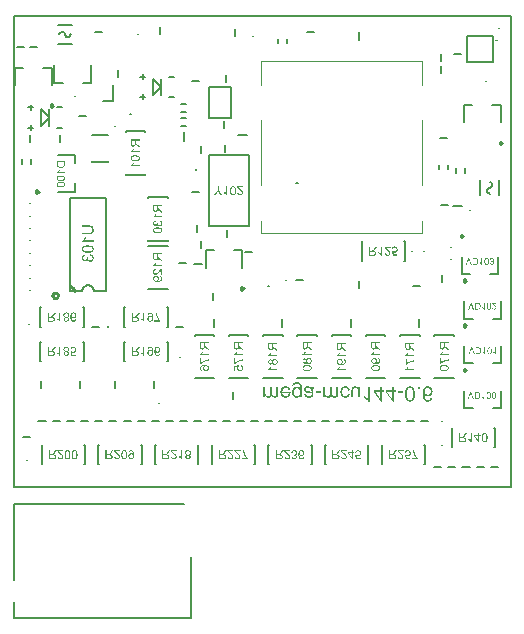
<source format=gbo>
G75*
G70*
%OFA0B0*%
%FSLAX25Y25*%
%IPPOS*%
%LPD*%
%AMOC8*
5,1,8,0,0,1.08239X$1,22.5*
%
%ADD138C,0.00500*%
%ADD28C,0.00787*%
%ADD31C,0.00984*%
%ADD33C,0.00800*%
%ADD97C,0.00394*%
%ADD98C,0.00300*%
%ADD99C,0.00669*%
X0000000Y0000000D02*
%LPD*%
G01*
D28*
X0037008Y0057677D02*
X0037008Y0032480D01*
X0037008Y0019882D02*
X0037008Y0025000D01*
X0037008Y0019882D02*
X0096063Y0019882D01*
X0093701Y0057677D02*
X0037008Y0057677D01*
X0096063Y0019882D02*
X0096063Y0039961D01*
X0037008Y0220472D02*
X0197638Y0220472D01*
X0037008Y0063386D02*
X0037008Y0220472D01*
X0037008Y0063386D02*
X0202756Y0063386D01*
X0197638Y0220472D02*
X0202756Y0220472D01*
X0202756Y0063386D02*
X0202756Y0220472D01*
X0036614Y0019488D02*
%LPD*%
G01*
D28*
X0037008Y0057677D02*
X0037008Y0032480D01*
X0037008Y0019882D02*
X0037008Y0025000D01*
X0037008Y0019882D02*
X0096063Y0019882D01*
X0093701Y0057677D02*
X0037008Y0057677D01*
X0096063Y0019882D02*
X0096063Y0039960D01*
X0036614Y0062992D02*
G01*
G75*
G36*
X0131583Y0098414D02*
X0131763Y0098392D01*
X0131845Y0098376D01*
X0131916Y0098360D01*
X0131987Y0098343D01*
X0132053Y0098321D01*
X0132113Y0098299D01*
X0132162Y0098283D01*
X0132205Y0098267D01*
X0132244Y0098250D01*
X0132271Y0098234D01*
X0132293Y0098228D01*
X0132304Y0098218D01*
X0132309Y0098218D01*
X0132440Y0098136D01*
X0132555Y0098043D01*
X0132648Y0097950D01*
X0132724Y0097857D01*
X0132784Y0097781D01*
X0132828Y0097715D01*
X0132844Y0097688D01*
X0132855Y0097672D01*
X0132861Y0097661D01*
X0132861Y0097655D01*
X0132894Y0097584D01*
X0132921Y0097502D01*
X0132943Y0097410D01*
X0132965Y0097317D01*
X0132992Y0097115D01*
X0133014Y0096918D01*
X0133019Y0096825D01*
X0133025Y0096738D01*
X0133030Y0096656D01*
X0133035Y0096585D01*
X0133035Y0096530D01*
X0133035Y0096487D01*
X0133035Y0096460D01*
X0133035Y0096449D01*
X0133035Y0093293D01*
X0132468Y0093293D01*
X0132468Y0093740D01*
X0132386Y0093648D01*
X0132304Y0093566D01*
X0132211Y0093495D01*
X0132124Y0093435D01*
X0132031Y0093380D01*
X0131943Y0093342D01*
X0131856Y0093304D01*
X0131774Y0093276D01*
X0131698Y0093254D01*
X0131627Y0093238D01*
X0131561Y0093227D01*
X0131507Y0093216D01*
X0131463Y0093216D01*
X0131425Y0093211D01*
X0131310Y0093211D01*
X0131223Y0093222D01*
X0131064Y0093249D01*
X0130922Y0093287D01*
X0130857Y0093309D01*
X0130797Y0093331D01*
X0130742Y0093358D01*
X0130699Y0093380D01*
X0130655Y0093402D01*
X0130622Y0093418D01*
X0130595Y0093435D01*
X0130573Y0093446D01*
X0130562Y0093451D01*
X0130557Y0093456D01*
X0130431Y0093555D01*
X0130316Y0093664D01*
X0130223Y0093779D01*
X0130147Y0093888D01*
X0130087Y0093986D01*
X0130060Y0094030D01*
X0130043Y0094068D01*
X0130027Y0094095D01*
X0130016Y0094117D01*
X0130005Y0094133D01*
X0130005Y0094139D01*
X0129945Y0094308D01*
X0129896Y0094478D01*
X0129863Y0094636D01*
X0129841Y0094783D01*
X0129836Y0094854D01*
X0129830Y0094914D01*
X0129825Y0094963D01*
X0129825Y0095013D01*
X0129819Y0095051D01*
X0129819Y0095078D01*
X0129819Y0095094D01*
X0129819Y0095100D01*
X0129825Y0095242D01*
X0129836Y0095373D01*
X0129858Y0095504D01*
X0129885Y0095624D01*
X0129912Y0095739D01*
X0129950Y0095848D01*
X0129989Y0095946D01*
X0130027Y0096039D01*
X0130065Y0096121D01*
X0130098Y0096192D01*
X0130136Y0096257D01*
X0130164Y0096307D01*
X0130191Y0096350D01*
X0130213Y0096378D01*
X0130223Y0096399D01*
X0130229Y0096405D01*
X0130311Y0096498D01*
X0130398Y0096585D01*
X0130491Y0096656D01*
X0130589Y0096716D01*
X0130682Y0096771D01*
X0130780Y0096814D01*
X0130879Y0096847D01*
X0130972Y0096880D01*
X0131059Y0096902D01*
X0131135Y0096918D01*
X0131212Y0096929D01*
X0131272Y0096934D01*
X0131327Y0096940D01*
X0131365Y0096945D01*
X0131397Y0096945D01*
X0131507Y0096940D01*
X0131616Y0096923D01*
X0131714Y0096902D01*
X0131807Y0096869D01*
X0131900Y0096836D01*
X0131982Y0096793D01*
X0132058Y0096754D01*
X0132129Y0096705D01*
X0132189Y0096661D01*
X0132249Y0096618D01*
X0132293Y0096580D01*
X0132337Y0096547D01*
X0132364Y0096514D01*
X0132391Y0096492D01*
X0132402Y0096476D01*
X0132407Y0096470D01*
X0132407Y0096580D01*
X0132407Y0096678D01*
X0132402Y0096765D01*
X0132402Y0096847D01*
X0132397Y0096918D01*
X0132397Y0096984D01*
X0132391Y0097038D01*
X0132386Y0097087D01*
X0132380Y0097131D01*
X0132380Y0097164D01*
X0132375Y0097197D01*
X0132369Y0097218D01*
X0132369Y0097235D01*
X0132364Y0097246D01*
X0132364Y0097257D01*
X0132326Y0097366D01*
X0132276Y0097464D01*
X0132222Y0097546D01*
X0132173Y0097612D01*
X0132118Y0097666D01*
X0132080Y0097704D01*
X0132053Y0097732D01*
X0132047Y0097737D01*
X0132042Y0097737D01*
X0131949Y0097797D01*
X0131840Y0097835D01*
X0131731Y0097868D01*
X0131627Y0097890D01*
X0131529Y0097901D01*
X0131490Y0097906D01*
X0131452Y0097906D01*
X0131425Y0097912D01*
X0131381Y0097912D01*
X0131239Y0097906D01*
X0131113Y0097884D01*
X0131010Y0097857D01*
X0130917Y0097825D01*
X0130846Y0097792D01*
X0130797Y0097764D01*
X0130764Y0097743D01*
X0130753Y0097737D01*
X0130693Y0097682D01*
X0130649Y0097617D01*
X0130611Y0097551D01*
X0130584Y0097480D01*
X0130568Y0097420D01*
X0130557Y0097371D01*
X0130546Y0097339D01*
X0130546Y0097333D01*
X0130546Y0097328D01*
X0129945Y0097246D01*
X0129945Y0097355D01*
X0129956Y0097453D01*
X0129972Y0097546D01*
X0130000Y0097633D01*
X0130027Y0097710D01*
X0130060Y0097786D01*
X0130093Y0097852D01*
X0130131Y0097906D01*
X0130169Y0097961D01*
X0130202Y0098005D01*
X0130235Y0098043D01*
X0130267Y0098076D01*
X0130289Y0098097D01*
X0130311Y0098114D01*
X0130322Y0098125D01*
X0130327Y0098130D01*
X0130404Y0098179D01*
X0130491Y0098228D01*
X0130573Y0098267D01*
X0130666Y0098299D01*
X0130840Y0098354D01*
X0131010Y0098387D01*
X0131086Y0098398D01*
X0131157Y0098409D01*
X0131223Y0098414D01*
X0131277Y0098420D01*
X0131321Y0098425D01*
X0131386Y0098425D01*
X0131583Y0098414D01*
D02*
G37*
G36*
X0172413Y0096241D02*
X0171709Y0096241D01*
X0171709Y0096945D01*
X0172413Y0096945D01*
X0172413Y0096241D01*
D02*
G37*
G36*
X0127788Y0097022D02*
X0127903Y0097016D01*
X0128007Y0097000D01*
X0128105Y0096978D01*
X0128198Y0096956D01*
X0128280Y0096929D01*
X0128362Y0096902D01*
X0128433Y0096874D01*
X0128498Y0096847D01*
X0128553Y0096820D01*
X0128602Y0096793D01*
X0128646Y0096771D01*
X0128673Y0096749D01*
X0128700Y0096732D01*
X0128711Y0096727D01*
X0128717Y0096721D01*
X0128793Y0096661D01*
X0128858Y0096596D01*
X0128919Y0096525D01*
X0128979Y0096454D01*
X0129077Y0096307D01*
X0129153Y0096170D01*
X0129181Y0096104D01*
X0129208Y0096045D01*
X0129230Y0095990D01*
X0129246Y0095941D01*
X0129263Y0095902D01*
X0129273Y0095875D01*
X0129279Y0095853D01*
X0129279Y0095848D01*
X0128635Y0095766D01*
X0128580Y0095902D01*
X0128515Y0096023D01*
X0128449Y0096126D01*
X0128389Y0096203D01*
X0128334Y0096268D01*
X0128291Y0096312D01*
X0128263Y0096334D01*
X0128258Y0096345D01*
X0128252Y0096345D01*
X0128160Y0096405D01*
X0128061Y0096443D01*
X0127963Y0096476D01*
X0127876Y0096498D01*
X0127794Y0096509D01*
X0127728Y0096514D01*
X0127706Y0096519D01*
X0127674Y0096519D01*
X0127592Y0096514D01*
X0127510Y0096503D01*
X0127434Y0096492D01*
X0127363Y0096470D01*
X0127232Y0096421D01*
X0127122Y0096361D01*
X0127073Y0096334D01*
X0127029Y0096301D01*
X0126997Y0096274D01*
X0126964Y0096252D01*
X0126942Y0096230D01*
X0126926Y0096214D01*
X0126915Y0096208D01*
X0126909Y0096203D01*
X0126855Y0096137D01*
X0126806Y0096072D01*
X0126767Y0095995D01*
X0126729Y0095924D01*
X0126669Y0095766D01*
X0126625Y0095619D01*
X0126609Y0095548D01*
X0126598Y0095482D01*
X0126587Y0095428D01*
X0126582Y0095373D01*
X0126576Y0095335D01*
X0126571Y0095302D01*
X0126571Y0095280D01*
X0126571Y0095275D01*
X0129295Y0095275D01*
X0129301Y0095204D01*
X0129301Y0095149D01*
X0129301Y0095122D01*
X0129301Y0095111D01*
X0129295Y0094947D01*
X0129279Y0094794D01*
X0129257Y0094647D01*
X0129230Y0094510D01*
X0129192Y0094385D01*
X0129153Y0094270D01*
X0129110Y0094166D01*
X0129071Y0094073D01*
X0129028Y0093991D01*
X0128984Y0093915D01*
X0128946Y0093855D01*
X0128908Y0093806D01*
X0128880Y0093762D01*
X0128858Y0093735D01*
X0128842Y0093719D01*
X0128837Y0093713D01*
X0128749Y0093626D01*
X0128651Y0093549D01*
X0128553Y0093478D01*
X0128454Y0093424D01*
X0128356Y0093374D01*
X0128252Y0093331D01*
X0128160Y0093298D01*
X0128067Y0093271D01*
X0127979Y0093254D01*
X0127898Y0093238D01*
X0127827Y0093227D01*
X0127761Y0093216D01*
X0127712Y0093216D01*
X0127674Y0093211D01*
X0127641Y0093211D01*
X0127505Y0093216D01*
X0127368Y0093233D01*
X0127248Y0093260D01*
X0127128Y0093293D01*
X0127018Y0093331D01*
X0126915Y0093374D01*
X0126822Y0093418D01*
X0126740Y0093467D01*
X0126664Y0093517D01*
X0126598Y0093560D01*
X0126538Y0093604D01*
X0126494Y0093642D01*
X0126456Y0093675D01*
X0126429Y0093702D01*
X0126412Y0093719D01*
X0126407Y0093724D01*
X0126325Y0093822D01*
X0126254Y0093931D01*
X0126189Y0094046D01*
X0126134Y0094161D01*
X0126090Y0094281D01*
X0126052Y0094401D01*
X0126019Y0094516D01*
X0125998Y0094630D01*
X0125976Y0094734D01*
X0125965Y0094838D01*
X0125954Y0094925D01*
X0125943Y0095002D01*
X0125943Y0095067D01*
X0125937Y0095116D01*
X0125937Y0095144D01*
X0125937Y0095154D01*
X0125943Y0095318D01*
X0125959Y0095471D01*
X0125981Y0095613D01*
X0126008Y0095744D01*
X0126047Y0095870D01*
X0126085Y0095984D01*
X0126128Y0096088D01*
X0126172Y0096181D01*
X0126210Y0096263D01*
X0126254Y0096334D01*
X0126292Y0096394D01*
X0126331Y0096443D01*
X0126358Y0096487D01*
X0126380Y0096514D01*
X0126396Y0096530D01*
X0126402Y0096536D01*
X0126494Y0096623D01*
X0126593Y0096700D01*
X0126691Y0096765D01*
X0126800Y0096820D01*
X0126904Y0096869D01*
X0127013Y0096907D01*
X0127117Y0096940D01*
X0127215Y0096967D01*
X0127308Y0096984D01*
X0127395Y0097000D01*
X0127472Y0097011D01*
X0127543Y0097022D01*
X0127597Y0097022D01*
X0127641Y0097027D01*
X0127674Y0097027D01*
X0127788Y0097022D01*
D02*
G37*
G36*
X0147679Y0097022D02*
X0147783Y0097011D01*
X0147881Y0096995D01*
X0147979Y0096973D01*
X0148067Y0096945D01*
X0148149Y0096913D01*
X0148225Y0096885D01*
X0148296Y0096847D01*
X0148356Y0096814D01*
X0148416Y0096787D01*
X0148460Y0096754D01*
X0148504Y0096727D01*
X0148531Y0096705D01*
X0148558Y0096689D01*
X0148569Y0096678D01*
X0148575Y0096672D01*
X0148646Y0096601D01*
X0148717Y0096530D01*
X0148777Y0096449D01*
X0148826Y0096367D01*
X0148875Y0096285D01*
X0148919Y0096203D01*
X0148984Y0096050D01*
X0149011Y0095974D01*
X0149033Y0095908D01*
X0149050Y0095848D01*
X0149066Y0095793D01*
X0149077Y0095750D01*
X0149082Y0095717D01*
X0149088Y0095695D01*
X0149088Y0095690D01*
X0148482Y0095608D01*
X0148465Y0095695D01*
X0148449Y0095771D01*
X0148427Y0095848D01*
X0148405Y0095913D01*
X0148378Y0095979D01*
X0148356Y0096034D01*
X0148329Y0096083D01*
X0148302Y0096132D01*
X0148274Y0096170D01*
X0148252Y0096203D01*
X0148209Y0096257D01*
X0148181Y0096290D01*
X0148176Y0096296D01*
X0148171Y0096301D01*
X0148072Y0096372D01*
X0147974Y0096427D01*
X0147870Y0096465D01*
X0147777Y0096492D01*
X0147690Y0096509D01*
X0147657Y0096514D01*
X0147625Y0096514D01*
X0147597Y0096519D01*
X0147565Y0096519D01*
X0147483Y0096514D01*
X0147401Y0096503D01*
X0147330Y0096487D01*
X0147259Y0096465D01*
X0147133Y0096416D01*
X0147024Y0096350D01*
X0146980Y0096323D01*
X0146942Y0096290D01*
X0146909Y0096263D01*
X0146877Y0096236D01*
X0146855Y0096219D01*
X0146838Y0096203D01*
X0146833Y0096192D01*
X0146827Y0096187D01*
X0146778Y0096121D01*
X0146735Y0096045D01*
X0146696Y0095963D01*
X0146669Y0095881D01*
X0146615Y0095700D01*
X0146582Y0095526D01*
X0146571Y0095444D01*
X0146565Y0095367D01*
X0146560Y0095296D01*
X0146554Y0095236D01*
X0146549Y0095187D01*
X0146549Y0095149D01*
X0146549Y0095122D01*
X0146549Y0095116D01*
X0146554Y0094985D01*
X0146560Y0094860D01*
X0146576Y0094750D01*
X0146593Y0094647D01*
X0146615Y0094548D01*
X0146642Y0094461D01*
X0146669Y0094385D01*
X0146696Y0094314D01*
X0146718Y0094254D01*
X0146746Y0094199D01*
X0146773Y0094155D01*
X0146795Y0094123D01*
X0146811Y0094090D01*
X0146827Y0094073D01*
X0146833Y0094063D01*
X0146838Y0094057D01*
X0146893Y0093997D01*
X0146953Y0093948D01*
X0147019Y0093899D01*
X0147079Y0093861D01*
X0147144Y0093828D01*
X0147204Y0093800D01*
X0147324Y0093762D01*
X0147433Y0093735D01*
X0147477Y0093730D01*
X0147521Y0093724D01*
X0147554Y0093719D01*
X0147597Y0093719D01*
X0147706Y0093724D01*
X0147810Y0093746D01*
X0147898Y0093779D01*
X0147974Y0093811D01*
X0148034Y0093850D01*
X0148083Y0093877D01*
X0148110Y0093899D01*
X0148121Y0093910D01*
X0148198Y0093986D01*
X0148263Y0094073D01*
X0148312Y0094166D01*
X0148356Y0094254D01*
X0148389Y0094335D01*
X0148411Y0094401D01*
X0148416Y0094428D01*
X0148422Y0094445D01*
X0148427Y0094456D01*
X0148427Y0094461D01*
X0149028Y0094368D01*
X0149006Y0094270D01*
X0148973Y0094172D01*
X0148940Y0094084D01*
X0148908Y0094002D01*
X0148869Y0093926D01*
X0148826Y0093855D01*
X0148787Y0093795D01*
X0148744Y0093735D01*
X0148706Y0093686D01*
X0148667Y0093642D01*
X0148635Y0093604D01*
X0148602Y0093571D01*
X0148580Y0093549D01*
X0148558Y0093533D01*
X0148547Y0093522D01*
X0148542Y0093517D01*
X0148471Y0093462D01*
X0148394Y0093413D01*
X0148312Y0093374D01*
X0148231Y0093342D01*
X0148067Y0093287D01*
X0147914Y0093249D01*
X0147843Y0093238D01*
X0147777Y0093227D01*
X0147717Y0093222D01*
X0147668Y0093216D01*
X0147630Y0093211D01*
X0147570Y0093211D01*
X0147401Y0093222D01*
X0147237Y0093244D01*
X0147090Y0093282D01*
X0147024Y0093304D01*
X0146958Y0093320D01*
X0146904Y0093342D01*
X0146855Y0093364D01*
X0146811Y0093380D01*
X0146773Y0093402D01*
X0146740Y0093413D01*
X0146718Y0093424D01*
X0146707Y0093435D01*
X0146702Y0093435D01*
X0146560Y0093527D01*
X0146440Y0093631D01*
X0146336Y0093746D01*
X0146254Y0093850D01*
X0146189Y0093948D01*
X0146167Y0093991D01*
X0146145Y0094030D01*
X0146128Y0094057D01*
X0146118Y0094079D01*
X0146107Y0094095D01*
X0146107Y0094101D01*
X0146041Y0094270D01*
X0145997Y0094450D01*
X0145965Y0094625D01*
X0145937Y0094783D01*
X0145932Y0094860D01*
X0145926Y0094925D01*
X0145921Y0094985D01*
X0145921Y0095040D01*
X0145916Y0095078D01*
X0145916Y0095111D01*
X0145916Y0095133D01*
X0145916Y0095138D01*
X0145921Y0095302D01*
X0145937Y0095460D01*
X0145959Y0095608D01*
X0145987Y0095744D01*
X0146019Y0095870D01*
X0146057Y0095984D01*
X0146101Y0096088D01*
X0146145Y0096181D01*
X0146183Y0096263D01*
X0146227Y0096339D01*
X0146265Y0096399D01*
X0146298Y0096449D01*
X0146325Y0096492D01*
X0146347Y0096519D01*
X0146363Y0096536D01*
X0146369Y0096541D01*
X0146456Y0096629D01*
X0146549Y0096700D01*
X0146647Y0096765D01*
X0146746Y0096820D01*
X0146849Y0096869D01*
X0146948Y0096907D01*
X0147046Y0096940D01*
X0147139Y0096967D01*
X0147226Y0096989D01*
X0147308Y0097000D01*
X0147384Y0097011D01*
X0147444Y0097022D01*
X0147499Y0097022D01*
X0147537Y0097027D01*
X0147570Y0097027D01*
X0147679Y0097022D01*
D02*
G37*
G36*
X0166937Y0094811D02*
X0165031Y0094811D01*
X0165031Y0095433D01*
X0166937Y0095433D01*
X0166937Y0094811D01*
D02*
G37*
G36*
X0139549Y0094811D02*
X0137644Y0094811D01*
X0137644Y0095433D01*
X0139549Y0095433D01*
X0139549Y0094811D01*
D02*
G37*
G36*
X0145178Y0094439D02*
X0145173Y0094325D01*
X0145168Y0094221D01*
X0145151Y0094123D01*
X0145135Y0094030D01*
X0145113Y0093948D01*
X0145086Y0093871D01*
X0145058Y0093806D01*
X0145031Y0093746D01*
X0145004Y0093691D01*
X0144976Y0093642D01*
X0144955Y0093604D01*
X0144927Y0093571D01*
X0144911Y0093549D01*
X0144895Y0093533D01*
X0144889Y0093522D01*
X0144884Y0093517D01*
X0144829Y0093462D01*
X0144764Y0093413D01*
X0144698Y0093374D01*
X0144633Y0093342D01*
X0144491Y0093287D01*
X0144360Y0093249D01*
X0144294Y0093238D01*
X0144234Y0093227D01*
X0144185Y0093222D01*
X0144136Y0093216D01*
X0144103Y0093211D01*
X0144048Y0093211D01*
X0143923Y0093216D01*
X0143803Y0093238D01*
X0143688Y0093271D01*
X0143579Y0093309D01*
X0143480Y0093358D01*
X0143388Y0093413D01*
X0143300Y0093473D01*
X0143224Y0093527D01*
X0143153Y0093587D01*
X0143093Y0093648D01*
X0143038Y0093702D01*
X0143000Y0093751D01*
X0142962Y0093789D01*
X0142940Y0093822D01*
X0142923Y0093844D01*
X0142918Y0093850D01*
X0142869Y0093740D01*
X0142814Y0093648D01*
X0142754Y0093571D01*
X0142694Y0093500D01*
X0142634Y0093451D01*
X0142590Y0093413D01*
X0142558Y0093385D01*
X0142552Y0093380D01*
X0142547Y0093380D01*
X0142443Y0093325D01*
X0142334Y0093282D01*
X0142225Y0093254D01*
X0142121Y0093233D01*
X0142028Y0093222D01*
X0141990Y0093216D01*
X0141952Y0093211D01*
X0141886Y0093211D01*
X0141755Y0093216D01*
X0141630Y0093238D01*
X0141520Y0093260D01*
X0141422Y0093293D01*
X0141346Y0093320D01*
X0141313Y0093336D01*
X0141286Y0093347D01*
X0141264Y0093358D01*
X0141247Y0093369D01*
X0141242Y0093374D01*
X0141236Y0093374D01*
X0141133Y0093440D01*
X0141045Y0093511D01*
X0140969Y0093582D01*
X0140903Y0093653D01*
X0140849Y0093713D01*
X0140811Y0093762D01*
X0140789Y0093795D01*
X0140778Y0093800D01*
X0140778Y0093293D01*
X0140226Y0093293D01*
X0140226Y0096945D01*
X0140843Y0096945D01*
X0140843Y0095051D01*
X0140843Y0094958D01*
X0140849Y0094876D01*
X0140854Y0094794D01*
X0140860Y0094723D01*
X0140865Y0094652D01*
X0140876Y0094592D01*
X0140882Y0094537D01*
X0140892Y0094483D01*
X0140903Y0094439D01*
X0140909Y0094401D01*
X0140920Y0094368D01*
X0140925Y0094341D01*
X0140931Y0094319D01*
X0140936Y0094303D01*
X0140941Y0094297D01*
X0140941Y0094292D01*
X0140985Y0094199D01*
X0141034Y0094117D01*
X0141089Y0094046D01*
X0141144Y0093991D01*
X0141187Y0093942D01*
X0141225Y0093915D01*
X0141253Y0093893D01*
X0141264Y0093888D01*
X0141351Y0093839D01*
X0141433Y0093806D01*
X0141515Y0093779D01*
X0141591Y0093762D01*
X0141657Y0093751D01*
X0141706Y0093746D01*
X0141750Y0093746D01*
X0141870Y0093757D01*
X0141973Y0093779D01*
X0142055Y0093811D01*
X0142126Y0093850D01*
X0142175Y0093888D01*
X0142214Y0093921D01*
X0142236Y0093942D01*
X0142241Y0093953D01*
X0142290Y0094041D01*
X0142328Y0094139D01*
X0142356Y0094243D01*
X0142377Y0094341D01*
X0142388Y0094434D01*
X0142388Y0094472D01*
X0142394Y0094505D01*
X0142394Y0094537D01*
X0142394Y0094559D01*
X0142394Y0094570D01*
X0142394Y0094576D01*
X0142394Y0096945D01*
X0143011Y0096945D01*
X0143011Y0094827D01*
X0143016Y0094723D01*
X0143022Y0094630D01*
X0143033Y0094537D01*
X0143049Y0094456D01*
X0143071Y0094385D01*
X0143093Y0094314D01*
X0143115Y0094254D01*
X0143142Y0094199D01*
X0143164Y0094155D01*
X0143186Y0094112D01*
X0143207Y0094079D01*
X0143229Y0094052D01*
X0143246Y0094030D01*
X0143257Y0094013D01*
X0143267Y0094008D01*
X0143267Y0094002D01*
X0143317Y0093959D01*
X0143371Y0093915D01*
X0143475Y0093855D01*
X0143584Y0093806D01*
X0143688Y0093779D01*
X0143775Y0093757D01*
X0143814Y0093751D01*
X0143846Y0093751D01*
X0143874Y0093746D01*
X0143912Y0093746D01*
X0143988Y0093751D01*
X0144059Y0093762D01*
X0144125Y0093779D01*
X0144179Y0093795D01*
X0144223Y0093817D01*
X0144256Y0093833D01*
X0144278Y0093844D01*
X0144283Y0093850D01*
X0144338Y0093888D01*
X0144387Y0093931D01*
X0144420Y0093975D01*
X0144452Y0094019D01*
X0144474Y0094057D01*
X0144491Y0094084D01*
X0144501Y0094106D01*
X0144501Y0094112D01*
X0144523Y0094183D01*
X0144534Y0094265D01*
X0144545Y0094352D01*
X0144556Y0094439D01*
X0144556Y0094521D01*
X0144562Y0094587D01*
X0144562Y0094609D01*
X0144562Y0094630D01*
X0144562Y0094641D01*
X0144562Y0094647D01*
X0144562Y0096945D01*
X0145178Y0096945D01*
X0145178Y0094439D01*
D02*
G37*
G36*
X0125228Y0094439D02*
X0125222Y0094325D01*
X0125217Y0094221D01*
X0125200Y0094123D01*
X0125184Y0094030D01*
X0125162Y0093948D01*
X0125135Y0093871D01*
X0125108Y0093806D01*
X0125080Y0093746D01*
X0125053Y0093691D01*
X0125026Y0093642D01*
X0125004Y0093604D01*
X0124976Y0093571D01*
X0124960Y0093549D01*
X0124944Y0093533D01*
X0124938Y0093522D01*
X0124933Y0093517D01*
X0124878Y0093462D01*
X0124813Y0093413D01*
X0124747Y0093374D01*
X0124682Y0093342D01*
X0124540Y0093287D01*
X0124409Y0093249D01*
X0124343Y0093238D01*
X0124283Y0093227D01*
X0124234Y0093222D01*
X0124185Y0093216D01*
X0124152Y0093211D01*
X0124097Y0093211D01*
X0123972Y0093216D01*
X0123852Y0093238D01*
X0123737Y0093271D01*
X0123628Y0093309D01*
X0123530Y0093358D01*
X0123437Y0093413D01*
X0123349Y0093473D01*
X0123273Y0093527D01*
X0123202Y0093587D01*
X0123142Y0093648D01*
X0123087Y0093702D01*
X0123049Y0093751D01*
X0123011Y0093789D01*
X0122989Y0093822D01*
X0122973Y0093844D01*
X0122967Y0093850D01*
X0122918Y0093740D01*
X0122864Y0093648D01*
X0122803Y0093571D01*
X0122743Y0093500D01*
X0122683Y0093451D01*
X0122640Y0093413D01*
X0122607Y0093385D01*
X0122601Y0093380D01*
X0122596Y0093380D01*
X0122492Y0093325D01*
X0122383Y0093282D01*
X0122274Y0093254D01*
X0122170Y0093233D01*
X0122077Y0093222D01*
X0122039Y0093216D01*
X0122001Y0093211D01*
X0121935Y0093211D01*
X0121804Y0093216D01*
X0121679Y0093238D01*
X0121569Y0093260D01*
X0121471Y0093293D01*
X0121395Y0093320D01*
X0121362Y0093336D01*
X0121335Y0093347D01*
X0121313Y0093358D01*
X0121296Y0093369D01*
X0121291Y0093374D01*
X0121285Y0093374D01*
X0121182Y0093440D01*
X0121094Y0093511D01*
X0121018Y0093582D01*
X0120952Y0093653D01*
X0120898Y0093713D01*
X0120860Y0093762D01*
X0120838Y0093795D01*
X0120827Y0093800D01*
X0120827Y0093293D01*
X0120275Y0093293D01*
X0120275Y0096945D01*
X0120892Y0096945D01*
X0120892Y0095051D01*
X0120892Y0094958D01*
X0120898Y0094876D01*
X0120903Y0094794D01*
X0120909Y0094723D01*
X0120914Y0094652D01*
X0120925Y0094592D01*
X0120931Y0094537D01*
X0120942Y0094483D01*
X0120952Y0094439D01*
X0120958Y0094401D01*
X0120969Y0094368D01*
X0120974Y0094341D01*
X0120980Y0094319D01*
X0120985Y0094303D01*
X0120991Y0094297D01*
X0120991Y0094292D01*
X0121034Y0094199D01*
X0121083Y0094117D01*
X0121138Y0094046D01*
X0121193Y0093991D01*
X0121236Y0093942D01*
X0121275Y0093915D01*
X0121302Y0093893D01*
X0121313Y0093888D01*
X0121400Y0093839D01*
X0121482Y0093806D01*
X0121564Y0093779D01*
X0121640Y0093762D01*
X0121706Y0093751D01*
X0121755Y0093746D01*
X0121799Y0093746D01*
X0121919Y0093757D01*
X0122023Y0093779D01*
X0122105Y0093811D01*
X0122176Y0093850D01*
X0122225Y0093888D01*
X0122263Y0093921D01*
X0122285Y0093942D01*
X0122290Y0093953D01*
X0122339Y0094041D01*
X0122378Y0094139D01*
X0122405Y0094243D01*
X0122427Y0094341D01*
X0122438Y0094434D01*
X0122438Y0094472D01*
X0122443Y0094505D01*
X0122443Y0094537D01*
X0122443Y0094559D01*
X0122443Y0094570D01*
X0122443Y0094576D01*
X0122443Y0096945D01*
X0123060Y0096945D01*
X0123060Y0094827D01*
X0123066Y0094723D01*
X0123071Y0094630D01*
X0123082Y0094537D01*
X0123098Y0094456D01*
X0123120Y0094385D01*
X0123142Y0094314D01*
X0123164Y0094254D01*
X0123191Y0094199D01*
X0123213Y0094155D01*
X0123235Y0094112D01*
X0123257Y0094079D01*
X0123278Y0094052D01*
X0123295Y0094030D01*
X0123306Y0094013D01*
X0123317Y0094008D01*
X0123317Y0094002D01*
X0123366Y0093959D01*
X0123420Y0093915D01*
X0123524Y0093855D01*
X0123633Y0093806D01*
X0123737Y0093779D01*
X0123824Y0093757D01*
X0123863Y0093751D01*
X0123895Y0093751D01*
X0123923Y0093746D01*
X0123961Y0093746D01*
X0124037Y0093751D01*
X0124108Y0093762D01*
X0124174Y0093779D01*
X0124229Y0093795D01*
X0124272Y0093817D01*
X0124305Y0093833D01*
X0124327Y0093844D01*
X0124332Y0093850D01*
X0124387Y0093888D01*
X0124436Y0093931D01*
X0124469Y0093975D01*
X0124502Y0094019D01*
X0124523Y0094057D01*
X0124540Y0094084D01*
X0124551Y0094106D01*
X0124551Y0094112D01*
X0124572Y0094183D01*
X0124583Y0094265D01*
X0124594Y0094352D01*
X0124605Y0094439D01*
X0124605Y0094521D01*
X0124611Y0094587D01*
X0124611Y0094609D01*
X0124611Y0094630D01*
X0124611Y0094641D01*
X0124611Y0094647D01*
X0124611Y0096945D01*
X0125228Y0096945D01*
X0125228Y0094439D01*
D02*
G37*
G36*
X0135149Y0097022D02*
X0135274Y0097011D01*
X0135389Y0096989D01*
X0135492Y0096967D01*
X0135574Y0096945D01*
X0135613Y0096934D01*
X0135640Y0096923D01*
X0135662Y0096918D01*
X0135678Y0096913D01*
X0135689Y0096907D01*
X0135694Y0096907D01*
X0135815Y0096853D01*
X0135935Y0096793D01*
X0136044Y0096721D01*
X0136148Y0096651D01*
X0136235Y0096591D01*
X0136268Y0096558D01*
X0136300Y0096536D01*
X0136328Y0096514D01*
X0136344Y0096498D01*
X0136355Y0096492D01*
X0136361Y0096487D01*
X0136371Y0096585D01*
X0136388Y0096672D01*
X0136410Y0096749D01*
X0136432Y0096814D01*
X0136448Y0096869D01*
X0136464Y0096913D01*
X0136475Y0096934D01*
X0136481Y0096945D01*
X0137125Y0096945D01*
X0137087Y0096869D01*
X0137054Y0096787D01*
X0137027Y0096716D01*
X0137005Y0096651D01*
X0136988Y0096591D01*
X0136978Y0096547D01*
X0136972Y0096519D01*
X0136972Y0096509D01*
X0136967Y0096460D01*
X0136961Y0096394D01*
X0136956Y0096323D01*
X0136950Y0096241D01*
X0136945Y0096154D01*
X0136945Y0096061D01*
X0136939Y0095875D01*
X0136939Y0095788D01*
X0136934Y0095700D01*
X0136934Y0095624D01*
X0136934Y0095553D01*
X0136934Y0095498D01*
X0136934Y0095455D01*
X0136934Y0095428D01*
X0136934Y0095417D01*
X0136934Y0094592D01*
X0136934Y0094516D01*
X0136934Y0094450D01*
X0136928Y0094390D01*
X0136928Y0094330D01*
X0136923Y0094232D01*
X0136917Y0094155D01*
X0136912Y0094095D01*
X0136907Y0094057D01*
X0136901Y0094030D01*
X0136901Y0094024D01*
X0136879Y0093931D01*
X0136847Y0093850D01*
X0136814Y0093779D01*
X0136781Y0093719D01*
X0136754Y0093669D01*
X0136726Y0093631D01*
X0136710Y0093609D01*
X0136705Y0093604D01*
X0136645Y0093544D01*
X0136579Y0093489D01*
X0136508Y0093440D01*
X0136437Y0093402D01*
X0136371Y0093369D01*
X0136322Y0093347D01*
X0136300Y0093336D01*
X0136284Y0093331D01*
X0136279Y0093325D01*
X0136273Y0093325D01*
X0136159Y0093287D01*
X0136033Y0093260D01*
X0135907Y0093238D01*
X0135787Y0093227D01*
X0135683Y0093216D01*
X0135634Y0093216D01*
X0135596Y0093211D01*
X0135520Y0093211D01*
X0135351Y0093216D01*
X0135192Y0093233D01*
X0135050Y0093254D01*
X0134985Y0093265D01*
X0134930Y0093276D01*
X0134875Y0093287D01*
X0134826Y0093298D01*
X0134788Y0093309D01*
X0134755Y0093320D01*
X0134728Y0093331D01*
X0134706Y0093336D01*
X0134695Y0093342D01*
X0134690Y0093342D01*
X0134564Y0093396D01*
X0134455Y0093456D01*
X0134362Y0093517D01*
X0134286Y0093577D01*
X0134226Y0093631D01*
X0134182Y0093675D01*
X0134155Y0093702D01*
X0134144Y0093708D01*
X0134144Y0093713D01*
X0134078Y0093806D01*
X0134024Y0093910D01*
X0133980Y0094013D01*
X0133942Y0094112D01*
X0133914Y0094199D01*
X0133904Y0094237D01*
X0133893Y0094270D01*
X0133887Y0094297D01*
X0133882Y0094319D01*
X0133876Y0094330D01*
X0133876Y0094335D01*
X0134482Y0094417D01*
X0134504Y0094346D01*
X0134526Y0094281D01*
X0134570Y0094172D01*
X0134624Y0094073D01*
X0134673Y0094002D01*
X0134717Y0093948D01*
X0134755Y0093904D01*
X0134777Y0093882D01*
X0134788Y0093877D01*
X0134875Y0093828D01*
X0134979Y0093789D01*
X0135083Y0093762D01*
X0135187Y0093740D01*
X0135285Y0093730D01*
X0135323Y0093730D01*
X0135361Y0093724D01*
X0135432Y0093724D01*
X0135596Y0093735D01*
X0135738Y0093757D01*
X0135858Y0093789D01*
X0135957Y0093828D01*
X0136033Y0093871D01*
X0136060Y0093888D01*
X0136088Y0093904D01*
X0136109Y0093915D01*
X0136120Y0093926D01*
X0136131Y0093937D01*
X0136191Y0094002D01*
X0136235Y0094084D01*
X0136268Y0094172D01*
X0136290Y0094259D01*
X0136300Y0094341D01*
X0136311Y0094406D01*
X0136311Y0094428D01*
X0136311Y0094450D01*
X0136311Y0094461D01*
X0136311Y0094467D01*
X0136311Y0094483D01*
X0136311Y0094505D01*
X0136311Y0094559D01*
X0136306Y0094581D01*
X0136306Y0094603D01*
X0136306Y0094619D01*
X0136306Y0094625D01*
X0136235Y0094647D01*
X0136159Y0094669D01*
X0136071Y0094690D01*
X0135984Y0094712D01*
X0135804Y0094750D01*
X0135624Y0094783D01*
X0135536Y0094794D01*
X0135460Y0094805D01*
X0135389Y0094816D01*
X0135323Y0094827D01*
X0135274Y0094832D01*
X0135236Y0094838D01*
X0135214Y0094843D01*
X0135203Y0094843D01*
X0135072Y0094860D01*
X0134963Y0094876D01*
X0134865Y0094892D01*
X0134788Y0094903D01*
X0134728Y0094920D01*
X0134684Y0094925D01*
X0134663Y0094936D01*
X0134652Y0094936D01*
X0134564Y0094963D01*
X0134477Y0094996D01*
X0134400Y0095029D01*
X0134335Y0095062D01*
X0134280Y0095089D01*
X0134242Y0095116D01*
X0134215Y0095133D01*
X0134204Y0095138D01*
X0134133Y0095193D01*
X0134073Y0095247D01*
X0134018Y0095307D01*
X0133975Y0095362D01*
X0133936Y0095417D01*
X0133909Y0095455D01*
X0133893Y0095482D01*
X0133887Y0095493D01*
X0133849Y0095580D01*
X0133816Y0095662D01*
X0133794Y0095744D01*
X0133784Y0095821D01*
X0133772Y0095886D01*
X0133767Y0095941D01*
X0133767Y0095974D01*
X0133767Y0095979D01*
X0133767Y0095984D01*
X0133772Y0096066D01*
X0133784Y0096148D01*
X0133794Y0096225D01*
X0133816Y0096296D01*
X0133871Y0096427D01*
X0133931Y0096530D01*
X0133958Y0096580D01*
X0133986Y0096618D01*
X0134013Y0096656D01*
X0134040Y0096683D01*
X0134062Y0096705D01*
X0134073Y0096721D01*
X0134084Y0096732D01*
X0134089Y0096738D01*
X0134155Y0096787D01*
X0134220Y0096831D01*
X0134297Y0096874D01*
X0134368Y0096907D01*
X0134521Y0096956D01*
X0134673Y0096989D01*
X0134739Y0097006D01*
X0134804Y0097011D01*
X0134865Y0097016D01*
X0134914Y0097022D01*
X0134952Y0097027D01*
X0135012Y0097027D01*
X0135149Y0097022D01*
D02*
G37*
G36*
X0175198Y0097016D02*
X0175350Y0096995D01*
X0175492Y0096962D01*
X0175612Y0096918D01*
X0175662Y0096902D01*
X0175711Y0096880D01*
X0175749Y0096863D01*
X0175782Y0096847D01*
X0175809Y0096836D01*
X0175831Y0096825D01*
X0175842Y0096814D01*
X0175847Y0096814D01*
X0175973Y0096727D01*
X0176087Y0096623D01*
X0176186Y0096519D01*
X0176262Y0096421D01*
X0176328Y0096328D01*
X0176350Y0096290D01*
X0176372Y0096257D01*
X0176388Y0096230D01*
X0176399Y0096208D01*
X0176410Y0096197D01*
X0176410Y0096192D01*
X0176481Y0096034D01*
X0176530Y0095881D01*
X0176568Y0095733D01*
X0176590Y0095597D01*
X0176601Y0095537D01*
X0176606Y0095477D01*
X0176612Y0095428D01*
X0176612Y0095389D01*
X0176617Y0095351D01*
X0176617Y0095329D01*
X0176617Y0095313D01*
X0176617Y0095307D01*
X0176612Y0095176D01*
X0176601Y0095051D01*
X0176579Y0094931D01*
X0176552Y0094822D01*
X0176513Y0094718D01*
X0176481Y0094619D01*
X0176437Y0094532D01*
X0176399Y0094450D01*
X0176360Y0094379D01*
X0176317Y0094314D01*
X0176284Y0094259D01*
X0176251Y0094215D01*
X0176219Y0094177D01*
X0176197Y0094155D01*
X0176186Y0094139D01*
X0176180Y0094133D01*
X0176099Y0094052D01*
X0176011Y0093981D01*
X0175924Y0093921D01*
X0175831Y0093866D01*
X0175744Y0093822D01*
X0175656Y0093784D01*
X0175569Y0093757D01*
X0175492Y0093730D01*
X0175416Y0093713D01*
X0175345Y0093697D01*
X0175285Y0093691D01*
X0175230Y0093680D01*
X0175187Y0093680D01*
X0175154Y0093675D01*
X0175127Y0093675D01*
X0174996Y0093680D01*
X0174870Y0093702D01*
X0174755Y0093730D01*
X0174652Y0093757D01*
X0174564Y0093789D01*
X0174531Y0093806D01*
X0174499Y0093817D01*
X0174477Y0093828D01*
X0174461Y0093839D01*
X0174450Y0093844D01*
X0174444Y0093844D01*
X0174329Y0093915D01*
X0174226Y0093991D01*
X0174133Y0094073D01*
X0174051Y0094155D01*
X0173991Y0094232D01*
X0173942Y0094292D01*
X0173925Y0094314D01*
X0173915Y0094330D01*
X0173904Y0094341D01*
X0173904Y0094346D01*
X0173904Y0094341D01*
X0173904Y0094341D01*
X0173909Y0094210D01*
X0173915Y0094079D01*
X0173920Y0093959D01*
X0173931Y0093850D01*
X0173947Y0093746D01*
X0173964Y0093648D01*
X0173975Y0093560D01*
X0173991Y0093484D01*
X0174007Y0093418D01*
X0174024Y0093358D01*
X0174040Y0093304D01*
X0174051Y0093265D01*
X0174062Y0093233D01*
X0174073Y0093205D01*
X0174078Y0093194D01*
X0174078Y0093189D01*
X0174149Y0093047D01*
X0174220Y0092921D01*
X0174297Y0092812D01*
X0174373Y0092725D01*
X0174439Y0092654D01*
X0174488Y0092605D01*
X0174510Y0092588D01*
X0174526Y0092577D01*
X0174531Y0092566D01*
X0174537Y0092566D01*
X0174624Y0092512D01*
X0174712Y0092468D01*
X0174799Y0092441D01*
X0174881Y0092419D01*
X0174952Y0092408D01*
X0175012Y0092397D01*
X0175061Y0092397D01*
X0175127Y0092403D01*
X0175192Y0092408D01*
X0175312Y0092441D01*
X0175421Y0092479D01*
X0175509Y0092528D01*
X0175585Y0092577D01*
X0175640Y0092621D01*
X0175656Y0092637D01*
X0175673Y0092654D01*
X0175678Y0092659D01*
X0175683Y0092665D01*
X0175738Y0092736D01*
X0175782Y0092818D01*
X0175825Y0092905D01*
X0175858Y0092992D01*
X0175885Y0093069D01*
X0175902Y0093134D01*
X0175907Y0093162D01*
X0175913Y0093178D01*
X0175918Y0093189D01*
X0175918Y0093194D01*
X0176535Y0093145D01*
X0176519Y0093036D01*
X0176492Y0092938D01*
X0176464Y0092845D01*
X0176432Y0092758D01*
X0176393Y0092676D01*
X0176355Y0092599D01*
X0176317Y0092528D01*
X0176279Y0092468D01*
X0176240Y0092414D01*
X0176202Y0092364D01*
X0176169Y0092321D01*
X0176137Y0092288D01*
X0176115Y0092261D01*
X0176093Y0092244D01*
X0176082Y0092233D01*
X0176077Y0092228D01*
X0176000Y0092168D01*
X0175924Y0092119D01*
X0175847Y0092070D01*
X0175765Y0092031D01*
X0175678Y0091999D01*
X0175602Y0091971D01*
X0175443Y0091933D01*
X0175372Y0091917D01*
X0175307Y0091906D01*
X0175247Y0091900D01*
X0175198Y0091895D01*
X0175159Y0091889D01*
X0175099Y0091889D01*
X0174952Y0091895D01*
X0174815Y0091917D01*
X0174684Y0091944D01*
X0174564Y0091982D01*
X0174450Y0092026D01*
X0174346Y0092075D01*
X0174248Y0092124D01*
X0174160Y0092179D01*
X0174084Y0092233D01*
X0174018Y0092283D01*
X0173958Y0092332D01*
X0173915Y0092375D01*
X0173876Y0092414D01*
X0173849Y0092441D01*
X0173833Y0092463D01*
X0173827Y0092468D01*
X0173734Y0092599D01*
X0173647Y0092747D01*
X0173576Y0092911D01*
X0173516Y0093080D01*
X0173461Y0093254D01*
X0173418Y0093429D01*
X0173385Y0093604D01*
X0173352Y0093779D01*
X0173330Y0093942D01*
X0173314Y0094095D01*
X0173303Y0094232D01*
X0173297Y0094352D01*
X0173292Y0094406D01*
X0173292Y0094450D01*
X0173287Y0094494D01*
X0173287Y0094527D01*
X0173287Y0094554D01*
X0173287Y0094576D01*
X0173287Y0094587D01*
X0173287Y0094592D01*
X0173292Y0094827D01*
X0173308Y0095045D01*
X0173330Y0095247D01*
X0173363Y0095433D01*
X0173401Y0095602D01*
X0173439Y0095755D01*
X0173483Y0095892D01*
X0173532Y0096012D01*
X0173576Y0096121D01*
X0173620Y0096214D01*
X0173658Y0096290D01*
X0173696Y0096350D01*
X0173729Y0096399D01*
X0173751Y0096432D01*
X0173767Y0096454D01*
X0173773Y0096460D01*
X0173865Y0096558D01*
X0173969Y0096645D01*
X0174067Y0096721D01*
X0174177Y0096787D01*
X0174280Y0096842D01*
X0174384Y0096891D01*
X0174488Y0096923D01*
X0174586Y0096956D01*
X0174679Y0096978D01*
X0174761Y0096995D01*
X0174837Y0097011D01*
X0174903Y0097016D01*
X0174957Y0097022D01*
X0175001Y0097027D01*
X0175034Y0097027D01*
X0175198Y0097016D01*
D02*
G37*
G36*
X0150982Y0097022D02*
X0151108Y0097000D01*
X0151223Y0096973D01*
X0151337Y0096929D01*
X0151441Y0096885D01*
X0151534Y0096831D01*
X0151621Y0096776D01*
X0151703Y0096716D01*
X0151774Y0096661D01*
X0151834Y0096607D01*
X0151889Y0096552D01*
X0151933Y0096509D01*
X0151965Y0096465D01*
X0151987Y0096438D01*
X0152004Y0096416D01*
X0152009Y0096410D01*
X0152009Y0096945D01*
X0152560Y0096945D01*
X0152560Y0093293D01*
X0151943Y0093293D01*
X0151943Y0095253D01*
X0151938Y0095417D01*
X0151927Y0095559D01*
X0151911Y0095679D01*
X0151894Y0095782D01*
X0151883Y0095826D01*
X0151872Y0095859D01*
X0151861Y0095892D01*
X0151856Y0095919D01*
X0151851Y0095935D01*
X0151845Y0095952D01*
X0151840Y0095957D01*
X0151840Y0095963D01*
X0151796Y0096050D01*
X0151741Y0096126D01*
X0151681Y0096192D01*
X0151627Y0096247D01*
X0151572Y0096290D01*
X0151529Y0096323D01*
X0151501Y0096345D01*
X0151496Y0096350D01*
X0151490Y0096350D01*
X0151397Y0096399D01*
X0151310Y0096432D01*
X0151223Y0096460D01*
X0151141Y0096476D01*
X0151070Y0096487D01*
X0151021Y0096492D01*
X0150971Y0096492D01*
X0150873Y0096487D01*
X0150780Y0096470D01*
X0150698Y0096449D01*
X0150633Y0096421D01*
X0150578Y0096399D01*
X0150535Y0096378D01*
X0150513Y0096361D01*
X0150502Y0096356D01*
X0150436Y0096301D01*
X0150382Y0096236D01*
X0150338Y0096176D01*
X0150305Y0096115D01*
X0150278Y0096061D01*
X0150262Y0096012D01*
X0150256Y0095984D01*
X0150251Y0095974D01*
X0150245Y0095941D01*
X0150240Y0095897D01*
X0150234Y0095799D01*
X0150224Y0095690D01*
X0150224Y0095580D01*
X0150218Y0095482D01*
X0150218Y0095438D01*
X0150218Y0095395D01*
X0150218Y0095362D01*
X0150218Y0095340D01*
X0150218Y0095324D01*
X0150218Y0095318D01*
X0150218Y0093293D01*
X0149601Y0093293D01*
X0149601Y0095559D01*
X0149601Y0095695D01*
X0149607Y0095815D01*
X0149612Y0095913D01*
X0149618Y0095995D01*
X0149623Y0096055D01*
X0149628Y0096104D01*
X0149634Y0096126D01*
X0149634Y0096137D01*
X0149661Y0096236D01*
X0149688Y0096323D01*
X0149721Y0096399D01*
X0149754Y0096465D01*
X0149781Y0096519D01*
X0149803Y0096563D01*
X0149820Y0096585D01*
X0149825Y0096596D01*
X0149880Y0096661D01*
X0149945Y0096721D01*
X0150016Y0096776D01*
X0150082Y0096820D01*
X0150147Y0096858D01*
X0150196Y0096885D01*
X0150229Y0096902D01*
X0150234Y0096907D01*
X0150240Y0096907D01*
X0150349Y0096945D01*
X0150453Y0096978D01*
X0150557Y0097000D01*
X0150649Y0097011D01*
X0150731Y0097022D01*
X0150791Y0097027D01*
X0150846Y0097027D01*
X0150982Y0097022D01*
D02*
G37*
G36*
X0155689Y0091889D02*
X0155290Y0091889D01*
X0155219Y0092015D01*
X0155138Y0092135D01*
X0155045Y0092250D01*
X0154952Y0092348D01*
X0154870Y0092441D01*
X0154832Y0092474D01*
X0154805Y0092506D01*
X0154777Y0092534D01*
X0154755Y0092550D01*
X0154744Y0092561D01*
X0154739Y0092566D01*
X0154591Y0092692D01*
X0154433Y0092801D01*
X0154280Y0092905D01*
X0154138Y0092992D01*
X0154078Y0093025D01*
X0154018Y0093058D01*
X0153964Y0093091D01*
X0153920Y0093113D01*
X0153882Y0093129D01*
X0153854Y0093145D01*
X0153838Y0093151D01*
X0153833Y0093156D01*
X0153833Y0093751D01*
X0153942Y0093708D01*
X0154056Y0093659D01*
X0154166Y0093604D01*
X0154264Y0093555D01*
X0154351Y0093506D01*
X0154389Y0093489D01*
X0154422Y0093467D01*
X0154450Y0093456D01*
X0154466Y0093446D01*
X0154477Y0093435D01*
X0154482Y0093435D01*
X0154613Y0093353D01*
X0154728Y0093276D01*
X0154832Y0093205D01*
X0154914Y0093140D01*
X0154985Y0093085D01*
X0155034Y0093047D01*
X0155061Y0093020D01*
X0155072Y0093009D01*
X0155072Y0096945D01*
X0155689Y0096945D01*
X0155689Y0091889D01*
D02*
G37*
G36*
X0163792Y0095739D02*
X0164474Y0095739D01*
X0164474Y0095171D01*
X0163792Y0095171D01*
X0163792Y0091906D01*
X0163284Y0091906D01*
X0160980Y0095171D01*
X0160980Y0095739D01*
X0163175Y0095739D01*
X0163175Y0096945D01*
X0163792Y0096945D01*
X0163792Y0095739D01*
D02*
G37*
G36*
X0159877Y0095739D02*
X0160559Y0095739D01*
X0160559Y0095171D01*
X0159877Y0095171D01*
X0159877Y0091906D01*
X0159369Y0091906D01*
X0157065Y0095171D01*
X0157065Y0095739D01*
X0159260Y0095739D01*
X0159260Y0096945D01*
X0159877Y0096945D01*
X0159877Y0095739D01*
D02*
G37*
G36*
X0169192Y0097022D02*
X0169284Y0097016D01*
X0169377Y0097000D01*
X0169465Y0096984D01*
X0169546Y0096956D01*
X0169617Y0096934D01*
X0169688Y0096907D01*
X0169748Y0096880D01*
X0169808Y0096853D01*
X0169858Y0096825D01*
X0169901Y0096798D01*
X0169934Y0096776D01*
X0169961Y0096760D01*
X0169983Y0096743D01*
X0169994Y0096738D01*
X0170000Y0096732D01*
X0170065Y0096672D01*
X0170131Y0096612D01*
X0170240Y0096476D01*
X0170333Y0096339D01*
X0170409Y0096203D01*
X0170442Y0096137D01*
X0170469Y0096077D01*
X0170491Y0096028D01*
X0170513Y0095979D01*
X0170529Y0095946D01*
X0170535Y0095913D01*
X0170546Y0095897D01*
X0170546Y0095892D01*
X0170578Y0095788D01*
X0170606Y0095673D01*
X0170655Y0095438D01*
X0170688Y0095198D01*
X0170698Y0095084D01*
X0170709Y0094969D01*
X0170715Y0094865D01*
X0170720Y0094767D01*
X0170726Y0094685D01*
X0170731Y0094609D01*
X0170731Y0094548D01*
X0170731Y0094499D01*
X0170731Y0094472D01*
X0170731Y0094461D01*
X0170731Y0094325D01*
X0170726Y0094193D01*
X0170720Y0094073D01*
X0170715Y0093959D01*
X0170704Y0093855D01*
X0170693Y0093757D01*
X0170682Y0093669D01*
X0170677Y0093587D01*
X0170666Y0093517D01*
X0170655Y0093456D01*
X0170644Y0093402D01*
X0170633Y0093358D01*
X0170627Y0093320D01*
X0170622Y0093298D01*
X0170617Y0093282D01*
X0170617Y0093276D01*
X0170573Y0093118D01*
X0170518Y0092970D01*
X0170469Y0092845D01*
X0170420Y0092736D01*
X0170393Y0092692D01*
X0170376Y0092648D01*
X0170354Y0092610D01*
X0170338Y0092583D01*
X0170322Y0092561D01*
X0170316Y0092545D01*
X0170305Y0092534D01*
X0170305Y0092528D01*
X0170229Y0092419D01*
X0170142Y0092321D01*
X0170060Y0092239D01*
X0169978Y0092173D01*
X0169907Y0092119D01*
X0169852Y0092086D01*
X0169830Y0092070D01*
X0169814Y0092059D01*
X0169803Y0092053D01*
X0169798Y0092053D01*
X0169677Y0091999D01*
X0169557Y0091960D01*
X0169437Y0091928D01*
X0169328Y0091911D01*
X0169230Y0091900D01*
X0169192Y0091895D01*
X0169153Y0091889D01*
X0169088Y0091889D01*
X0168990Y0091895D01*
X0168891Y0091900D01*
X0168798Y0091917D01*
X0168711Y0091933D01*
X0168635Y0091955D01*
X0168558Y0091982D01*
X0168487Y0092009D01*
X0168427Y0092037D01*
X0168367Y0092064D01*
X0168318Y0092092D01*
X0168274Y0092113D01*
X0168242Y0092141D01*
X0168214Y0092157D01*
X0168192Y0092173D01*
X0168182Y0092179D01*
X0168176Y0092184D01*
X0168111Y0092244D01*
X0168050Y0092304D01*
X0167941Y0092441D01*
X0167843Y0092577D01*
X0167766Y0092714D01*
X0167734Y0092779D01*
X0167706Y0092834D01*
X0167685Y0092889D01*
X0167663Y0092932D01*
X0167652Y0092970D01*
X0167641Y0093003D01*
X0167630Y0093020D01*
X0167630Y0093025D01*
X0167597Y0093129D01*
X0167570Y0093244D01*
X0167526Y0093478D01*
X0167493Y0093719D01*
X0167483Y0093833D01*
X0167472Y0093948D01*
X0167466Y0094052D01*
X0167461Y0094150D01*
X0167455Y0094237D01*
X0167455Y0094314D01*
X0167450Y0094374D01*
X0167450Y0094423D01*
X0167450Y0094450D01*
X0167450Y0094461D01*
X0167455Y0094718D01*
X0167472Y0094958D01*
X0167493Y0095176D01*
X0167526Y0095378D01*
X0167564Y0095564D01*
X0167608Y0095733D01*
X0167652Y0095881D01*
X0167701Y0096017D01*
X0167745Y0096132D01*
X0167788Y0096236D01*
X0167832Y0096317D01*
X0167870Y0096389D01*
X0167903Y0096443D01*
X0167925Y0096481D01*
X0167941Y0096503D01*
X0167947Y0096509D01*
X0168029Y0096601D01*
X0168116Y0096678D01*
X0168209Y0096749D01*
X0168302Y0096809D01*
X0168394Y0096858D01*
X0168493Y0096902D01*
X0168586Y0096934D01*
X0168673Y0096962D01*
X0168760Y0096984D01*
X0168837Y0097000D01*
X0168908Y0097011D01*
X0168968Y0097016D01*
X0169017Y0097022D01*
X0169055Y0097027D01*
X0169088Y0097027D01*
X0169192Y0097022D01*
D02*
G37*
G36*
X0196466Y0139811D02*
X0196522Y0139803D01*
X0196576Y0139794D01*
X0196628Y0139781D01*
X0196677Y0139767D01*
X0196721Y0139749D01*
X0196763Y0139730D01*
X0196800Y0139710D01*
X0196835Y0139693D01*
X0196864Y0139673D01*
X0196891Y0139656D01*
X0196911Y0139641D01*
X0196928Y0139629D01*
X0196940Y0139619D01*
X0196948Y0139612D01*
X0196950Y0139609D01*
X0196990Y0139570D01*
X0197021Y0139528D01*
X0197051Y0139486D01*
X0197076Y0139442D01*
X0197098Y0139400D01*
X0197115Y0139358D01*
X0197130Y0139319D01*
X0197142Y0139280D01*
X0197152Y0139243D01*
X0197157Y0139211D01*
X0197162Y0139181D01*
X0197167Y0139154D01*
X0197167Y0139134D01*
X0197169Y0139117D01*
X0197169Y0139107D01*
X0197169Y0139105D01*
X0197169Y0139065D01*
X0197164Y0139026D01*
X0197152Y0138955D01*
X0197132Y0138893D01*
X0197122Y0138866D01*
X0197113Y0138842D01*
X0197103Y0138817D01*
X0197093Y0138797D01*
X0197083Y0138780D01*
X0197073Y0138768D01*
X0197066Y0138755D01*
X0197061Y0138748D01*
X0197058Y0138743D01*
X0197056Y0138741D01*
X0197012Y0138689D01*
X0196960Y0138647D01*
X0196908Y0138615D01*
X0196859Y0138588D01*
X0196812Y0138569D01*
X0196793Y0138561D01*
X0196778Y0138556D01*
X0196763Y0138551D01*
X0196753Y0138549D01*
X0196746Y0138546D01*
X0196744Y0138546D01*
X0196798Y0138517D01*
X0196844Y0138487D01*
X0196886Y0138455D01*
X0196918Y0138423D01*
X0196945Y0138396D01*
X0196962Y0138374D01*
X0196975Y0138359D01*
X0196977Y0138357D01*
X0196977Y0138354D01*
X0197004Y0138308D01*
X0197024Y0138261D01*
X0197039Y0138217D01*
X0197049Y0138175D01*
X0197054Y0138140D01*
X0197058Y0138111D01*
X0197058Y0138101D01*
X0197058Y0138094D01*
X0197058Y0138089D01*
X0197058Y0138086D01*
X0197056Y0138030D01*
X0197046Y0137976D01*
X0197031Y0137927D01*
X0197017Y0137882D01*
X0197002Y0137845D01*
X0196994Y0137831D01*
X0196987Y0137818D01*
X0196982Y0137808D01*
X0196977Y0137799D01*
X0196975Y0137796D01*
X0196975Y0137794D01*
X0196940Y0137744D01*
X0196901Y0137703D01*
X0196862Y0137666D01*
X0196822Y0137634D01*
X0196788Y0137609D01*
X0196761Y0137592D01*
X0196748Y0137585D01*
X0196741Y0137580D01*
X0196736Y0137577D01*
X0196734Y0137577D01*
X0196675Y0137550D01*
X0196616Y0137530D01*
X0196557Y0137516D01*
X0196505Y0137506D01*
X0196458Y0137501D01*
X0196441Y0137498D01*
X0196424Y0137496D01*
X0196392Y0137496D01*
X0196343Y0137498D01*
X0196296Y0137503D01*
X0196252Y0137511D01*
X0196207Y0137521D01*
X0196168Y0137533D01*
X0196131Y0137545D01*
X0196097Y0137560D01*
X0196067Y0137572D01*
X0196037Y0137587D01*
X0196013Y0137602D01*
X0195993Y0137614D01*
X0195974Y0137626D01*
X0195961Y0137636D01*
X0195949Y0137644D01*
X0195944Y0137648D01*
X0195942Y0137651D01*
X0195910Y0137681D01*
X0195880Y0137715D01*
X0195853Y0137749D01*
X0195828Y0137784D01*
X0195806Y0137821D01*
X0195789Y0137855D01*
X0195757Y0137927D01*
X0195745Y0137959D01*
X0195735Y0137988D01*
X0195728Y0138015D01*
X0195720Y0138037D01*
X0195715Y0138057D01*
X0195713Y0138072D01*
X0195710Y0138082D01*
X0195710Y0138084D01*
X0195988Y0138133D01*
X0196003Y0138062D01*
X0196023Y0138000D01*
X0196045Y0137946D01*
X0196070Y0137904D01*
X0196089Y0137870D01*
X0196109Y0137848D01*
X0196121Y0137833D01*
X0196126Y0137828D01*
X0196170Y0137794D01*
X0196215Y0137769D01*
X0196261Y0137749D01*
X0196303Y0137737D01*
X0196343Y0137730D01*
X0196357Y0137727D01*
X0196372Y0137727D01*
X0196384Y0137725D01*
X0196399Y0137725D01*
X0196458Y0137730D01*
X0196510Y0137740D01*
X0196557Y0137757D01*
X0196596Y0137774D01*
X0196625Y0137794D01*
X0196648Y0137811D01*
X0196662Y0137821D01*
X0196667Y0137826D01*
X0196687Y0137845D01*
X0196702Y0137865D01*
X0196729Y0137909D01*
X0196748Y0137951D01*
X0196761Y0137990D01*
X0196768Y0138027D01*
X0196771Y0138054D01*
X0196773Y0138067D01*
X0196773Y0138074D01*
X0196773Y0138079D01*
X0196773Y0138082D01*
X0196771Y0138116D01*
X0196766Y0138148D01*
X0196761Y0138180D01*
X0196751Y0138207D01*
X0196726Y0138256D01*
X0196702Y0138296D01*
X0196675Y0138328D01*
X0196650Y0138350D01*
X0196640Y0138357D01*
X0196635Y0138362D01*
X0196630Y0138367D01*
X0196628Y0138367D01*
X0196574Y0138399D01*
X0196517Y0138421D01*
X0196463Y0138438D01*
X0196414Y0138448D01*
X0196372Y0138455D01*
X0196355Y0138458D01*
X0196338Y0138458D01*
X0196325Y0138460D01*
X0196293Y0138460D01*
X0196279Y0138458D01*
X0196266Y0138455D01*
X0196261Y0138455D01*
X0196232Y0138699D01*
X0196274Y0138689D01*
X0196313Y0138682D01*
X0196345Y0138677D01*
X0196375Y0138672D01*
X0196397Y0138672D01*
X0196414Y0138669D01*
X0196429Y0138669D01*
X0196463Y0138672D01*
X0196498Y0138674D01*
X0196559Y0138689D01*
X0196613Y0138709D01*
X0196660Y0138731D01*
X0196697Y0138755D01*
X0196712Y0138765D01*
X0196724Y0138775D01*
X0196734Y0138783D01*
X0196741Y0138790D01*
X0196744Y0138792D01*
X0196746Y0138795D01*
X0196768Y0138819D01*
X0196788Y0138844D01*
X0196805Y0138869D01*
X0196820Y0138896D01*
X0196842Y0138947D01*
X0196859Y0138999D01*
X0196867Y0139043D01*
X0196869Y0139061D01*
X0196871Y0139078D01*
X0196874Y0139090D01*
X0196874Y0139102D01*
X0196874Y0139107D01*
X0196874Y0139110D01*
X0196871Y0139147D01*
X0196869Y0139181D01*
X0196852Y0139248D01*
X0196832Y0139304D01*
X0196808Y0139353D01*
X0196793Y0139375D01*
X0196781Y0139393D01*
X0196771Y0139410D01*
X0196761Y0139422D01*
X0196751Y0139432D01*
X0196744Y0139439D01*
X0196741Y0139444D01*
X0196739Y0139447D01*
X0196712Y0139471D01*
X0196685Y0139491D01*
X0196658Y0139508D01*
X0196630Y0139526D01*
X0196574Y0139550D01*
X0196520Y0139565D01*
X0196475Y0139575D01*
X0196453Y0139577D01*
X0196439Y0139580D01*
X0196424Y0139582D01*
X0196404Y0139582D01*
X0196345Y0139577D01*
X0196289Y0139565D01*
X0196242Y0139550D01*
X0196200Y0139530D01*
X0196166Y0139511D01*
X0196141Y0139496D01*
X0196134Y0139489D01*
X0196126Y0139484D01*
X0196124Y0139479D01*
X0196121Y0139479D01*
X0196101Y0139457D01*
X0196082Y0139434D01*
X0196047Y0139383D01*
X0196020Y0139326D01*
X0195998Y0139270D01*
X0195981Y0139218D01*
X0195976Y0139196D01*
X0195971Y0139176D01*
X0195966Y0139159D01*
X0195964Y0139147D01*
X0195961Y0139139D01*
X0195961Y0139137D01*
X0195683Y0139174D01*
X0195691Y0139225D01*
X0195701Y0139275D01*
X0195715Y0139321D01*
X0195730Y0139366D01*
X0195747Y0139407D01*
X0195767Y0139444D01*
X0195787Y0139481D01*
X0195806Y0139511D01*
X0195826Y0139540D01*
X0195843Y0139565D01*
X0195860Y0139587D01*
X0195875Y0139604D01*
X0195890Y0139619D01*
X0195900Y0139629D01*
X0195905Y0139634D01*
X0195907Y0139636D01*
X0195944Y0139668D01*
X0195986Y0139695D01*
X0196025Y0139717D01*
X0196067Y0139740D01*
X0196109Y0139757D01*
X0196151Y0139769D01*
X0196190Y0139781D01*
X0196229Y0139791D01*
X0196266Y0139799D01*
X0196298Y0139803D01*
X0196328Y0139808D01*
X0196355Y0139811D01*
X0196375Y0139811D01*
X0196392Y0139813D01*
X0196404Y0139813D01*
X0196466Y0139811D01*
D02*
G37*
G36*
X0193204Y0137496D02*
X0193024Y0137496D01*
X0192992Y0137553D01*
X0192955Y0137607D01*
X0192913Y0137658D01*
X0192871Y0137703D01*
X0192835Y0137744D01*
X0192817Y0137759D01*
X0192805Y0137774D01*
X0192793Y0137786D01*
X0192783Y0137794D01*
X0192778Y0137799D01*
X0192776Y0137801D01*
X0192709Y0137858D01*
X0192638Y0137907D01*
X0192569Y0137954D01*
X0192505Y0137993D01*
X0192478Y0138008D01*
X0192451Y0138022D01*
X0192426Y0138037D01*
X0192407Y0138047D01*
X0192389Y0138054D01*
X0192377Y0138062D01*
X0192370Y0138064D01*
X0192367Y0138067D01*
X0192367Y0138335D01*
X0192416Y0138315D01*
X0192468Y0138293D01*
X0192517Y0138268D01*
X0192562Y0138246D01*
X0192601Y0138224D01*
X0192618Y0138217D01*
X0192633Y0138207D01*
X0192645Y0138202D01*
X0192653Y0138197D01*
X0192658Y0138192D01*
X0192660Y0138192D01*
X0192719Y0138155D01*
X0192771Y0138121D01*
X0192817Y0138089D01*
X0192854Y0138059D01*
X0192886Y0138035D01*
X0192908Y0138017D01*
X0192921Y0138005D01*
X0192926Y0138000D01*
X0192926Y0139774D01*
X0193204Y0139774D01*
X0193204Y0137496D01*
D02*
G37*
G36*
X0190869Y0139772D02*
X0190938Y0139769D01*
X0190999Y0139762D01*
X0191054Y0139754D01*
X0191076Y0139752D01*
X0191095Y0139749D01*
X0191115Y0139744D01*
X0191130Y0139742D01*
X0191142Y0139740D01*
X0191149Y0139740D01*
X0191154Y0139737D01*
X0191157Y0139737D01*
X0191213Y0139720D01*
X0191268Y0139703D01*
X0191314Y0139683D01*
X0191354Y0139666D01*
X0191386Y0139649D01*
X0191410Y0139636D01*
X0191425Y0139626D01*
X0191428Y0139624D01*
X0191430Y0139624D01*
X0191472Y0139592D01*
X0191511Y0139560D01*
X0191546Y0139526D01*
X0191575Y0139491D01*
X0191602Y0139461D01*
X0191619Y0139439D01*
X0191627Y0139429D01*
X0191632Y0139422D01*
X0191637Y0139420D01*
X0191637Y0139417D01*
X0191671Y0139366D01*
X0191701Y0139311D01*
X0191728Y0139255D01*
X0191750Y0139203D01*
X0191767Y0139157D01*
X0191774Y0139137D01*
X0191782Y0139120D01*
X0191784Y0139107D01*
X0191789Y0139097D01*
X0191792Y0139090D01*
X0191792Y0139088D01*
X0191811Y0139009D01*
X0191826Y0138930D01*
X0191838Y0138854D01*
X0191846Y0138783D01*
X0191848Y0138751D01*
X0191851Y0138721D01*
X0191851Y0138694D01*
X0191853Y0138672D01*
X0191853Y0138652D01*
X0191853Y0138640D01*
X0191853Y0138630D01*
X0191853Y0138628D01*
X0191848Y0138517D01*
X0191846Y0138465D01*
X0191838Y0138416D01*
X0191831Y0138369D01*
X0191824Y0138325D01*
X0191816Y0138283D01*
X0191809Y0138244D01*
X0191799Y0138209D01*
X0191792Y0138180D01*
X0191784Y0138153D01*
X0191777Y0138131D01*
X0191769Y0138113D01*
X0191767Y0138099D01*
X0191762Y0138091D01*
X0191762Y0138089D01*
X0191725Y0138005D01*
X0191683Y0137929D01*
X0191661Y0137894D01*
X0191639Y0137863D01*
X0191617Y0137833D01*
X0191595Y0137806D01*
X0191575Y0137781D01*
X0191555Y0137762D01*
X0191538Y0137742D01*
X0191523Y0137727D01*
X0191511Y0137715D01*
X0191501Y0137708D01*
X0191496Y0137703D01*
X0191494Y0137700D01*
X0191440Y0137658D01*
X0191383Y0137624D01*
X0191329Y0137597D01*
X0191277Y0137575D01*
X0191231Y0137558D01*
X0191211Y0137553D01*
X0191194Y0137548D01*
X0191182Y0137543D01*
X0191172Y0137540D01*
X0191164Y0137538D01*
X0191162Y0137538D01*
X0191135Y0137533D01*
X0191105Y0137525D01*
X0191039Y0137518D01*
X0190972Y0137511D01*
X0190906Y0137508D01*
X0190876Y0137506D01*
X0190847Y0137506D01*
X0190822Y0137503D01*
X0189976Y0137503D01*
X0189976Y0139774D01*
X0190795Y0139774D01*
X0190869Y0139772D01*
D02*
G37*
G36*
X0189706Y0137503D02*
X0189401Y0137503D01*
X0188788Y0139154D01*
X0188763Y0139223D01*
X0188739Y0139289D01*
X0188717Y0139353D01*
X0188699Y0139410D01*
X0188692Y0139434D01*
X0188685Y0139457D01*
X0188680Y0139476D01*
X0188675Y0139494D01*
X0188670Y0139506D01*
X0188667Y0139518D01*
X0188665Y0139523D01*
X0188665Y0139526D01*
X0188645Y0139459D01*
X0188626Y0139393D01*
X0188606Y0139331D01*
X0188589Y0139275D01*
X0188579Y0139248D01*
X0188571Y0139225D01*
X0188564Y0139206D01*
X0188559Y0139188D01*
X0188554Y0139174D01*
X0188549Y0139164D01*
X0188547Y0139157D01*
X0188547Y0139154D01*
X0187956Y0137503D01*
X0187629Y0137503D01*
X0188510Y0139774D01*
X0188820Y0139774D01*
X0189706Y0137503D01*
D02*
G37*
G36*
X0194704Y0139808D02*
X0194746Y0139806D01*
X0194788Y0139799D01*
X0194827Y0139791D01*
X0194864Y0139779D01*
X0194896Y0139769D01*
X0194928Y0139757D01*
X0194955Y0139744D01*
X0194982Y0139732D01*
X0195004Y0139720D01*
X0195024Y0139707D01*
X0195039Y0139698D01*
X0195051Y0139690D01*
X0195061Y0139683D01*
X0195066Y0139680D01*
X0195068Y0139678D01*
X0195098Y0139651D01*
X0195127Y0139624D01*
X0195177Y0139562D01*
X0195218Y0139501D01*
X0195253Y0139439D01*
X0195268Y0139410D01*
X0195280Y0139383D01*
X0195290Y0139361D01*
X0195300Y0139338D01*
X0195307Y0139324D01*
X0195309Y0139309D01*
X0195314Y0139302D01*
X0195314Y0139299D01*
X0195329Y0139252D01*
X0195341Y0139201D01*
X0195363Y0139095D01*
X0195378Y0138987D01*
X0195383Y0138935D01*
X0195388Y0138883D01*
X0195391Y0138837D01*
X0195393Y0138792D01*
X0195396Y0138755D01*
X0195398Y0138721D01*
X0195398Y0138694D01*
X0195398Y0138672D01*
X0195398Y0138660D01*
X0195398Y0138655D01*
X0195398Y0138593D01*
X0195396Y0138534D01*
X0195393Y0138480D01*
X0195391Y0138428D01*
X0195386Y0138382D01*
X0195381Y0138337D01*
X0195376Y0138298D01*
X0195373Y0138261D01*
X0195368Y0138229D01*
X0195363Y0138202D01*
X0195359Y0138177D01*
X0195354Y0138158D01*
X0195351Y0138140D01*
X0195349Y0138131D01*
X0195346Y0138123D01*
X0195346Y0138121D01*
X0195327Y0138050D01*
X0195302Y0137983D01*
X0195280Y0137927D01*
X0195258Y0137877D01*
X0195245Y0137858D01*
X0195238Y0137838D01*
X0195228Y0137821D01*
X0195221Y0137808D01*
X0195213Y0137799D01*
X0195211Y0137791D01*
X0195206Y0137786D01*
X0195206Y0137784D01*
X0195172Y0137735D01*
X0195132Y0137690D01*
X0195095Y0137653D01*
X0195058Y0137624D01*
X0195027Y0137599D01*
X0195002Y0137585D01*
X0194992Y0137577D01*
X0194985Y0137572D01*
X0194980Y0137570D01*
X0194977Y0137570D01*
X0194923Y0137545D01*
X0194869Y0137528D01*
X0194815Y0137513D01*
X0194766Y0137506D01*
X0194721Y0137501D01*
X0194704Y0137498D01*
X0194687Y0137496D01*
X0194658Y0137496D01*
X0194613Y0137498D01*
X0194569Y0137501D01*
X0194527Y0137508D01*
X0194488Y0137516D01*
X0194453Y0137525D01*
X0194419Y0137538D01*
X0194387Y0137550D01*
X0194360Y0137562D01*
X0194333Y0137575D01*
X0194311Y0137587D01*
X0194291Y0137597D01*
X0194276Y0137609D01*
X0194264Y0137617D01*
X0194254Y0137624D01*
X0194249Y0137626D01*
X0194247Y0137629D01*
X0194217Y0137656D01*
X0194190Y0137683D01*
X0194141Y0137744D01*
X0194097Y0137806D01*
X0194062Y0137867D01*
X0194047Y0137897D01*
X0194035Y0137922D01*
X0194025Y0137946D01*
X0194015Y0137966D01*
X0194010Y0137983D01*
X0194006Y0137998D01*
X0194001Y0138005D01*
X0194001Y0138008D01*
X0193986Y0138054D01*
X0193974Y0138106D01*
X0193954Y0138212D01*
X0193939Y0138320D01*
X0193934Y0138372D01*
X0193929Y0138423D01*
X0193927Y0138470D01*
X0193924Y0138514D01*
X0193922Y0138554D01*
X0193922Y0138588D01*
X0193920Y0138615D01*
X0193920Y0138637D01*
X0193920Y0138650D01*
X0193920Y0138655D01*
X0193922Y0138770D01*
X0193929Y0138878D01*
X0193939Y0138977D01*
X0193954Y0139068D01*
X0193971Y0139152D01*
X0193991Y0139228D01*
X0194010Y0139294D01*
X0194033Y0139356D01*
X0194052Y0139407D01*
X0194072Y0139454D01*
X0194092Y0139491D01*
X0194109Y0139523D01*
X0194124Y0139548D01*
X0194133Y0139565D01*
X0194141Y0139575D01*
X0194143Y0139577D01*
X0194180Y0139619D01*
X0194220Y0139653D01*
X0194261Y0139685D01*
X0194303Y0139712D01*
X0194345Y0139735D01*
X0194389Y0139754D01*
X0194431Y0139769D01*
X0194471Y0139781D01*
X0194510Y0139791D01*
X0194544Y0139799D01*
X0194576Y0139803D01*
X0194603Y0139806D01*
X0194625Y0139808D01*
X0194643Y0139811D01*
X0194658Y0139811D01*
X0194704Y0139808D01*
D02*
G37*
G36*
X0194004Y0122596D02*
X0193824Y0122596D01*
X0193792Y0122653D01*
X0193755Y0122707D01*
X0193713Y0122758D01*
X0193671Y0122803D01*
X0193635Y0122844D01*
X0193617Y0122859D01*
X0193605Y0122874D01*
X0193593Y0122886D01*
X0193583Y0122894D01*
X0193578Y0122899D01*
X0193576Y0122901D01*
X0193509Y0122958D01*
X0193438Y0123007D01*
X0193369Y0123054D01*
X0193305Y0123093D01*
X0193278Y0123108D01*
X0193251Y0123122D01*
X0193226Y0123137D01*
X0193207Y0123147D01*
X0193189Y0123154D01*
X0193177Y0123162D01*
X0193170Y0123164D01*
X0193167Y0123167D01*
X0193167Y0123435D01*
X0193216Y0123415D01*
X0193268Y0123393D01*
X0193317Y0123368D01*
X0193362Y0123346D01*
X0193401Y0123324D01*
X0193418Y0123317D01*
X0193433Y0123307D01*
X0193445Y0123302D01*
X0193453Y0123297D01*
X0193457Y0123292D01*
X0193460Y0123292D01*
X0193519Y0123255D01*
X0193571Y0123221D01*
X0193617Y0123189D01*
X0193654Y0123159D01*
X0193686Y0123135D01*
X0193708Y0123117D01*
X0193721Y0123105D01*
X0193726Y0123100D01*
X0193726Y0124874D01*
X0194004Y0124874D01*
X0194004Y0122596D01*
D02*
G37*
G36*
X0197947Y0124606D02*
X0196828Y0124606D01*
X0196867Y0124552D01*
X0196887Y0124527D01*
X0196906Y0124505D01*
X0196924Y0124485D01*
X0196936Y0124471D01*
X0196946Y0124461D01*
X0196948Y0124458D01*
X0196963Y0124443D01*
X0196983Y0124424D01*
X0197005Y0124404D01*
X0197029Y0124382D01*
X0197081Y0124333D01*
X0197135Y0124286D01*
X0197187Y0124242D01*
X0197209Y0124222D01*
X0197231Y0124205D01*
X0197246Y0124190D01*
X0197261Y0124180D01*
X0197268Y0124173D01*
X0197270Y0124170D01*
X0197325Y0124124D01*
X0197376Y0124079D01*
X0197423Y0124040D01*
X0197465Y0124001D01*
X0197504Y0123966D01*
X0197539Y0123932D01*
X0197571Y0123902D01*
X0197600Y0123875D01*
X0197625Y0123853D01*
X0197644Y0123831D01*
X0197662Y0123814D01*
X0197676Y0123799D01*
X0197686Y0123787D01*
X0197696Y0123779D01*
X0197698Y0123774D01*
X0197701Y0123772D01*
X0197748Y0123718D01*
X0197785Y0123668D01*
X0197817Y0123622D01*
X0197844Y0123580D01*
X0197863Y0123545D01*
X0197878Y0123519D01*
X0197883Y0123509D01*
X0197886Y0123501D01*
X0197888Y0123499D01*
X0197888Y0123496D01*
X0197908Y0123447D01*
X0197920Y0123398D01*
X0197930Y0123354D01*
X0197937Y0123312D01*
X0197942Y0123277D01*
X0197944Y0123250D01*
X0197944Y0123241D01*
X0197944Y0123233D01*
X0197944Y0123231D01*
X0197944Y0123228D01*
X0197942Y0123179D01*
X0197937Y0123132D01*
X0197927Y0123088D01*
X0197915Y0123044D01*
X0197900Y0123004D01*
X0197883Y0122967D01*
X0197866Y0122933D01*
X0197849Y0122904D01*
X0197831Y0122874D01*
X0197814Y0122849D01*
X0197797Y0122827D01*
X0197782Y0122810D01*
X0197770Y0122798D01*
X0197760Y0122785D01*
X0197755Y0122781D01*
X0197753Y0122778D01*
X0197716Y0122746D01*
X0197676Y0122719D01*
X0197635Y0122694D01*
X0197590Y0122672D01*
X0197548Y0122655D01*
X0197504Y0122640D01*
X0197462Y0122628D01*
X0197421Y0122618D01*
X0197384Y0122611D01*
X0197347Y0122606D01*
X0197315Y0122601D01*
X0197288Y0122598D01*
X0197266Y0122596D01*
X0197234Y0122596D01*
X0197175Y0122598D01*
X0197118Y0122603D01*
X0197066Y0122611D01*
X0197017Y0122623D01*
X0196970Y0122635D01*
X0196929Y0122650D01*
X0196889Y0122665D01*
X0196855Y0122680D01*
X0196823Y0122697D01*
X0196796Y0122712D01*
X0196771Y0122726D01*
X0196751Y0122739D01*
X0196737Y0122751D01*
X0196727Y0122758D01*
X0196720Y0122763D01*
X0196717Y0122766D01*
X0196683Y0122798D01*
X0196653Y0122835D01*
X0196626Y0122871D01*
X0196601Y0122913D01*
X0196582Y0122953D01*
X0196562Y0122992D01*
X0196547Y0123034D01*
X0196535Y0123071D01*
X0196523Y0123108D01*
X0196515Y0123142D01*
X0196508Y0123174D01*
X0196503Y0123201D01*
X0196501Y0123223D01*
X0196498Y0123238D01*
X0196496Y0123248D01*
X0196496Y0123253D01*
X0196781Y0123282D01*
X0196783Y0123243D01*
X0196786Y0123206D01*
X0196801Y0123142D01*
X0196820Y0123083D01*
X0196830Y0123058D01*
X0196843Y0123036D01*
X0196852Y0123017D01*
X0196865Y0122999D01*
X0196874Y0122985D01*
X0196882Y0122972D01*
X0196892Y0122962D01*
X0196897Y0122955D01*
X0196899Y0122953D01*
X0196901Y0122950D01*
X0196926Y0122928D01*
X0196951Y0122908D01*
X0196978Y0122894D01*
X0197005Y0122879D01*
X0197059Y0122857D01*
X0197111Y0122842D01*
X0197155Y0122835D01*
X0197175Y0122830D01*
X0197192Y0122830D01*
X0197206Y0122827D01*
X0197261Y0122827D01*
X0197295Y0122832D01*
X0197357Y0122844D01*
X0197408Y0122864D01*
X0197455Y0122884D01*
X0197489Y0122906D01*
X0197504Y0122916D01*
X0197517Y0122926D01*
X0197526Y0122933D01*
X0197534Y0122938D01*
X0197536Y0122940D01*
X0197539Y0122943D01*
X0197561Y0122965D01*
X0197578Y0122987D01*
X0197595Y0123009D01*
X0197608Y0123034D01*
X0197630Y0123081D01*
X0197644Y0123125D01*
X0197652Y0123162D01*
X0197657Y0123179D01*
X0197657Y0123194D01*
X0197659Y0123204D01*
X0197659Y0123213D01*
X0197659Y0123218D01*
X0197659Y0123221D01*
X0197657Y0123250D01*
X0197654Y0123280D01*
X0197640Y0123339D01*
X0197617Y0123396D01*
X0197593Y0123447D01*
X0197568Y0123491D01*
X0197558Y0123509D01*
X0197546Y0123526D01*
X0197539Y0123538D01*
X0197531Y0123548D01*
X0197529Y0123553D01*
X0197526Y0123555D01*
X0197499Y0123590D01*
X0197467Y0123627D01*
X0197430Y0123666D01*
X0197391Y0123705D01*
X0197310Y0123787D01*
X0197226Y0123863D01*
X0197187Y0123900D01*
X0197147Y0123932D01*
X0197113Y0123961D01*
X0197083Y0123986D01*
X0197059Y0124008D01*
X0197042Y0124023D01*
X0197029Y0124035D01*
X0197024Y0124038D01*
X0196980Y0124074D01*
X0196941Y0124109D01*
X0196901Y0124141D01*
X0196867Y0124173D01*
X0196833Y0124202D01*
X0196803Y0124232D01*
X0196776Y0124256D01*
X0196751Y0124281D01*
X0196729Y0124303D01*
X0196712Y0124323D01*
X0196695Y0124340D01*
X0196683Y0124352D01*
X0196670Y0124365D01*
X0196663Y0124372D01*
X0196660Y0124377D01*
X0196658Y0124379D01*
X0196614Y0124434D01*
X0196577Y0124488D01*
X0196545Y0124539D01*
X0196520Y0124586D01*
X0196501Y0124625D01*
X0196493Y0124643D01*
X0196486Y0124655D01*
X0196481Y0124667D01*
X0196478Y0124675D01*
X0196476Y0124680D01*
X0196476Y0124682D01*
X0196464Y0124717D01*
X0196456Y0124751D01*
X0196449Y0124783D01*
X0196446Y0124813D01*
X0196444Y0124837D01*
X0196444Y0124857D01*
X0196444Y0124869D01*
X0196444Y0124874D01*
X0197947Y0124874D01*
X0197947Y0124606D01*
D02*
G37*
G36*
X0191669Y0124871D02*
X0191738Y0124869D01*
X0191799Y0124862D01*
X0191854Y0124854D01*
X0191876Y0124852D01*
X0191895Y0124849D01*
X0191915Y0124844D01*
X0191930Y0124842D01*
X0191942Y0124840D01*
X0191949Y0124840D01*
X0191954Y0124837D01*
X0191957Y0124837D01*
X0192014Y0124820D01*
X0192068Y0124803D01*
X0192114Y0124783D01*
X0192154Y0124766D01*
X0192186Y0124748D01*
X0192210Y0124736D01*
X0192225Y0124726D01*
X0192228Y0124724D01*
X0192230Y0124724D01*
X0192272Y0124692D01*
X0192311Y0124660D01*
X0192346Y0124625D01*
X0192375Y0124591D01*
X0192402Y0124561D01*
X0192419Y0124539D01*
X0192427Y0124529D01*
X0192432Y0124522D01*
X0192437Y0124520D01*
X0192437Y0124517D01*
X0192471Y0124466D01*
X0192501Y0124411D01*
X0192528Y0124355D01*
X0192550Y0124303D01*
X0192567Y0124256D01*
X0192574Y0124237D01*
X0192582Y0124220D01*
X0192584Y0124207D01*
X0192589Y0124197D01*
X0192592Y0124190D01*
X0192592Y0124188D01*
X0192611Y0124109D01*
X0192626Y0124030D01*
X0192638Y0123954D01*
X0192646Y0123883D01*
X0192648Y0123851D01*
X0192651Y0123821D01*
X0192651Y0123794D01*
X0192653Y0123772D01*
X0192653Y0123752D01*
X0192653Y0123740D01*
X0192653Y0123730D01*
X0192653Y0123728D01*
X0192648Y0123617D01*
X0192646Y0123565D01*
X0192638Y0123516D01*
X0192631Y0123469D01*
X0192624Y0123425D01*
X0192616Y0123383D01*
X0192609Y0123344D01*
X0192599Y0123309D01*
X0192592Y0123280D01*
X0192584Y0123253D01*
X0192577Y0123231D01*
X0192569Y0123213D01*
X0192567Y0123199D01*
X0192562Y0123191D01*
X0192562Y0123189D01*
X0192525Y0123105D01*
X0192483Y0123029D01*
X0192461Y0122994D01*
X0192439Y0122962D01*
X0192417Y0122933D01*
X0192395Y0122906D01*
X0192375Y0122881D01*
X0192355Y0122862D01*
X0192338Y0122842D01*
X0192323Y0122827D01*
X0192311Y0122815D01*
X0192301Y0122808D01*
X0192296Y0122803D01*
X0192294Y0122800D01*
X0192240Y0122758D01*
X0192183Y0122724D01*
X0192129Y0122697D01*
X0192077Y0122675D01*
X0192031Y0122658D01*
X0192011Y0122653D01*
X0191994Y0122648D01*
X0191982Y0122643D01*
X0191972Y0122640D01*
X0191964Y0122638D01*
X0191962Y0122638D01*
X0191935Y0122633D01*
X0191905Y0122625D01*
X0191839Y0122618D01*
X0191772Y0122611D01*
X0191706Y0122608D01*
X0191676Y0122606D01*
X0191647Y0122606D01*
X0191622Y0122603D01*
X0190776Y0122603D01*
X0190776Y0124874D01*
X0191595Y0124874D01*
X0191669Y0124871D01*
D02*
G37*
G36*
X0190506Y0122603D02*
X0190200Y0122603D01*
X0189588Y0124254D01*
X0189563Y0124323D01*
X0189539Y0124389D01*
X0189517Y0124453D01*
X0189499Y0124510D01*
X0189492Y0124534D01*
X0189485Y0124557D01*
X0189480Y0124576D01*
X0189475Y0124594D01*
X0189470Y0124606D01*
X0189467Y0124618D01*
X0189465Y0124623D01*
X0189465Y0124625D01*
X0189445Y0124559D01*
X0189426Y0124493D01*
X0189406Y0124431D01*
X0189389Y0124375D01*
X0189379Y0124348D01*
X0189371Y0124325D01*
X0189364Y0124306D01*
X0189359Y0124288D01*
X0189354Y0124274D01*
X0189349Y0124264D01*
X0189347Y0124256D01*
X0189347Y0124254D01*
X0188756Y0122603D01*
X0188429Y0122603D01*
X0189310Y0124874D01*
X0189620Y0124874D01*
X0190506Y0122603D01*
D02*
G37*
G36*
X0195504Y0124908D02*
X0195546Y0124906D01*
X0195588Y0124899D01*
X0195627Y0124891D01*
X0195664Y0124879D01*
X0195696Y0124869D01*
X0195728Y0124857D01*
X0195755Y0124844D01*
X0195782Y0124832D01*
X0195804Y0124820D01*
X0195824Y0124808D01*
X0195839Y0124798D01*
X0195851Y0124790D01*
X0195861Y0124783D01*
X0195866Y0124780D01*
X0195868Y0124778D01*
X0195898Y0124751D01*
X0195927Y0124724D01*
X0195976Y0124662D01*
X0196018Y0124601D01*
X0196053Y0124539D01*
X0196068Y0124510D01*
X0196080Y0124483D01*
X0196090Y0124461D01*
X0196099Y0124438D01*
X0196107Y0124424D01*
X0196109Y0124409D01*
X0196114Y0124402D01*
X0196114Y0124399D01*
X0196129Y0124352D01*
X0196141Y0124301D01*
X0196163Y0124195D01*
X0196178Y0124087D01*
X0196183Y0124035D01*
X0196188Y0123983D01*
X0196191Y0123937D01*
X0196193Y0123892D01*
X0196195Y0123856D01*
X0196198Y0123821D01*
X0196198Y0123794D01*
X0196198Y0123772D01*
X0196198Y0123760D01*
X0196198Y0123755D01*
X0196198Y0123693D01*
X0196195Y0123634D01*
X0196193Y0123580D01*
X0196191Y0123528D01*
X0196186Y0123482D01*
X0196181Y0123437D01*
X0196176Y0123398D01*
X0196173Y0123361D01*
X0196168Y0123329D01*
X0196163Y0123302D01*
X0196159Y0123277D01*
X0196154Y0123258D01*
X0196151Y0123241D01*
X0196149Y0123231D01*
X0196146Y0123223D01*
X0196146Y0123221D01*
X0196127Y0123150D01*
X0196102Y0123083D01*
X0196080Y0123027D01*
X0196058Y0122977D01*
X0196045Y0122958D01*
X0196038Y0122938D01*
X0196028Y0122921D01*
X0196021Y0122908D01*
X0196013Y0122899D01*
X0196011Y0122891D01*
X0196006Y0122886D01*
X0196006Y0122884D01*
X0195972Y0122835D01*
X0195932Y0122790D01*
X0195895Y0122753D01*
X0195859Y0122724D01*
X0195827Y0122699D01*
X0195802Y0122685D01*
X0195792Y0122677D01*
X0195785Y0122672D01*
X0195780Y0122670D01*
X0195777Y0122670D01*
X0195723Y0122645D01*
X0195669Y0122628D01*
X0195615Y0122613D01*
X0195566Y0122606D01*
X0195521Y0122601D01*
X0195504Y0122598D01*
X0195487Y0122596D01*
X0195458Y0122596D01*
X0195413Y0122598D01*
X0195369Y0122601D01*
X0195327Y0122608D01*
X0195288Y0122616D01*
X0195253Y0122625D01*
X0195219Y0122638D01*
X0195187Y0122650D01*
X0195160Y0122662D01*
X0195133Y0122675D01*
X0195111Y0122687D01*
X0195091Y0122697D01*
X0195076Y0122709D01*
X0195064Y0122716D01*
X0195054Y0122724D01*
X0195049Y0122726D01*
X0195047Y0122729D01*
X0195017Y0122756D01*
X0194990Y0122783D01*
X0194941Y0122844D01*
X0194897Y0122906D01*
X0194862Y0122967D01*
X0194847Y0122997D01*
X0194835Y0123022D01*
X0194825Y0123046D01*
X0194815Y0123066D01*
X0194810Y0123083D01*
X0194806Y0123098D01*
X0194801Y0123105D01*
X0194801Y0123108D01*
X0194786Y0123154D01*
X0194774Y0123206D01*
X0194754Y0123312D01*
X0194739Y0123420D01*
X0194734Y0123472D01*
X0194729Y0123523D01*
X0194727Y0123570D01*
X0194724Y0123614D01*
X0194722Y0123654D01*
X0194722Y0123688D01*
X0194720Y0123715D01*
X0194720Y0123737D01*
X0194720Y0123750D01*
X0194720Y0123755D01*
X0194722Y0123870D01*
X0194729Y0123979D01*
X0194739Y0124077D01*
X0194754Y0124168D01*
X0194771Y0124252D01*
X0194791Y0124328D01*
X0194810Y0124394D01*
X0194833Y0124456D01*
X0194852Y0124507D01*
X0194872Y0124554D01*
X0194892Y0124591D01*
X0194909Y0124623D01*
X0194924Y0124648D01*
X0194933Y0124665D01*
X0194941Y0124675D01*
X0194943Y0124677D01*
X0194980Y0124719D01*
X0195020Y0124753D01*
X0195061Y0124785D01*
X0195103Y0124813D01*
X0195145Y0124835D01*
X0195189Y0124854D01*
X0195231Y0124869D01*
X0195271Y0124881D01*
X0195310Y0124891D01*
X0195344Y0124899D01*
X0195376Y0124903D01*
X0195403Y0124906D01*
X0195425Y0124908D01*
X0195443Y0124911D01*
X0195458Y0124911D01*
X0195504Y0124908D01*
D02*
G37*
G36*
X0197731Y0107696D02*
X0197552Y0107696D01*
X0197520Y0107753D01*
X0197483Y0107807D01*
X0197441Y0107858D01*
X0197399Y0107903D01*
X0197362Y0107944D01*
X0197345Y0107959D01*
X0197333Y0107974D01*
X0197320Y0107986D01*
X0197311Y0107994D01*
X0197306Y0107999D01*
X0197303Y0108001D01*
X0197237Y0108058D01*
X0197166Y0108107D01*
X0197097Y0108154D01*
X0197033Y0108193D01*
X0197006Y0108208D01*
X0196978Y0108222D01*
X0196954Y0108237D01*
X0196934Y0108247D01*
X0196917Y0108254D01*
X0196905Y0108262D01*
X0196897Y0108264D01*
X0196895Y0108267D01*
X0196895Y0108535D01*
X0196944Y0108515D01*
X0196996Y0108493D01*
X0197045Y0108468D01*
X0197089Y0108446D01*
X0197129Y0108424D01*
X0197146Y0108417D01*
X0197161Y0108407D01*
X0197173Y0108402D01*
X0197180Y0108397D01*
X0197185Y0108392D01*
X0197188Y0108392D01*
X0197247Y0108355D01*
X0197298Y0108321D01*
X0197345Y0108289D01*
X0197382Y0108259D01*
X0197414Y0108235D01*
X0197436Y0108218D01*
X0197448Y0108205D01*
X0197453Y0108200D01*
X0197453Y0109974D01*
X0197731Y0109974D01*
X0197731Y0107696D01*
D02*
G37*
G36*
X0194204Y0107696D02*
X0194024Y0107696D01*
X0193992Y0107753D01*
X0193955Y0107807D01*
X0193913Y0107858D01*
X0193871Y0107903D01*
X0193835Y0107944D01*
X0193817Y0107959D01*
X0193805Y0107974D01*
X0193793Y0107986D01*
X0193783Y0107994D01*
X0193778Y0107999D01*
X0193776Y0108001D01*
X0193709Y0108058D01*
X0193638Y0108107D01*
X0193569Y0108154D01*
X0193505Y0108193D01*
X0193478Y0108208D01*
X0193451Y0108222D01*
X0193426Y0108237D01*
X0193407Y0108247D01*
X0193389Y0108254D01*
X0193377Y0108262D01*
X0193370Y0108264D01*
X0193367Y0108267D01*
X0193367Y0108535D01*
X0193416Y0108515D01*
X0193468Y0108493D01*
X0193517Y0108468D01*
X0193562Y0108446D01*
X0193601Y0108424D01*
X0193618Y0108417D01*
X0193633Y0108407D01*
X0193645Y0108402D01*
X0193653Y0108397D01*
X0193658Y0108392D01*
X0193660Y0108392D01*
X0193719Y0108355D01*
X0193771Y0108321D01*
X0193817Y0108289D01*
X0193854Y0108259D01*
X0193886Y0108235D01*
X0193908Y0108218D01*
X0193921Y0108205D01*
X0193926Y0108200D01*
X0193926Y0109974D01*
X0194204Y0109974D01*
X0194204Y0107696D01*
D02*
G37*
G36*
X0191869Y0109971D02*
X0191938Y0109969D01*
X0191999Y0109962D01*
X0192054Y0109954D01*
X0192076Y0109952D01*
X0192095Y0109949D01*
X0192115Y0109944D01*
X0192130Y0109942D01*
X0192142Y0109940D01*
X0192149Y0109940D01*
X0192154Y0109937D01*
X0192157Y0109937D01*
X0192213Y0109920D01*
X0192268Y0109903D01*
X0192314Y0109883D01*
X0192354Y0109866D01*
X0192386Y0109848D01*
X0192410Y0109836D01*
X0192425Y0109826D01*
X0192428Y0109824D01*
X0192430Y0109824D01*
X0192472Y0109792D01*
X0192511Y0109760D01*
X0192546Y0109725D01*
X0192575Y0109691D01*
X0192602Y0109662D01*
X0192619Y0109639D01*
X0192627Y0109629D01*
X0192632Y0109622D01*
X0192637Y0109620D01*
X0192637Y0109617D01*
X0192671Y0109566D01*
X0192701Y0109512D01*
X0192728Y0109455D01*
X0192750Y0109403D01*
X0192767Y0109357D01*
X0192774Y0109337D01*
X0192782Y0109320D01*
X0192784Y0109307D01*
X0192789Y0109298D01*
X0192792Y0109290D01*
X0192792Y0109288D01*
X0192811Y0109209D01*
X0192826Y0109130D01*
X0192838Y0109054D01*
X0192846Y0108983D01*
X0192848Y0108951D01*
X0192851Y0108921D01*
X0192851Y0108894D01*
X0192853Y0108872D01*
X0192853Y0108852D01*
X0192853Y0108840D01*
X0192853Y0108830D01*
X0192853Y0108828D01*
X0192848Y0108717D01*
X0192846Y0108665D01*
X0192838Y0108616D01*
X0192831Y0108569D01*
X0192824Y0108525D01*
X0192816Y0108483D01*
X0192809Y0108444D01*
X0192799Y0108409D01*
X0192792Y0108380D01*
X0192784Y0108353D01*
X0192777Y0108331D01*
X0192769Y0108313D01*
X0192767Y0108299D01*
X0192762Y0108291D01*
X0192762Y0108289D01*
X0192725Y0108205D01*
X0192683Y0108129D01*
X0192661Y0108095D01*
X0192639Y0108062D01*
X0192617Y0108033D01*
X0192595Y0108006D01*
X0192575Y0107981D01*
X0192555Y0107962D01*
X0192538Y0107942D01*
X0192523Y0107927D01*
X0192511Y0107915D01*
X0192501Y0107908D01*
X0192496Y0107903D01*
X0192494Y0107900D01*
X0192440Y0107858D01*
X0192383Y0107824D01*
X0192329Y0107797D01*
X0192277Y0107775D01*
X0192231Y0107757D01*
X0192211Y0107753D01*
X0192194Y0107748D01*
X0192182Y0107743D01*
X0192172Y0107740D01*
X0192164Y0107738D01*
X0192162Y0107738D01*
X0192135Y0107733D01*
X0192105Y0107726D01*
X0192039Y0107718D01*
X0191972Y0107711D01*
X0191906Y0107708D01*
X0191876Y0107706D01*
X0191847Y0107706D01*
X0191822Y0107703D01*
X0190976Y0107703D01*
X0190976Y0109974D01*
X0191795Y0109974D01*
X0191869Y0109971D01*
D02*
G37*
G36*
X0190706Y0107703D02*
X0190401Y0107703D01*
X0189788Y0109354D01*
X0189763Y0109423D01*
X0189739Y0109489D01*
X0189717Y0109553D01*
X0189699Y0109610D01*
X0189692Y0109635D01*
X0189685Y0109657D01*
X0189680Y0109676D01*
X0189675Y0109693D01*
X0189670Y0109706D01*
X0189667Y0109718D01*
X0189665Y0109723D01*
X0189665Y0109725D01*
X0189645Y0109659D01*
X0189626Y0109593D01*
X0189606Y0109531D01*
X0189589Y0109475D01*
X0189579Y0109447D01*
X0189571Y0109425D01*
X0189564Y0109406D01*
X0189559Y0109388D01*
X0189554Y0109374D01*
X0189549Y0109364D01*
X0189547Y0109357D01*
X0189547Y0109354D01*
X0188956Y0107703D01*
X0188629Y0107703D01*
X0189510Y0109974D01*
X0189820Y0109974D01*
X0190706Y0107703D01*
D02*
G37*
G36*
X0195704Y0110008D02*
X0195746Y0110006D01*
X0195788Y0109998D01*
X0195827Y0109991D01*
X0195864Y0109979D01*
X0195896Y0109969D01*
X0195928Y0109957D01*
X0195955Y0109944D01*
X0195982Y0109932D01*
X0196004Y0109920D01*
X0196024Y0109908D01*
X0196039Y0109898D01*
X0196051Y0109890D01*
X0196061Y0109883D01*
X0196066Y0109881D01*
X0196068Y0109878D01*
X0196098Y0109851D01*
X0196127Y0109824D01*
X0196177Y0109762D01*
X0196218Y0109701D01*
X0196253Y0109639D01*
X0196268Y0109610D01*
X0196280Y0109583D01*
X0196290Y0109561D01*
X0196300Y0109539D01*
X0196307Y0109524D01*
X0196309Y0109509D01*
X0196314Y0109502D01*
X0196314Y0109499D01*
X0196329Y0109452D01*
X0196341Y0109401D01*
X0196363Y0109295D01*
X0196378Y0109187D01*
X0196383Y0109135D01*
X0196388Y0109083D01*
X0196391Y0109037D01*
X0196393Y0108992D01*
X0196396Y0108955D01*
X0196398Y0108921D01*
X0196398Y0108894D01*
X0196398Y0108872D01*
X0196398Y0108860D01*
X0196398Y0108855D01*
X0196398Y0108793D01*
X0196396Y0108734D01*
X0196393Y0108680D01*
X0196391Y0108628D01*
X0196386Y0108582D01*
X0196381Y0108537D01*
X0196376Y0108498D01*
X0196373Y0108461D01*
X0196368Y0108429D01*
X0196363Y0108402D01*
X0196359Y0108377D01*
X0196354Y0108358D01*
X0196351Y0108341D01*
X0196349Y0108331D01*
X0196346Y0108323D01*
X0196346Y0108321D01*
X0196327Y0108249D01*
X0196302Y0108183D01*
X0196280Y0108126D01*
X0196258Y0108077D01*
X0196245Y0108058D01*
X0196238Y0108038D01*
X0196228Y0108021D01*
X0196221Y0108008D01*
X0196213Y0107999D01*
X0196211Y0107991D01*
X0196206Y0107986D01*
X0196206Y0107984D01*
X0196172Y0107935D01*
X0196132Y0107890D01*
X0196095Y0107853D01*
X0196058Y0107824D01*
X0196027Y0107799D01*
X0196002Y0107785D01*
X0195992Y0107777D01*
X0195985Y0107772D01*
X0195980Y0107770D01*
X0195977Y0107770D01*
X0195923Y0107745D01*
X0195869Y0107728D01*
X0195815Y0107713D01*
X0195766Y0107706D01*
X0195721Y0107701D01*
X0195704Y0107698D01*
X0195687Y0107696D01*
X0195658Y0107696D01*
X0195613Y0107698D01*
X0195569Y0107701D01*
X0195527Y0107708D01*
X0195488Y0107716D01*
X0195453Y0107726D01*
X0195419Y0107738D01*
X0195387Y0107750D01*
X0195360Y0107762D01*
X0195333Y0107775D01*
X0195311Y0107787D01*
X0195291Y0107797D01*
X0195276Y0107809D01*
X0195264Y0107816D01*
X0195254Y0107824D01*
X0195249Y0107826D01*
X0195247Y0107829D01*
X0195217Y0107856D01*
X0195190Y0107883D01*
X0195141Y0107944D01*
X0195097Y0108006D01*
X0195062Y0108068D01*
X0195047Y0108097D01*
X0195035Y0108122D01*
X0195025Y0108146D01*
X0195015Y0108166D01*
X0195010Y0108183D01*
X0195006Y0108198D01*
X0195001Y0108205D01*
X0195001Y0108208D01*
X0194986Y0108254D01*
X0194974Y0108306D01*
X0194954Y0108412D01*
X0194939Y0108520D01*
X0194934Y0108572D01*
X0194929Y0108623D01*
X0194927Y0108670D01*
X0194924Y0108714D01*
X0194922Y0108754D01*
X0194922Y0108788D01*
X0194920Y0108815D01*
X0194920Y0108837D01*
X0194920Y0108850D01*
X0194920Y0108855D01*
X0194922Y0108970D01*
X0194929Y0109078D01*
X0194939Y0109177D01*
X0194954Y0109268D01*
X0194971Y0109352D01*
X0194991Y0109428D01*
X0195010Y0109494D01*
X0195033Y0109556D01*
X0195052Y0109607D01*
X0195072Y0109654D01*
X0195092Y0109691D01*
X0195109Y0109723D01*
X0195124Y0109748D01*
X0195133Y0109765D01*
X0195141Y0109775D01*
X0195143Y0109777D01*
X0195180Y0109819D01*
X0195220Y0109853D01*
X0195261Y0109885D01*
X0195303Y0109912D01*
X0195345Y0109935D01*
X0195389Y0109954D01*
X0195431Y0109969D01*
X0195470Y0109981D01*
X0195510Y0109991D01*
X0195544Y0109998D01*
X0195576Y0110004D01*
X0195603Y0110006D01*
X0195625Y0110008D01*
X0195643Y0110011D01*
X0195658Y0110011D01*
X0195704Y0110008D01*
D02*
G37*
G36*
X0193904Y0092796D02*
X0193724Y0092796D01*
X0193692Y0092853D01*
X0193655Y0092907D01*
X0193613Y0092958D01*
X0193571Y0093003D01*
X0193535Y0093044D01*
X0193517Y0093059D01*
X0193505Y0093074D01*
X0193493Y0093086D01*
X0193483Y0093094D01*
X0193478Y0093099D01*
X0193476Y0093101D01*
X0193409Y0093158D01*
X0193338Y0093207D01*
X0193269Y0093253D01*
X0193205Y0093293D01*
X0193178Y0093308D01*
X0193151Y0093322D01*
X0193126Y0093337D01*
X0193107Y0093347D01*
X0193089Y0093354D01*
X0193077Y0093362D01*
X0193070Y0093364D01*
X0193067Y0093367D01*
X0193067Y0093635D01*
X0193116Y0093615D01*
X0193168Y0093593D01*
X0193217Y0093568D01*
X0193262Y0093546D01*
X0193301Y0093524D01*
X0193318Y0093517D01*
X0193333Y0093507D01*
X0193345Y0093502D01*
X0193353Y0093497D01*
X0193358Y0093492D01*
X0193360Y0093492D01*
X0193419Y0093455D01*
X0193471Y0093421D01*
X0193517Y0093389D01*
X0193554Y0093359D01*
X0193586Y0093335D01*
X0193608Y0093317D01*
X0193621Y0093305D01*
X0193626Y0093300D01*
X0193626Y0095074D01*
X0193904Y0095074D01*
X0193904Y0092796D01*
D02*
G37*
G36*
X0191569Y0095071D02*
X0191638Y0095069D01*
X0191700Y0095062D01*
X0191754Y0095054D01*
X0191776Y0095052D01*
X0191795Y0095049D01*
X0191815Y0095044D01*
X0191830Y0095042D01*
X0191842Y0095040D01*
X0191850Y0095040D01*
X0191854Y0095037D01*
X0191857Y0095037D01*
X0191913Y0095020D01*
X0191968Y0095003D01*
X0192014Y0094983D01*
X0192054Y0094966D01*
X0192086Y0094948D01*
X0192110Y0094936D01*
X0192125Y0094926D01*
X0192128Y0094924D01*
X0192130Y0094924D01*
X0192172Y0094892D01*
X0192211Y0094860D01*
X0192246Y0094825D01*
X0192275Y0094791D01*
X0192302Y0094761D01*
X0192319Y0094739D01*
X0192327Y0094730D01*
X0192332Y0094722D01*
X0192337Y0094720D01*
X0192337Y0094717D01*
X0192371Y0094666D01*
X0192401Y0094612D01*
X0192428Y0094555D01*
X0192450Y0094503D01*
X0192467Y0094456D01*
X0192474Y0094437D01*
X0192482Y0094420D01*
X0192484Y0094407D01*
X0192489Y0094397D01*
X0192492Y0094390D01*
X0192492Y0094388D01*
X0192511Y0094309D01*
X0192526Y0094230D01*
X0192538Y0094154D01*
X0192546Y0094083D01*
X0192548Y0094051D01*
X0192551Y0094021D01*
X0192551Y0093994D01*
X0192553Y0093972D01*
X0192553Y0093952D01*
X0192553Y0093940D01*
X0192553Y0093930D01*
X0192553Y0093928D01*
X0192548Y0093817D01*
X0192546Y0093765D01*
X0192538Y0093716D01*
X0192531Y0093669D01*
X0192524Y0093625D01*
X0192516Y0093583D01*
X0192509Y0093544D01*
X0192499Y0093509D01*
X0192492Y0093480D01*
X0192484Y0093453D01*
X0192477Y0093431D01*
X0192469Y0093413D01*
X0192467Y0093399D01*
X0192462Y0093391D01*
X0192462Y0093389D01*
X0192425Y0093305D01*
X0192383Y0093229D01*
X0192361Y0093194D01*
X0192339Y0093163D01*
X0192317Y0093133D01*
X0192295Y0093106D01*
X0192275Y0093081D01*
X0192255Y0093062D01*
X0192238Y0093042D01*
X0192223Y0093027D01*
X0192211Y0093015D01*
X0192201Y0093008D01*
X0192196Y0093003D01*
X0192194Y0093000D01*
X0192140Y0092958D01*
X0192083Y0092924D01*
X0192029Y0092897D01*
X0191977Y0092875D01*
X0191931Y0092858D01*
X0191911Y0092853D01*
X0191894Y0092848D01*
X0191882Y0092843D01*
X0191872Y0092840D01*
X0191864Y0092838D01*
X0191862Y0092838D01*
X0191835Y0092833D01*
X0191805Y0092825D01*
X0191739Y0092818D01*
X0191672Y0092811D01*
X0191606Y0092808D01*
X0191577Y0092806D01*
X0191547Y0092806D01*
X0191522Y0092803D01*
X0190676Y0092803D01*
X0190676Y0095074D01*
X0191495Y0095074D01*
X0191569Y0095071D01*
D02*
G37*
G36*
X0190405Y0092803D02*
X0190101Y0092803D01*
X0189488Y0094454D01*
X0189463Y0094523D01*
X0189439Y0094589D01*
X0189417Y0094653D01*
X0189399Y0094710D01*
X0189392Y0094735D01*
X0189385Y0094757D01*
X0189380Y0094776D01*
X0189375Y0094794D01*
X0189370Y0094806D01*
X0189367Y0094818D01*
X0189365Y0094823D01*
X0189365Y0094825D01*
X0189345Y0094759D01*
X0189326Y0094693D01*
X0189306Y0094631D01*
X0189289Y0094575D01*
X0189279Y0094548D01*
X0189271Y0094525D01*
X0189264Y0094506D01*
X0189259Y0094489D01*
X0189254Y0094474D01*
X0189249Y0094464D01*
X0189247Y0094456D01*
X0189247Y0094454D01*
X0188656Y0092803D01*
X0188329Y0092803D01*
X0189210Y0095074D01*
X0189520Y0095074D01*
X0190405Y0092803D01*
D02*
G37*
G36*
X0197168Y0095108D02*
X0197210Y0095106D01*
X0197252Y0095099D01*
X0197291Y0095091D01*
X0197328Y0095079D01*
X0197360Y0095069D01*
X0197392Y0095057D01*
X0197419Y0095044D01*
X0197446Y0095032D01*
X0197468Y0095020D01*
X0197488Y0095007D01*
X0197503Y0094998D01*
X0197515Y0094990D01*
X0197525Y0094983D01*
X0197530Y0094980D01*
X0197532Y0094978D01*
X0197562Y0094951D01*
X0197591Y0094924D01*
X0197640Y0094862D01*
X0197682Y0094801D01*
X0197717Y0094739D01*
X0197731Y0094710D01*
X0197744Y0094683D01*
X0197754Y0094661D01*
X0197763Y0094638D01*
X0197771Y0094624D01*
X0197773Y0094609D01*
X0197778Y0094602D01*
X0197778Y0094599D01*
X0197793Y0094552D01*
X0197805Y0094501D01*
X0197827Y0094395D01*
X0197842Y0094287D01*
X0197847Y0094235D01*
X0197852Y0094183D01*
X0197854Y0094137D01*
X0197857Y0094092D01*
X0197859Y0094056D01*
X0197862Y0094021D01*
X0197862Y0093994D01*
X0197862Y0093972D01*
X0197862Y0093960D01*
X0197862Y0093955D01*
X0197862Y0093893D01*
X0197859Y0093834D01*
X0197857Y0093780D01*
X0197854Y0093728D01*
X0197849Y0093682D01*
X0197845Y0093637D01*
X0197840Y0093598D01*
X0197837Y0093561D01*
X0197832Y0093529D01*
X0197827Y0093502D01*
X0197822Y0093477D01*
X0197818Y0093458D01*
X0197815Y0093440D01*
X0197813Y0093431D01*
X0197810Y0093423D01*
X0197810Y0093421D01*
X0197790Y0093350D01*
X0197766Y0093283D01*
X0197744Y0093227D01*
X0197722Y0093177D01*
X0197709Y0093158D01*
X0197702Y0093138D01*
X0197692Y0093121D01*
X0197685Y0093108D01*
X0197677Y0093099D01*
X0197675Y0093091D01*
X0197670Y0093086D01*
X0197670Y0093084D01*
X0197635Y0093035D01*
X0197596Y0092990D01*
X0197559Y0092953D01*
X0197522Y0092924D01*
X0197490Y0092899D01*
X0197466Y0092885D01*
X0197456Y0092877D01*
X0197449Y0092872D01*
X0197444Y0092870D01*
X0197441Y0092870D01*
X0197387Y0092845D01*
X0197333Y0092828D01*
X0197279Y0092813D01*
X0197230Y0092806D01*
X0197185Y0092801D01*
X0197168Y0092799D01*
X0197151Y0092796D01*
X0197121Y0092796D01*
X0197077Y0092799D01*
X0197033Y0092801D01*
X0196991Y0092808D01*
X0196952Y0092816D01*
X0196917Y0092825D01*
X0196883Y0092838D01*
X0196851Y0092850D01*
X0196824Y0092862D01*
X0196797Y0092875D01*
X0196774Y0092887D01*
X0196755Y0092897D01*
X0196740Y0092909D01*
X0196728Y0092916D01*
X0196718Y0092924D01*
X0196713Y0092926D01*
X0196711Y0092929D01*
X0196681Y0092956D01*
X0196654Y0092983D01*
X0196605Y0093044D01*
X0196560Y0093106D01*
X0196526Y0093168D01*
X0196511Y0093197D01*
X0196499Y0093222D01*
X0196489Y0093246D01*
X0196479Y0093266D01*
X0196474Y0093283D01*
X0196469Y0093298D01*
X0196465Y0093305D01*
X0196465Y0093308D01*
X0196450Y0093354D01*
X0196437Y0093406D01*
X0196418Y0093512D01*
X0196403Y0093620D01*
X0196398Y0093672D01*
X0196393Y0093723D01*
X0196391Y0093770D01*
X0196388Y0093814D01*
X0196386Y0093854D01*
X0196386Y0093888D01*
X0196383Y0093915D01*
X0196383Y0093937D01*
X0196383Y0093950D01*
X0196383Y0093955D01*
X0196386Y0094070D01*
X0196393Y0094179D01*
X0196403Y0094277D01*
X0196418Y0094368D01*
X0196435Y0094452D01*
X0196455Y0094528D01*
X0196474Y0094594D01*
X0196496Y0094656D01*
X0196516Y0094707D01*
X0196536Y0094754D01*
X0196555Y0094791D01*
X0196573Y0094823D01*
X0196588Y0094848D01*
X0196597Y0094865D01*
X0196605Y0094875D01*
X0196607Y0094877D01*
X0196644Y0094919D01*
X0196683Y0094953D01*
X0196725Y0094985D01*
X0196767Y0095012D01*
X0196809Y0095035D01*
X0196853Y0095054D01*
X0196895Y0095069D01*
X0196934Y0095081D01*
X0196974Y0095091D01*
X0197008Y0095099D01*
X0197040Y0095103D01*
X0197067Y0095106D01*
X0197089Y0095108D01*
X0197107Y0095111D01*
X0197121Y0095111D01*
X0197168Y0095108D01*
D02*
G37*
G36*
X0195404Y0095108D02*
X0195446Y0095106D01*
X0195488Y0095099D01*
X0195527Y0095091D01*
X0195564Y0095079D01*
X0195596Y0095069D01*
X0195628Y0095057D01*
X0195655Y0095044D01*
X0195682Y0095032D01*
X0195704Y0095020D01*
X0195724Y0095007D01*
X0195739Y0094998D01*
X0195751Y0094990D01*
X0195761Y0094983D01*
X0195766Y0094980D01*
X0195768Y0094978D01*
X0195798Y0094951D01*
X0195827Y0094924D01*
X0195877Y0094862D01*
X0195918Y0094801D01*
X0195953Y0094739D01*
X0195968Y0094710D01*
X0195980Y0094683D01*
X0195990Y0094661D01*
X0196000Y0094638D01*
X0196007Y0094624D01*
X0196009Y0094609D01*
X0196014Y0094602D01*
X0196014Y0094599D01*
X0196029Y0094552D01*
X0196041Y0094501D01*
X0196064Y0094395D01*
X0196078Y0094287D01*
X0196083Y0094235D01*
X0196088Y0094183D01*
X0196091Y0094137D01*
X0196093Y0094092D01*
X0196096Y0094056D01*
X0196098Y0094021D01*
X0196098Y0093994D01*
X0196098Y0093972D01*
X0196098Y0093960D01*
X0196098Y0093955D01*
X0196098Y0093893D01*
X0196096Y0093834D01*
X0196093Y0093780D01*
X0196091Y0093728D01*
X0196086Y0093682D01*
X0196081Y0093637D01*
X0196076Y0093598D01*
X0196073Y0093561D01*
X0196068Y0093529D01*
X0196064Y0093502D01*
X0196059Y0093477D01*
X0196054Y0093458D01*
X0196051Y0093440D01*
X0196049Y0093431D01*
X0196046Y0093423D01*
X0196046Y0093421D01*
X0196027Y0093350D01*
X0196002Y0093283D01*
X0195980Y0093227D01*
X0195958Y0093177D01*
X0195945Y0093158D01*
X0195938Y0093138D01*
X0195928Y0093121D01*
X0195921Y0093108D01*
X0195913Y0093099D01*
X0195911Y0093091D01*
X0195906Y0093086D01*
X0195906Y0093084D01*
X0195872Y0093035D01*
X0195832Y0092990D01*
X0195795Y0092953D01*
X0195758Y0092924D01*
X0195727Y0092899D01*
X0195702Y0092885D01*
X0195692Y0092877D01*
X0195685Y0092872D01*
X0195680Y0092870D01*
X0195677Y0092870D01*
X0195623Y0092845D01*
X0195569Y0092828D01*
X0195515Y0092813D01*
X0195466Y0092806D01*
X0195421Y0092801D01*
X0195404Y0092799D01*
X0195387Y0092796D01*
X0195358Y0092796D01*
X0195313Y0092799D01*
X0195269Y0092801D01*
X0195227Y0092808D01*
X0195188Y0092816D01*
X0195153Y0092825D01*
X0195119Y0092838D01*
X0195087Y0092850D01*
X0195060Y0092862D01*
X0195033Y0092875D01*
X0195011Y0092887D01*
X0194991Y0092897D01*
X0194976Y0092909D01*
X0194964Y0092916D01*
X0194954Y0092924D01*
X0194949Y0092926D01*
X0194947Y0092929D01*
X0194917Y0092956D01*
X0194890Y0092983D01*
X0194841Y0093044D01*
X0194797Y0093106D01*
X0194762Y0093168D01*
X0194747Y0093197D01*
X0194735Y0093222D01*
X0194725Y0093246D01*
X0194715Y0093266D01*
X0194711Y0093283D01*
X0194706Y0093298D01*
X0194701Y0093305D01*
X0194701Y0093308D01*
X0194686Y0093354D01*
X0194674Y0093406D01*
X0194654Y0093512D01*
X0194639Y0093620D01*
X0194634Y0093672D01*
X0194629Y0093723D01*
X0194627Y0093770D01*
X0194624Y0093814D01*
X0194622Y0093854D01*
X0194622Y0093888D01*
X0194619Y0093915D01*
X0194619Y0093937D01*
X0194619Y0093950D01*
X0194619Y0093955D01*
X0194622Y0094070D01*
X0194629Y0094179D01*
X0194639Y0094277D01*
X0194654Y0094368D01*
X0194671Y0094452D01*
X0194691Y0094528D01*
X0194711Y0094594D01*
X0194733Y0094656D01*
X0194752Y0094707D01*
X0194772Y0094754D01*
X0194792Y0094791D01*
X0194809Y0094823D01*
X0194824Y0094848D01*
X0194834Y0094865D01*
X0194841Y0094875D01*
X0194843Y0094877D01*
X0194880Y0094919D01*
X0194920Y0094953D01*
X0194961Y0094985D01*
X0195003Y0095012D01*
X0195045Y0095035D01*
X0195089Y0095054D01*
X0195131Y0095069D01*
X0195170Y0095081D01*
X0195210Y0095091D01*
X0195244Y0095099D01*
X0195276Y0095103D01*
X0195303Y0095106D01*
X0195326Y0095108D01*
X0195343Y0095111D01*
X0195358Y0095111D01*
X0195404Y0095108D01*
D02*
G37*
G36*
X0062219Y0150656D02*
X0062319Y0150652D01*
X0062410Y0150639D01*
X0062498Y0150631D01*
X0062577Y0150618D01*
X0062648Y0150606D01*
X0062714Y0150589D01*
X0062772Y0150577D01*
X0062822Y0150564D01*
X0062868Y0150552D01*
X0062901Y0150539D01*
X0062930Y0150531D01*
X0062951Y0150523D01*
X0062964Y0150519D01*
X0062968Y0150519D01*
X0063030Y0150490D01*
X0063093Y0150456D01*
X0063201Y0150381D01*
X0063292Y0150302D01*
X0063367Y0150219D01*
X0063401Y0150182D01*
X0063426Y0150148D01*
X0063450Y0150115D01*
X0063471Y0150086D01*
X0063484Y0150065D01*
X0063496Y0150049D01*
X0063500Y0150036D01*
X0063505Y0150032D01*
X0063538Y0149965D01*
X0063563Y0149895D01*
X0063609Y0149749D01*
X0063642Y0149599D01*
X0063663Y0149458D01*
X0063671Y0149395D01*
X0063679Y0149333D01*
X0063684Y0149283D01*
X0063684Y0149237D01*
X0063688Y0149200D01*
X0063688Y0149146D01*
X0063684Y0149046D01*
X0063679Y0148950D01*
X0063667Y0148859D01*
X0063654Y0148771D01*
X0063638Y0148692D01*
X0063621Y0148617D01*
X0063600Y0148551D01*
X0063579Y0148493D01*
X0063563Y0148435D01*
X0063542Y0148389D01*
X0063525Y0148347D01*
X0063509Y0148314D01*
X0063496Y0148285D01*
X0063484Y0148268D01*
X0063480Y0148256D01*
X0063476Y0148251D01*
X0063434Y0148189D01*
X0063392Y0148131D01*
X0063347Y0148081D01*
X0063301Y0148031D01*
X0063255Y0147989D01*
X0063205Y0147948D01*
X0063164Y0147914D01*
X0063118Y0147885D01*
X0063043Y0147835D01*
X0063009Y0147819D01*
X0062980Y0147802D01*
X0062956Y0147790D01*
X0062939Y0147781D01*
X0062926Y0147777D01*
X0062922Y0147777D01*
X0062856Y0147752D01*
X0062785Y0147731D01*
X0062635Y0147698D01*
X0062481Y0147677D01*
X0062336Y0147661D01*
X0062265Y0147657D01*
X0062203Y0147652D01*
X0062148Y0147648D01*
X0062098Y0147644D01*
X0062057Y0147644D01*
X0062028Y0147644D01*
X0062011Y0147644D01*
X0062003Y0147644D01*
X0059785Y0147644D01*
X0059785Y0148152D01*
X0062003Y0148152D01*
X0062132Y0148156D01*
X0062252Y0148160D01*
X0062361Y0148172D01*
X0062460Y0148189D01*
X0062548Y0148206D01*
X0062627Y0148226D01*
X0062697Y0148251D01*
X0062760Y0148272D01*
X0062814Y0148293D01*
X0062860Y0148318D01*
X0062897Y0148339D01*
X0062926Y0148356D01*
X0062947Y0148372D01*
X0062964Y0148380D01*
X0062972Y0148389D01*
X0062976Y0148393D01*
X0063022Y0148443D01*
X0063059Y0148497D01*
X0063093Y0148555D01*
X0063122Y0148617D01*
X0063147Y0148684D01*
X0063168Y0148751D01*
X0063197Y0148880D01*
X0063209Y0148942D01*
X0063217Y0149000D01*
X0063222Y0149054D01*
X0063226Y0149100D01*
X0063230Y0149138D01*
X0063230Y0149192D01*
X0063226Y0149308D01*
X0063209Y0149416D01*
X0063188Y0149512D01*
X0063168Y0149595D01*
X0063155Y0149628D01*
X0063143Y0149657D01*
X0063134Y0149687D01*
X0063126Y0149707D01*
X0063118Y0149724D01*
X0063109Y0149737D01*
X0063105Y0149745D01*
X0063105Y0149749D01*
X0063051Y0149828D01*
X0062993Y0149895D01*
X0062935Y0149949D01*
X0062872Y0149990D01*
X0062822Y0150024D01*
X0062777Y0150049D01*
X0062760Y0150057D01*
X0062747Y0150061D01*
X0062743Y0150065D01*
X0062739Y0150065D01*
X0062693Y0150082D01*
X0062639Y0150094D01*
X0062523Y0150119D01*
X0062402Y0150136D01*
X0062282Y0150144D01*
X0062227Y0150148D01*
X0062173Y0150153D01*
X0062128Y0150153D01*
X0062086Y0150157D01*
X0062049Y0150157D01*
X0062024Y0150157D01*
X0062007Y0150157D01*
X0062003Y0150157D01*
X0059785Y0150157D01*
X0059785Y0150664D01*
X0062003Y0150664D01*
X0062115Y0150664D01*
X0062219Y0150656D01*
D02*
G37*
G36*
X0061158Y0146546D02*
X0061121Y0146459D01*
X0061079Y0146375D01*
X0061042Y0146300D01*
X0061004Y0146234D01*
X0060992Y0146205D01*
X0060975Y0146180D01*
X0060967Y0146159D01*
X0060959Y0146146D01*
X0060950Y0146138D01*
X0060950Y0146134D01*
X0060888Y0146034D01*
X0060830Y0145947D01*
X0060776Y0145868D01*
X0060726Y0145805D01*
X0060684Y0145751D01*
X0060655Y0145714D01*
X0060634Y0145693D01*
X0060626Y0145685D01*
X0063625Y0145685D01*
X0063625Y0145215D01*
X0059773Y0145215D01*
X0059773Y0145518D01*
X0059869Y0145572D01*
X0059960Y0145635D01*
X0060048Y0145706D01*
X0060122Y0145776D01*
X0060193Y0145839D01*
X0060218Y0145868D01*
X0060243Y0145889D01*
X0060264Y0145909D01*
X0060276Y0145926D01*
X0060285Y0145934D01*
X0060289Y0145938D01*
X0060385Y0146051D01*
X0060468Y0146171D01*
X0060547Y0146288D01*
X0060613Y0146396D01*
X0060638Y0146442D01*
X0060663Y0146488D01*
X0060688Y0146529D01*
X0060705Y0146562D01*
X0060717Y0146592D01*
X0060730Y0146612D01*
X0060734Y0146625D01*
X0060738Y0146629D01*
X0061192Y0146629D01*
X0061158Y0146546D01*
D02*
G37*
G36*
X0061928Y0144000D02*
X0062111Y0143988D01*
X0062277Y0143971D01*
X0062431Y0143946D01*
X0062573Y0143917D01*
X0062702Y0143883D01*
X0062814Y0143850D01*
X0062918Y0143813D01*
X0063005Y0143779D01*
X0063084Y0143746D01*
X0063147Y0143713D01*
X0063201Y0143684D01*
X0063243Y0143659D01*
X0063272Y0143642D01*
X0063288Y0143630D01*
X0063292Y0143625D01*
X0063363Y0143563D01*
X0063421Y0143497D01*
X0063476Y0143426D01*
X0063521Y0143355D01*
X0063559Y0143284D01*
X0063592Y0143209D01*
X0063617Y0143139D01*
X0063638Y0143072D01*
X0063654Y0143006D01*
X0063667Y0142947D01*
X0063675Y0142893D01*
X0063679Y0142848D01*
X0063684Y0142810D01*
X0063688Y0142781D01*
X0063688Y0142756D01*
X0063684Y0142677D01*
X0063679Y0142606D01*
X0063667Y0142536D01*
X0063654Y0142469D01*
X0063634Y0142407D01*
X0063617Y0142353D01*
X0063596Y0142299D01*
X0063575Y0142253D01*
X0063555Y0142207D01*
X0063534Y0142169D01*
X0063513Y0142136D01*
X0063496Y0142111D01*
X0063484Y0142090D01*
X0063471Y0142074D01*
X0063467Y0142066D01*
X0063463Y0142061D01*
X0063417Y0142011D01*
X0063371Y0141962D01*
X0063268Y0141878D01*
X0063164Y0141808D01*
X0063059Y0141749D01*
X0063009Y0141724D01*
X0062964Y0141704D01*
X0062926Y0141687D01*
X0062889Y0141670D01*
X0062864Y0141658D01*
X0062839Y0141654D01*
X0062826Y0141645D01*
X0062822Y0141645D01*
X0062743Y0141620D01*
X0062656Y0141600D01*
X0062477Y0141562D01*
X0062294Y0141537D01*
X0062207Y0141529D01*
X0062119Y0141521D01*
X0062040Y0141516D01*
X0061965Y0141512D01*
X0061903Y0141508D01*
X0061845Y0141504D01*
X0061799Y0141504D01*
X0061762Y0141504D01*
X0061741Y0141504D01*
X0061732Y0141504D01*
X0061628Y0141504D01*
X0061529Y0141508D01*
X0061437Y0141512D01*
X0061350Y0141516D01*
X0061271Y0141525D01*
X0061196Y0141533D01*
X0061129Y0141541D01*
X0061067Y0141545D01*
X0061013Y0141554D01*
X0060967Y0141562D01*
X0060925Y0141571D01*
X0060892Y0141579D01*
X0060863Y0141583D01*
X0060846Y0141587D01*
X0060834Y0141591D01*
X0060830Y0141591D01*
X0060709Y0141625D01*
X0060597Y0141666D01*
X0060501Y0141704D01*
X0060418Y0141741D01*
X0060385Y0141762D01*
X0060351Y0141774D01*
X0060322Y0141791D01*
X0060301Y0141804D01*
X0060285Y0141816D01*
X0060272Y0141820D01*
X0060264Y0141828D01*
X0060260Y0141828D01*
X0060177Y0141887D01*
X0060102Y0141953D01*
X0060039Y0142016D01*
X0059989Y0142078D01*
X0059948Y0142132D01*
X0059923Y0142174D01*
X0059910Y0142190D01*
X0059902Y0142203D01*
X0059898Y0142211D01*
X0059898Y0142215D01*
X0059856Y0142307D01*
X0059827Y0142398D01*
X0059802Y0142490D01*
X0059790Y0142573D01*
X0059781Y0142648D01*
X0059777Y0142677D01*
X0059773Y0142706D01*
X0059773Y0142756D01*
X0059777Y0142831D01*
X0059781Y0142906D01*
X0059794Y0142977D01*
X0059806Y0143043D01*
X0059823Y0143101D01*
X0059844Y0143160D01*
X0059865Y0143214D01*
X0059885Y0143259D01*
X0059906Y0143305D01*
X0059927Y0143343D01*
X0059944Y0143376D01*
X0059964Y0143401D01*
X0059977Y0143422D01*
X0059989Y0143438D01*
X0059994Y0143447D01*
X0059998Y0143451D01*
X0060043Y0143501D01*
X0060089Y0143546D01*
X0060193Y0143630D01*
X0060297Y0143705D01*
X0060401Y0143763D01*
X0060451Y0143788D01*
X0060493Y0143809D01*
X0060534Y0143825D01*
X0060568Y0143842D01*
X0060597Y0143850D01*
X0060622Y0143858D01*
X0060634Y0143867D01*
X0060638Y0143867D01*
X0060717Y0143892D01*
X0060805Y0143913D01*
X0060984Y0143946D01*
X0061167Y0143971D01*
X0061254Y0143979D01*
X0061341Y0143988D01*
X0061420Y0143992D01*
X0061495Y0143996D01*
X0061562Y0144000D01*
X0061620Y0144000D01*
X0061666Y0144004D01*
X0061703Y0144004D01*
X0061724Y0144004D01*
X0061732Y0144004D01*
X0061928Y0144000D01*
D02*
G37*
G36*
X0062697Y0141009D02*
X0062781Y0140992D01*
X0062860Y0140967D01*
X0062935Y0140942D01*
X0063005Y0140913D01*
X0063068Y0140880D01*
X0063130Y0140847D01*
X0063180Y0140813D01*
X0063230Y0140780D01*
X0063272Y0140751D01*
X0063309Y0140722D01*
X0063338Y0140697D01*
X0063363Y0140672D01*
X0063380Y0140655D01*
X0063388Y0140647D01*
X0063392Y0140643D01*
X0063446Y0140580D01*
X0063492Y0140510D01*
X0063529Y0140443D01*
X0063567Y0140372D01*
X0063596Y0140302D01*
X0063617Y0140231D01*
X0063638Y0140164D01*
X0063654Y0140098D01*
X0063667Y0140035D01*
X0063675Y0139981D01*
X0063684Y0139931D01*
X0063688Y0139886D01*
X0063688Y0139852D01*
X0063692Y0139823D01*
X0063692Y0139802D01*
X0063688Y0139698D01*
X0063675Y0139603D01*
X0063658Y0139511D01*
X0063638Y0139424D01*
X0063613Y0139341D01*
X0063584Y0139266D01*
X0063550Y0139195D01*
X0063517Y0139133D01*
X0063488Y0139074D01*
X0063455Y0139025D01*
X0063426Y0138979D01*
X0063401Y0138946D01*
X0063380Y0138916D01*
X0063363Y0138896D01*
X0063351Y0138883D01*
X0063347Y0138879D01*
X0063280Y0138812D01*
X0063209Y0138758D01*
X0063138Y0138708D01*
X0063064Y0138667D01*
X0062993Y0138629D01*
X0062922Y0138600D01*
X0062856Y0138575D01*
X0062789Y0138555D01*
X0062727Y0138538D01*
X0062673Y0138530D01*
X0062623Y0138521D01*
X0062577Y0138513D01*
X0062544Y0138513D01*
X0062515Y0138509D01*
X0062498Y0138509D01*
X0062494Y0138509D01*
X0062427Y0138509D01*
X0062361Y0138517D01*
X0062240Y0138538D01*
X0062136Y0138571D01*
X0062090Y0138588D01*
X0062049Y0138604D01*
X0062007Y0138621D01*
X0061974Y0138638D01*
X0061945Y0138654D01*
X0061924Y0138671D01*
X0061903Y0138683D01*
X0061890Y0138692D01*
X0061882Y0138696D01*
X0061878Y0138700D01*
X0061791Y0138775D01*
X0061720Y0138862D01*
X0061666Y0138950D01*
X0061620Y0139033D01*
X0061587Y0139112D01*
X0061574Y0139145D01*
X0061566Y0139170D01*
X0061558Y0139195D01*
X0061553Y0139212D01*
X0061549Y0139224D01*
X0061549Y0139228D01*
X0061499Y0139137D01*
X0061450Y0139058D01*
X0061395Y0138987D01*
X0061341Y0138933D01*
X0061296Y0138887D01*
X0061258Y0138858D01*
X0061233Y0138837D01*
X0061229Y0138833D01*
X0061225Y0138833D01*
X0061146Y0138788D01*
X0061067Y0138754D01*
X0060992Y0138729D01*
X0060921Y0138713D01*
X0060863Y0138704D01*
X0060813Y0138696D01*
X0060796Y0138696D01*
X0060784Y0138696D01*
X0060776Y0138696D01*
X0060772Y0138696D01*
X0060676Y0138700D01*
X0060584Y0138717D01*
X0060501Y0138742D01*
X0060426Y0138767D01*
X0060364Y0138792D01*
X0060339Y0138804D01*
X0060318Y0138817D01*
X0060301Y0138825D01*
X0060285Y0138833D01*
X0060281Y0138837D01*
X0060276Y0138837D01*
X0060193Y0138896D01*
X0060122Y0138962D01*
X0060060Y0139029D01*
X0060006Y0139095D01*
X0059964Y0139153D01*
X0059935Y0139199D01*
X0059923Y0139220D01*
X0059915Y0139233D01*
X0059910Y0139241D01*
X0059910Y0139245D01*
X0059865Y0139345D01*
X0059831Y0139445D01*
X0059806Y0139545D01*
X0059790Y0139632D01*
X0059781Y0139711D01*
X0059777Y0139740D01*
X0059773Y0139769D01*
X0059773Y0139823D01*
X0059777Y0139907D01*
X0059785Y0139986D01*
X0059798Y0140060D01*
X0059815Y0140135D01*
X0059836Y0140202D01*
X0059856Y0140264D01*
X0059881Y0140322D01*
X0059902Y0140372D01*
X0059927Y0140422D01*
X0059952Y0140464D01*
X0059973Y0140497D01*
X0059994Y0140531D01*
X0060010Y0140551D01*
X0060023Y0140572D01*
X0060031Y0140580D01*
X0060035Y0140585D01*
X0060085Y0140639D01*
X0060143Y0140689D01*
X0060201Y0140734D01*
X0060260Y0140776D01*
X0060322Y0140813D01*
X0060380Y0140843D01*
X0060501Y0140897D01*
X0060555Y0140917D01*
X0060605Y0140934D01*
X0060651Y0140947D01*
X0060688Y0140959D01*
X0060721Y0140967D01*
X0060747Y0140971D01*
X0060763Y0140976D01*
X0060767Y0140976D01*
X0060851Y0140505D01*
X0060730Y0140481D01*
X0060626Y0140447D01*
X0060534Y0140410D01*
X0060464Y0140368D01*
X0060405Y0140335D01*
X0060368Y0140302D01*
X0060343Y0140281D01*
X0060335Y0140273D01*
X0060276Y0140198D01*
X0060235Y0140123D01*
X0060201Y0140044D01*
X0060181Y0139973D01*
X0060168Y0139907D01*
X0060164Y0139881D01*
X0060164Y0139857D01*
X0060160Y0139836D01*
X0060160Y0139811D01*
X0060168Y0139711D01*
X0060185Y0139624D01*
X0060214Y0139545D01*
X0060243Y0139478D01*
X0060276Y0139428D01*
X0060306Y0139391D01*
X0060322Y0139366D01*
X0060331Y0139357D01*
X0060364Y0139324D01*
X0060397Y0139299D01*
X0060472Y0139253D01*
X0060543Y0139220D01*
X0060609Y0139199D01*
X0060672Y0139187D01*
X0060717Y0139183D01*
X0060738Y0139179D01*
X0060751Y0139179D01*
X0060759Y0139179D01*
X0060763Y0139179D01*
X0060821Y0139183D01*
X0060875Y0139191D01*
X0060930Y0139199D01*
X0060975Y0139216D01*
X0061058Y0139258D01*
X0061125Y0139299D01*
X0061179Y0139345D01*
X0061217Y0139386D01*
X0061229Y0139403D01*
X0061237Y0139411D01*
X0061246Y0139420D01*
X0061246Y0139424D01*
X0061300Y0139516D01*
X0061337Y0139611D01*
X0061366Y0139703D01*
X0061383Y0139786D01*
X0061395Y0139857D01*
X0061400Y0139886D01*
X0061400Y0139915D01*
X0061404Y0139936D01*
X0061404Y0139990D01*
X0061400Y0140015D01*
X0061395Y0140035D01*
X0061395Y0140044D01*
X0061807Y0140094D01*
X0061791Y0140023D01*
X0061778Y0139956D01*
X0061770Y0139902D01*
X0061762Y0139852D01*
X0061762Y0139815D01*
X0061757Y0139786D01*
X0061757Y0139761D01*
X0061762Y0139703D01*
X0061766Y0139644D01*
X0061791Y0139540D01*
X0061824Y0139449D01*
X0061861Y0139370D01*
X0061903Y0139307D01*
X0061920Y0139283D01*
X0061936Y0139262D01*
X0061949Y0139245D01*
X0061961Y0139233D01*
X0061965Y0139228D01*
X0061969Y0139224D01*
X0062011Y0139187D01*
X0062053Y0139153D01*
X0062094Y0139124D01*
X0062140Y0139099D01*
X0062227Y0139062D01*
X0062315Y0139033D01*
X0062390Y0139020D01*
X0062419Y0139016D01*
X0062448Y0139012D01*
X0062469Y0139008D01*
X0062489Y0139008D01*
X0062498Y0139008D01*
X0062502Y0139008D01*
X0062564Y0139012D01*
X0062623Y0139016D01*
X0062735Y0139045D01*
X0062831Y0139079D01*
X0062914Y0139120D01*
X0062951Y0139145D01*
X0062980Y0139166D01*
X0063009Y0139183D01*
X0063030Y0139199D01*
X0063047Y0139216D01*
X0063059Y0139228D01*
X0063068Y0139233D01*
X0063072Y0139237D01*
X0063114Y0139283D01*
X0063147Y0139328D01*
X0063176Y0139374D01*
X0063205Y0139420D01*
X0063247Y0139516D01*
X0063272Y0139607D01*
X0063288Y0139682D01*
X0063292Y0139719D01*
X0063297Y0139744D01*
X0063301Y0139769D01*
X0063301Y0139802D01*
X0063292Y0139902D01*
X0063272Y0139998D01*
X0063247Y0140077D01*
X0063213Y0140148D01*
X0063180Y0140206D01*
X0063155Y0140248D01*
X0063143Y0140260D01*
X0063134Y0140273D01*
X0063126Y0140277D01*
X0063126Y0140281D01*
X0063089Y0140314D01*
X0063051Y0140347D01*
X0062964Y0140406D01*
X0062868Y0140452D01*
X0062772Y0140489D01*
X0062685Y0140518D01*
X0062648Y0140526D01*
X0062614Y0140535D01*
X0062585Y0140543D01*
X0062564Y0140547D01*
X0062552Y0140551D01*
X0062548Y0140551D01*
X0062610Y0141021D01*
X0062697Y0141009D01*
D02*
G37*
G36*
X0187553Y0080569D02*
X0187494Y0080483D01*
X0187435Y0080405D01*
X0187379Y0080336D01*
X0187329Y0080277D01*
X0187287Y0080231D01*
X0187267Y0080211D01*
X0187251Y0080195D01*
X0187238Y0080182D01*
X0187228Y0080172D01*
X0187225Y0080169D01*
X0187221Y0080165D01*
X0187189Y0080139D01*
X0187149Y0080110D01*
X0187110Y0080087D01*
X0187070Y0080064D01*
X0187034Y0080044D01*
X0187005Y0080028D01*
X0186985Y0080018D01*
X0186982Y0080014D01*
X0186979Y0080014D01*
X0187057Y0080001D01*
X0187133Y0079985D01*
X0187202Y0079965D01*
X0187264Y0079945D01*
X0187323Y0079923D01*
X0187375Y0079900D01*
X0187421Y0079877D01*
X0187464Y0079854D01*
X0187503Y0079831D01*
X0187536Y0079808D01*
X0187562Y0079788D01*
X0187585Y0079772D01*
X0187602Y0079755D01*
X0187615Y0079745D01*
X0187621Y0079739D01*
X0187625Y0079736D01*
X0187661Y0079693D01*
X0187694Y0079650D01*
X0187723Y0079604D01*
X0187746Y0079559D01*
X0187766Y0079513D01*
X0187782Y0079467D01*
X0187808Y0079381D01*
X0187818Y0079342D01*
X0187825Y0079306D01*
X0187828Y0079273D01*
X0187831Y0079244D01*
X0187835Y0079224D01*
X0187835Y0079204D01*
X0187835Y0079194D01*
X0187835Y0079191D01*
X0187828Y0079099D01*
X0187815Y0079014D01*
X0187795Y0078939D01*
X0187772Y0078870D01*
X0187759Y0078840D01*
X0187746Y0078814D01*
X0187736Y0078791D01*
X0187726Y0078771D01*
X0187720Y0078755D01*
X0187713Y0078745D01*
X0187707Y0078738D01*
X0187707Y0078735D01*
X0187657Y0078663D01*
X0187602Y0078604D01*
X0187546Y0078552D01*
X0187490Y0078512D01*
X0187444Y0078483D01*
X0187405Y0078463D01*
X0187389Y0078456D01*
X0187379Y0078450D01*
X0187372Y0078447D01*
X0187369Y0078447D01*
X0187326Y0078433D01*
X0187284Y0078420D01*
X0187185Y0078401D01*
X0187084Y0078384D01*
X0186985Y0078374D01*
X0186936Y0078371D01*
X0186893Y0078368D01*
X0186857Y0078368D01*
X0186821Y0078365D01*
X0185414Y0078365D01*
X0185414Y0081392D01*
X0185814Y0081392D01*
X0185814Y0080047D01*
X0186329Y0080047D01*
X0186375Y0080051D01*
X0186414Y0080054D01*
X0186447Y0080054D01*
X0186470Y0080057D01*
X0186487Y0080060D01*
X0186496Y0080064D01*
X0186500Y0080064D01*
X0186536Y0080073D01*
X0186569Y0080087D01*
X0186598Y0080100D01*
X0186628Y0080113D01*
X0186651Y0080126D01*
X0186667Y0080136D01*
X0186680Y0080142D01*
X0186683Y0080146D01*
X0186716Y0080169D01*
X0186752Y0080201D01*
X0186788Y0080234D01*
X0186818Y0080267D01*
X0186847Y0080296D01*
X0186867Y0080323D01*
X0186880Y0080339D01*
X0186887Y0080342D01*
X0186887Y0080346D01*
X0186933Y0080405D01*
X0186982Y0080470D01*
X0187028Y0080539D01*
X0187074Y0080608D01*
X0187113Y0080667D01*
X0187133Y0080693D01*
X0187146Y0080716D01*
X0187159Y0080736D01*
X0187169Y0080749D01*
X0187172Y0080759D01*
X0187175Y0080762D01*
X0187575Y0081392D01*
X0188077Y0081392D01*
X0187553Y0080569D01*
D02*
G37*
G36*
X0189711Y0078355D02*
X0189471Y0078355D01*
X0189429Y0078430D01*
X0189380Y0078502D01*
X0189324Y0078571D01*
X0189268Y0078630D01*
X0189219Y0078686D01*
X0189196Y0078706D01*
X0189179Y0078725D01*
X0189163Y0078742D01*
X0189150Y0078752D01*
X0189143Y0078758D01*
X0189140Y0078761D01*
X0189051Y0078837D01*
X0188956Y0078903D01*
X0188865Y0078965D01*
X0188779Y0079017D01*
X0188743Y0079037D01*
X0188707Y0079057D01*
X0188674Y0079076D01*
X0188648Y0079089D01*
X0188625Y0079099D01*
X0188609Y0079109D01*
X0188599Y0079112D01*
X0188596Y0079116D01*
X0188596Y0079473D01*
X0188661Y0079447D01*
X0188730Y0079417D01*
X0188796Y0079385D01*
X0188855Y0079355D01*
X0188907Y0079326D01*
X0188930Y0079316D01*
X0188950Y0079303D01*
X0188966Y0079296D01*
X0188976Y0079289D01*
X0188983Y0079283D01*
X0188986Y0079283D01*
X0189065Y0079234D01*
X0189134Y0079188D01*
X0189196Y0079145D01*
X0189245Y0079106D01*
X0189288Y0079073D01*
X0189317Y0079050D01*
X0189334Y0079034D01*
X0189340Y0079027D01*
X0189340Y0081392D01*
X0189711Y0081392D01*
X0189711Y0078355D01*
D02*
G37*
G36*
X0192227Y0080667D02*
X0192637Y0080667D01*
X0192637Y0080326D01*
X0192227Y0080326D01*
X0192227Y0078365D01*
X0191921Y0078365D01*
X0190537Y0080326D01*
X0190537Y0080667D01*
X0191856Y0080667D01*
X0191856Y0081392D01*
X0192227Y0081392D01*
X0192227Y0080667D01*
D02*
G37*
G36*
X0194063Y0081438D02*
X0194119Y0081435D01*
X0194175Y0081425D01*
X0194227Y0081415D01*
X0194277Y0081399D01*
X0194319Y0081385D01*
X0194362Y0081369D01*
X0194398Y0081353D01*
X0194434Y0081336D01*
X0194464Y0081320D01*
X0194490Y0081303D01*
X0194509Y0081290D01*
X0194526Y0081281D01*
X0194539Y0081271D01*
X0194545Y0081267D01*
X0194549Y0081264D01*
X0194588Y0081228D01*
X0194627Y0081192D01*
X0194693Y0081110D01*
X0194749Y0081028D01*
X0194795Y0080946D01*
X0194815Y0080907D01*
X0194831Y0080870D01*
X0194844Y0080841D01*
X0194857Y0080811D01*
X0194867Y0080792D01*
X0194870Y0080772D01*
X0194877Y0080762D01*
X0194877Y0080759D01*
X0194896Y0080697D01*
X0194913Y0080628D01*
X0194942Y0080487D01*
X0194962Y0080342D01*
X0194969Y0080273D01*
X0194975Y0080205D01*
X0194978Y0080142D01*
X0194982Y0080083D01*
X0194985Y0080034D01*
X0194988Y0079988D01*
X0194988Y0079952D01*
X0194988Y0079923D01*
X0194988Y0079906D01*
X0194988Y0079900D01*
X0194988Y0079818D01*
X0194985Y0079739D01*
X0194982Y0079667D01*
X0194978Y0079598D01*
X0194972Y0079536D01*
X0194965Y0079477D01*
X0194959Y0079424D01*
X0194956Y0079375D01*
X0194949Y0079332D01*
X0194942Y0079296D01*
X0194936Y0079263D01*
X0194929Y0079237D01*
X0194926Y0079214D01*
X0194923Y0079201D01*
X0194919Y0079191D01*
X0194919Y0079188D01*
X0194893Y0079093D01*
X0194860Y0079004D01*
X0194831Y0078929D01*
X0194801Y0078863D01*
X0194785Y0078837D01*
X0194775Y0078811D01*
X0194762Y0078788D01*
X0194752Y0078771D01*
X0194742Y0078758D01*
X0194739Y0078748D01*
X0194732Y0078742D01*
X0194732Y0078738D01*
X0194687Y0078673D01*
X0194634Y0078614D01*
X0194585Y0078565D01*
X0194536Y0078525D01*
X0194493Y0078492D01*
X0194460Y0078473D01*
X0194447Y0078463D01*
X0194437Y0078456D01*
X0194431Y0078453D01*
X0194427Y0078453D01*
X0194355Y0078420D01*
X0194283Y0078397D01*
X0194211Y0078378D01*
X0194145Y0078368D01*
X0194086Y0078361D01*
X0194063Y0078358D01*
X0194040Y0078355D01*
X0194001Y0078355D01*
X0193942Y0078358D01*
X0193883Y0078361D01*
X0193827Y0078371D01*
X0193775Y0078381D01*
X0193729Y0078394D01*
X0193683Y0078410D01*
X0193640Y0078427D01*
X0193604Y0078443D01*
X0193568Y0078460D01*
X0193539Y0078476D01*
X0193512Y0078489D01*
X0193493Y0078506D01*
X0193476Y0078515D01*
X0193463Y0078525D01*
X0193457Y0078529D01*
X0193453Y0078532D01*
X0193414Y0078568D01*
X0193378Y0078604D01*
X0193312Y0078686D01*
X0193253Y0078768D01*
X0193207Y0078850D01*
X0193188Y0078889D01*
X0193171Y0078922D01*
X0193158Y0078955D01*
X0193145Y0078981D01*
X0193138Y0079004D01*
X0193132Y0079024D01*
X0193125Y0079034D01*
X0193125Y0079037D01*
X0193106Y0079099D01*
X0193089Y0079168D01*
X0193063Y0079309D01*
X0193043Y0079454D01*
X0193037Y0079522D01*
X0193030Y0079591D01*
X0193027Y0079654D01*
X0193024Y0079713D01*
X0193020Y0079765D01*
X0193020Y0079811D01*
X0193017Y0079847D01*
X0193017Y0079877D01*
X0193017Y0079893D01*
X0193017Y0079900D01*
X0193020Y0080054D01*
X0193030Y0080198D01*
X0193043Y0080329D01*
X0193063Y0080451D01*
X0193086Y0080562D01*
X0193112Y0080664D01*
X0193138Y0080752D01*
X0193168Y0080834D01*
X0193194Y0080903D01*
X0193220Y0080966D01*
X0193247Y0081015D01*
X0193270Y0081057D01*
X0193289Y0081090D01*
X0193302Y0081113D01*
X0193312Y0081126D01*
X0193316Y0081130D01*
X0193365Y0081185D01*
X0193417Y0081231D01*
X0193473Y0081274D01*
X0193529Y0081310D01*
X0193585Y0081340D01*
X0193643Y0081366D01*
X0193699Y0081385D01*
X0193752Y0081402D01*
X0193804Y0081415D01*
X0193850Y0081425D01*
X0193893Y0081431D01*
X0193929Y0081435D01*
X0193958Y0081438D01*
X0193981Y0081441D01*
X0194001Y0081441D01*
X0194063Y0081438D01*
D02*
G37*
G36*
X0164253Y0074869D02*
X0164193Y0074783D01*
X0164135Y0074705D01*
X0164079Y0074636D01*
X0164030Y0074577D01*
X0163987Y0074531D01*
X0163967Y0074511D01*
X0163951Y0074495D01*
X0163938Y0074482D01*
X0163928Y0074472D01*
X0163925Y0074469D01*
X0163921Y0074465D01*
X0163889Y0074439D01*
X0163849Y0074409D01*
X0163810Y0074387D01*
X0163770Y0074364D01*
X0163734Y0074344D01*
X0163705Y0074328D01*
X0163685Y0074318D01*
X0163682Y0074314D01*
X0163679Y0074314D01*
X0163757Y0074301D01*
X0163833Y0074285D01*
X0163902Y0074265D01*
X0163964Y0074245D01*
X0164023Y0074223D01*
X0164075Y0074200D01*
X0164121Y0074177D01*
X0164164Y0074154D01*
X0164203Y0074131D01*
X0164236Y0074108D01*
X0164262Y0074088D01*
X0164285Y0074072D01*
X0164302Y0074055D01*
X0164315Y0074045D01*
X0164321Y0074039D01*
X0164325Y0074036D01*
X0164361Y0073993D01*
X0164394Y0073950D01*
X0164423Y0073904D01*
X0164446Y0073858D01*
X0164466Y0073813D01*
X0164482Y0073767D01*
X0164508Y0073681D01*
X0164518Y0073642D01*
X0164525Y0073606D01*
X0164528Y0073573D01*
X0164531Y0073544D01*
X0164535Y0073524D01*
X0164535Y0073504D01*
X0164535Y0073494D01*
X0164535Y0073491D01*
X0164528Y0073399D01*
X0164515Y0073314D01*
X0164495Y0073239D01*
X0164472Y0073170D01*
X0164459Y0073140D01*
X0164446Y0073114D01*
X0164436Y0073091D01*
X0164426Y0073071D01*
X0164420Y0073055D01*
X0164413Y0073045D01*
X0164407Y0073038D01*
X0164407Y0073035D01*
X0164357Y0072963D01*
X0164302Y0072904D01*
X0164246Y0072852D01*
X0164190Y0072812D01*
X0164144Y0072783D01*
X0164105Y0072763D01*
X0164089Y0072756D01*
X0164079Y0072750D01*
X0164072Y0072747D01*
X0164069Y0072747D01*
X0164026Y0072733D01*
X0163984Y0072720D01*
X0163885Y0072701D01*
X0163784Y0072684D01*
X0163685Y0072674D01*
X0163636Y0072671D01*
X0163593Y0072668D01*
X0163557Y0072668D01*
X0163521Y0072665D01*
X0162114Y0072665D01*
X0162114Y0075692D01*
X0162514Y0075692D01*
X0162514Y0074347D01*
X0163029Y0074347D01*
X0163075Y0074351D01*
X0163114Y0074354D01*
X0163147Y0074354D01*
X0163170Y0074357D01*
X0163187Y0074360D01*
X0163196Y0074364D01*
X0163200Y0074364D01*
X0163236Y0074373D01*
X0163269Y0074387D01*
X0163298Y0074400D01*
X0163328Y0074413D01*
X0163351Y0074426D01*
X0163367Y0074436D01*
X0163380Y0074442D01*
X0163383Y0074446D01*
X0163416Y0074469D01*
X0163452Y0074501D01*
X0163488Y0074534D01*
X0163518Y0074567D01*
X0163547Y0074596D01*
X0163567Y0074623D01*
X0163580Y0074639D01*
X0163587Y0074642D01*
X0163587Y0074646D01*
X0163633Y0074705D01*
X0163682Y0074770D01*
X0163728Y0074839D01*
X0163774Y0074908D01*
X0163813Y0074967D01*
X0163833Y0074993D01*
X0163846Y0075016D01*
X0163859Y0075036D01*
X0163869Y0075049D01*
X0163872Y0075059D01*
X0163875Y0075062D01*
X0164276Y0075692D01*
X0164777Y0075692D01*
X0164253Y0074869D01*
D02*
G37*
G36*
X0168428Y0075738D02*
X0168513Y0075725D01*
X0168595Y0075708D01*
X0168671Y0075682D01*
X0168743Y0075656D01*
X0168808Y0075626D01*
X0168868Y0075590D01*
X0168920Y0075557D01*
X0168969Y0075525D01*
X0169012Y0075489D01*
X0169048Y0075459D01*
X0169077Y0075430D01*
X0169100Y0075407D01*
X0169117Y0075390D01*
X0169127Y0075377D01*
X0169130Y0075374D01*
X0169173Y0075318D01*
X0169209Y0075259D01*
X0169241Y0075197D01*
X0169268Y0075138D01*
X0169291Y0075079D01*
X0169310Y0075020D01*
X0169327Y0074961D01*
X0169340Y0074908D01*
X0169350Y0074856D01*
X0169356Y0074810D01*
X0169363Y0074770D01*
X0169366Y0074734D01*
X0169369Y0074705D01*
X0169369Y0074685D01*
X0169369Y0074669D01*
X0169369Y0074665D01*
X0169366Y0074587D01*
X0169356Y0074511D01*
X0169343Y0074439D01*
X0169327Y0074373D01*
X0169307Y0074308D01*
X0169281Y0074252D01*
X0169258Y0074196D01*
X0169232Y0074147D01*
X0169205Y0074104D01*
X0169182Y0074068D01*
X0169159Y0074032D01*
X0169136Y0074006D01*
X0169120Y0073986D01*
X0169107Y0073970D01*
X0169097Y0073960D01*
X0169094Y0073957D01*
X0169041Y0073908D01*
X0168986Y0073865D01*
X0168930Y0073829D01*
X0168874Y0073796D01*
X0168818Y0073770D01*
X0168763Y0073747D01*
X0168710Y0073731D01*
X0168658Y0073714D01*
X0168612Y0073704D01*
X0168566Y0073694D01*
X0168526Y0073691D01*
X0168494Y0073685D01*
X0168467Y0073685D01*
X0168444Y0073681D01*
X0168428Y0073681D01*
X0168372Y0073685D01*
X0168316Y0073688D01*
X0168264Y0073698D01*
X0168211Y0073711D01*
X0168116Y0073740D01*
X0168070Y0073760D01*
X0168031Y0073777D01*
X0167992Y0073793D01*
X0167959Y0073813D01*
X0167929Y0073829D01*
X0167903Y0073842D01*
X0167884Y0073855D01*
X0167870Y0073862D01*
X0167861Y0073868D01*
X0167857Y0073872D01*
X0168018Y0073058D01*
X0169228Y0073058D01*
X0169228Y0072704D01*
X0167723Y0072704D01*
X0167431Y0074259D01*
X0167779Y0074308D01*
X0167811Y0074262D01*
X0167847Y0074219D01*
X0167887Y0074183D01*
X0167920Y0074150D01*
X0167952Y0074127D01*
X0167979Y0074108D01*
X0167995Y0074098D01*
X0168002Y0074095D01*
X0168057Y0074065D01*
X0168113Y0074045D01*
X0168169Y0074029D01*
X0168221Y0074019D01*
X0168264Y0074013D01*
X0168300Y0074009D01*
X0168330Y0074009D01*
X0168382Y0074013D01*
X0168431Y0074016D01*
X0168481Y0074026D01*
X0168523Y0074039D01*
X0168605Y0074068D01*
X0168638Y0074085D01*
X0168671Y0074101D01*
X0168700Y0074121D01*
X0168723Y0074137D01*
X0168746Y0074154D01*
X0168763Y0074167D01*
X0168776Y0074180D01*
X0168789Y0074190D01*
X0168792Y0074193D01*
X0168795Y0074196D01*
X0168828Y0074232D01*
X0168854Y0074272D01*
X0168881Y0074311D01*
X0168900Y0074351D01*
X0168933Y0074436D01*
X0168953Y0074515D01*
X0168959Y0074554D01*
X0168966Y0074587D01*
X0168969Y0074619D01*
X0168973Y0074646D01*
X0168976Y0074669D01*
X0168976Y0074685D01*
X0168976Y0074695D01*
X0168976Y0074698D01*
X0168973Y0074760D01*
X0168969Y0074816D01*
X0168959Y0074872D01*
X0168946Y0074924D01*
X0168933Y0074970D01*
X0168917Y0075016D01*
X0168900Y0075056D01*
X0168884Y0075092D01*
X0168864Y0075125D01*
X0168848Y0075154D01*
X0168831Y0075177D01*
X0168818Y0075200D01*
X0168805Y0075216D01*
X0168795Y0075226D01*
X0168792Y0075233D01*
X0168789Y0075236D01*
X0168753Y0075272D01*
X0168717Y0075302D01*
X0168681Y0075328D01*
X0168641Y0075351D01*
X0168602Y0075371D01*
X0168566Y0075387D01*
X0168494Y0075410D01*
X0168431Y0075426D01*
X0168405Y0075430D01*
X0168382Y0075433D01*
X0168362Y0075436D01*
X0168336Y0075436D01*
X0168293Y0075433D01*
X0168254Y0075430D01*
X0168182Y0075413D01*
X0168116Y0075390D01*
X0168061Y0075364D01*
X0168015Y0075341D01*
X0167982Y0075318D01*
X0167969Y0075308D01*
X0167959Y0075302D01*
X0167956Y0075295D01*
X0167952Y0075295D01*
X0167926Y0075266D01*
X0167900Y0075236D01*
X0167857Y0075170D01*
X0167821Y0075098D01*
X0167795Y0075029D01*
X0167779Y0074967D01*
X0167769Y0074938D01*
X0167765Y0074915D01*
X0167762Y0074895D01*
X0167759Y0074882D01*
X0167756Y0074872D01*
X0167756Y0074869D01*
X0167365Y0074898D01*
X0167375Y0074967D01*
X0167388Y0075036D01*
X0167405Y0075098D01*
X0167428Y0075157D01*
X0167451Y0075210D01*
X0167473Y0075262D01*
X0167500Y0075308D01*
X0167526Y0075348D01*
X0167552Y0075387D01*
X0167575Y0075420D01*
X0167598Y0075446D01*
X0167621Y0075469D01*
X0167638Y0075489D01*
X0167651Y0075502D01*
X0167657Y0075508D01*
X0167660Y0075512D01*
X0167713Y0075551D01*
X0167765Y0075587D01*
X0167821Y0075617D01*
X0167877Y0075643D01*
X0167933Y0075666D01*
X0167989Y0075685D01*
X0168044Y0075702D01*
X0168097Y0075712D01*
X0168146Y0075722D01*
X0168192Y0075728D01*
X0168231Y0075735D01*
X0168267Y0075738D01*
X0168297Y0075741D01*
X0168336Y0075741D01*
X0168428Y0075738D01*
D02*
G37*
G36*
X0166965Y0075334D02*
X0165473Y0075334D01*
X0165525Y0075262D01*
X0165551Y0075229D01*
X0165578Y0075200D01*
X0165601Y0075174D01*
X0165617Y0075154D01*
X0165630Y0075141D01*
X0165633Y0075138D01*
X0165653Y0075118D01*
X0165679Y0075092D01*
X0165709Y0075065D01*
X0165742Y0075036D01*
X0165811Y0074970D01*
X0165883Y0074908D01*
X0165952Y0074849D01*
X0165981Y0074823D01*
X0166011Y0074800D01*
X0166030Y0074780D01*
X0166050Y0074767D01*
X0166060Y0074757D01*
X0166063Y0074754D01*
X0166135Y0074692D01*
X0166204Y0074633D01*
X0166267Y0074580D01*
X0166322Y0074528D01*
X0166375Y0074482D01*
X0166421Y0074436D01*
X0166463Y0074396D01*
X0166503Y0074360D01*
X0166535Y0074331D01*
X0166562Y0074301D01*
X0166585Y0074278D01*
X0166604Y0074259D01*
X0166617Y0074242D01*
X0166631Y0074232D01*
X0166634Y0074226D01*
X0166637Y0074223D01*
X0166699Y0074150D01*
X0166749Y0074085D01*
X0166791Y0074022D01*
X0166827Y0073967D01*
X0166854Y0073921D01*
X0166873Y0073885D01*
X0166880Y0073872D01*
X0166883Y0073862D01*
X0166886Y0073858D01*
X0166886Y0073855D01*
X0166913Y0073790D01*
X0166929Y0073724D01*
X0166942Y0073665D01*
X0166952Y0073609D01*
X0166959Y0073563D01*
X0166962Y0073527D01*
X0166962Y0073514D01*
X0166962Y0073504D01*
X0166962Y0073501D01*
X0166962Y0073498D01*
X0166959Y0073432D01*
X0166952Y0073370D01*
X0166939Y0073311D01*
X0166922Y0073252D01*
X0166903Y0073199D01*
X0166880Y0073150D01*
X0166857Y0073104D01*
X0166834Y0073065D01*
X0166811Y0073025D01*
X0166788Y0072993D01*
X0166765Y0072963D01*
X0166745Y0072940D01*
X0166729Y0072924D01*
X0166716Y0072907D01*
X0166709Y0072901D01*
X0166706Y0072897D01*
X0166657Y0072855D01*
X0166604Y0072819D01*
X0166549Y0072786D01*
X0166490Y0072756D01*
X0166434Y0072733D01*
X0166375Y0072714D01*
X0166319Y0072697D01*
X0166263Y0072684D01*
X0166214Y0072674D01*
X0166165Y0072668D01*
X0166122Y0072661D01*
X0166086Y0072658D01*
X0166057Y0072655D01*
X0166014Y0072655D01*
X0165935Y0072658D01*
X0165860Y0072665D01*
X0165791Y0072674D01*
X0165725Y0072691D01*
X0165663Y0072707D01*
X0165607Y0072727D01*
X0165555Y0072747D01*
X0165509Y0072766D01*
X0165466Y0072789D01*
X0165430Y0072809D01*
X0165397Y0072829D01*
X0165371Y0072845D01*
X0165351Y0072861D01*
X0165338Y0072871D01*
X0165328Y0072878D01*
X0165325Y0072881D01*
X0165279Y0072924D01*
X0165240Y0072973D01*
X0165204Y0073022D01*
X0165171Y0073078D01*
X0165145Y0073130D01*
X0165119Y0073183D01*
X0165099Y0073239D01*
X0165082Y0073288D01*
X0165066Y0073337D01*
X0165056Y0073383D01*
X0165046Y0073426D01*
X0165040Y0073462D01*
X0165036Y0073491D01*
X0165033Y0073511D01*
X0165030Y0073524D01*
X0165030Y0073530D01*
X0165410Y0073570D01*
X0165414Y0073517D01*
X0165417Y0073468D01*
X0165437Y0073383D01*
X0165463Y0073304D01*
X0165476Y0073271D01*
X0165492Y0073242D01*
X0165506Y0073216D01*
X0165522Y0073193D01*
X0165535Y0073173D01*
X0165545Y0073157D01*
X0165558Y0073143D01*
X0165565Y0073134D01*
X0165568Y0073130D01*
X0165571Y0073127D01*
X0165604Y0073098D01*
X0165637Y0073071D01*
X0165673Y0073052D01*
X0165709Y0073032D01*
X0165781Y0073002D01*
X0165850Y0072983D01*
X0165909Y0072973D01*
X0165935Y0072966D01*
X0165958Y0072966D01*
X0165978Y0072963D01*
X0166050Y0072963D01*
X0166096Y0072970D01*
X0166178Y0072986D01*
X0166247Y0073012D01*
X0166309Y0073038D01*
X0166355Y0073068D01*
X0166375Y0073081D01*
X0166391Y0073094D01*
X0166404Y0073104D01*
X0166414Y0073111D01*
X0166417Y0073114D01*
X0166421Y0073117D01*
X0166450Y0073147D01*
X0166473Y0073176D01*
X0166496Y0073206D01*
X0166513Y0073239D01*
X0166542Y0073301D01*
X0166562Y0073360D01*
X0166571Y0073409D01*
X0166578Y0073432D01*
X0166578Y0073452D01*
X0166581Y0073465D01*
X0166581Y0073478D01*
X0166581Y0073485D01*
X0166581Y0073488D01*
X0166578Y0073527D01*
X0166575Y0073567D01*
X0166555Y0073645D01*
X0166526Y0073721D01*
X0166493Y0073790D01*
X0166460Y0073849D01*
X0166447Y0073872D01*
X0166430Y0073895D01*
X0166421Y0073911D01*
X0166411Y0073924D01*
X0166408Y0073931D01*
X0166404Y0073934D01*
X0166368Y0073980D01*
X0166325Y0074029D01*
X0166276Y0074082D01*
X0166224Y0074134D01*
X0166116Y0074242D01*
X0166004Y0074344D01*
X0165952Y0074393D01*
X0165899Y0074436D01*
X0165853Y0074475D01*
X0165814Y0074508D01*
X0165781Y0074537D01*
X0165758Y0074557D01*
X0165742Y0074573D01*
X0165735Y0074577D01*
X0165676Y0074626D01*
X0165624Y0074672D01*
X0165571Y0074715D01*
X0165525Y0074757D01*
X0165479Y0074797D01*
X0165440Y0074836D01*
X0165404Y0074869D01*
X0165371Y0074901D01*
X0165341Y0074931D01*
X0165319Y0074957D01*
X0165296Y0074980D01*
X0165279Y0074997D01*
X0165263Y0075013D01*
X0165253Y0075023D01*
X0165250Y0075029D01*
X0165246Y0075033D01*
X0165187Y0075105D01*
X0165138Y0075177D01*
X0165095Y0075246D01*
X0165063Y0075308D01*
X0165036Y0075361D01*
X0165027Y0075384D01*
X0165017Y0075400D01*
X0165010Y0075417D01*
X0165007Y0075426D01*
X0165004Y0075433D01*
X0165004Y0075436D01*
X0164987Y0075482D01*
X0164977Y0075528D01*
X0164968Y0075571D01*
X0164964Y0075610D01*
X0164961Y0075643D01*
X0164961Y0075669D01*
X0164961Y0075685D01*
X0164961Y0075692D01*
X0166965Y0075692D01*
X0166965Y0075334D01*
D02*
G37*
G36*
X0170557Y0075528D02*
X0170567Y0075449D01*
X0170580Y0075374D01*
X0170590Y0075302D01*
X0170603Y0075233D01*
X0170613Y0075167D01*
X0170626Y0075108D01*
X0170635Y0075056D01*
X0170649Y0075007D01*
X0170658Y0074964D01*
X0170668Y0074928D01*
X0170675Y0074901D01*
X0170681Y0074879D01*
X0170685Y0074865D01*
X0170685Y0074862D01*
X0170747Y0074662D01*
X0170783Y0074564D01*
X0170819Y0074469D01*
X0170855Y0074380D01*
X0170891Y0074291D01*
X0170927Y0074209D01*
X0170960Y0074134D01*
X0170993Y0074065D01*
X0171022Y0074003D01*
X0171052Y0073947D01*
X0171075Y0073901D01*
X0171095Y0073862D01*
X0171108Y0073835D01*
X0171118Y0073819D01*
X0171121Y0073813D01*
X0171173Y0073721D01*
X0171229Y0073632D01*
X0171282Y0073547D01*
X0171331Y0073471D01*
X0171380Y0073399D01*
X0171429Y0073330D01*
X0171475Y0073268D01*
X0171518Y0073212D01*
X0171557Y0073163D01*
X0171590Y0073121D01*
X0171623Y0073084D01*
X0171649Y0073052D01*
X0171669Y0073029D01*
X0171685Y0073009D01*
X0171695Y0072999D01*
X0171698Y0072996D01*
X0171698Y0072704D01*
X0169740Y0072704D01*
X0169740Y0073061D01*
X0171223Y0073061D01*
X0171170Y0073124D01*
X0171118Y0073189D01*
X0171019Y0073324D01*
X0170927Y0073455D01*
X0170885Y0073521D01*
X0170845Y0073580D01*
X0170813Y0073639D01*
X0170780Y0073691D01*
X0170754Y0073737D01*
X0170727Y0073777D01*
X0170711Y0073809D01*
X0170698Y0073835D01*
X0170688Y0073849D01*
X0170685Y0073855D01*
X0170596Y0074032D01*
X0170521Y0074206D01*
X0170485Y0074288D01*
X0170455Y0074370D01*
X0170425Y0074449D01*
X0170399Y0074521D01*
X0170376Y0074587D01*
X0170357Y0074646D01*
X0170340Y0074701D01*
X0170327Y0074747D01*
X0170314Y0074783D01*
X0170307Y0074810D01*
X0170304Y0074826D01*
X0170301Y0074833D01*
X0170278Y0074924D01*
X0170255Y0075013D01*
X0170239Y0075098D01*
X0170222Y0075180D01*
X0170209Y0075256D01*
X0170199Y0075328D01*
X0170189Y0075390D01*
X0170183Y0075453D01*
X0170176Y0075505D01*
X0170173Y0075554D01*
X0170170Y0075594D01*
X0170166Y0075630D01*
X0170163Y0075656D01*
X0170163Y0075676D01*
X0170163Y0075689D01*
X0170163Y0075692D01*
X0170544Y0075692D01*
X0170557Y0075528D01*
D02*
G37*
G36*
X0145353Y0074869D02*
X0145293Y0074783D01*
X0145235Y0074705D01*
X0145179Y0074636D01*
X0145130Y0074577D01*
X0145087Y0074531D01*
X0145067Y0074511D01*
X0145051Y0074495D01*
X0145038Y0074482D01*
X0145028Y0074472D01*
X0145025Y0074469D01*
X0145021Y0074465D01*
X0144989Y0074439D01*
X0144949Y0074409D01*
X0144910Y0074387D01*
X0144870Y0074364D01*
X0144834Y0074344D01*
X0144805Y0074328D01*
X0144785Y0074318D01*
X0144782Y0074314D01*
X0144779Y0074314D01*
X0144857Y0074301D01*
X0144933Y0074285D01*
X0145002Y0074265D01*
X0145064Y0074245D01*
X0145123Y0074223D01*
X0145175Y0074200D01*
X0145221Y0074177D01*
X0145264Y0074154D01*
X0145303Y0074131D01*
X0145336Y0074108D01*
X0145362Y0074088D01*
X0145385Y0074072D01*
X0145402Y0074055D01*
X0145415Y0074045D01*
X0145421Y0074039D01*
X0145425Y0074036D01*
X0145461Y0073993D01*
X0145494Y0073950D01*
X0145523Y0073904D01*
X0145546Y0073858D01*
X0145566Y0073813D01*
X0145582Y0073767D01*
X0145608Y0073681D01*
X0145618Y0073642D01*
X0145625Y0073606D01*
X0145628Y0073573D01*
X0145631Y0073544D01*
X0145635Y0073524D01*
X0145635Y0073504D01*
X0145635Y0073494D01*
X0145635Y0073491D01*
X0145628Y0073399D01*
X0145615Y0073314D01*
X0145595Y0073239D01*
X0145572Y0073170D01*
X0145559Y0073140D01*
X0145546Y0073114D01*
X0145536Y0073091D01*
X0145526Y0073071D01*
X0145520Y0073055D01*
X0145513Y0073045D01*
X0145507Y0073038D01*
X0145507Y0073035D01*
X0145458Y0072963D01*
X0145402Y0072904D01*
X0145346Y0072852D01*
X0145290Y0072812D01*
X0145244Y0072783D01*
X0145205Y0072763D01*
X0145189Y0072756D01*
X0145179Y0072750D01*
X0145172Y0072747D01*
X0145169Y0072747D01*
X0145126Y0072733D01*
X0145084Y0072720D01*
X0144985Y0072701D01*
X0144884Y0072684D01*
X0144785Y0072674D01*
X0144736Y0072671D01*
X0144693Y0072668D01*
X0144657Y0072668D01*
X0144621Y0072665D01*
X0143214Y0072665D01*
X0143214Y0075692D01*
X0143614Y0075692D01*
X0143614Y0074347D01*
X0144129Y0074347D01*
X0144175Y0074351D01*
X0144214Y0074354D01*
X0144247Y0074354D01*
X0144270Y0074357D01*
X0144287Y0074360D01*
X0144296Y0074364D01*
X0144300Y0074364D01*
X0144336Y0074373D01*
X0144369Y0074387D01*
X0144398Y0074400D01*
X0144428Y0074413D01*
X0144451Y0074426D01*
X0144467Y0074436D01*
X0144480Y0074442D01*
X0144483Y0074446D01*
X0144516Y0074469D01*
X0144552Y0074501D01*
X0144588Y0074534D01*
X0144618Y0074567D01*
X0144647Y0074596D01*
X0144667Y0074623D01*
X0144680Y0074639D01*
X0144687Y0074642D01*
X0144687Y0074646D01*
X0144733Y0074705D01*
X0144782Y0074770D01*
X0144828Y0074839D01*
X0144874Y0074908D01*
X0144913Y0074967D01*
X0144933Y0074993D01*
X0144946Y0075016D01*
X0144959Y0075036D01*
X0144969Y0075049D01*
X0144972Y0075059D01*
X0144975Y0075062D01*
X0145376Y0075692D01*
X0145877Y0075692D01*
X0145353Y0074869D01*
D02*
G37*
G36*
X0151880Y0075738D02*
X0151965Y0075725D01*
X0152047Y0075708D01*
X0152122Y0075682D01*
X0152195Y0075656D01*
X0152260Y0075626D01*
X0152319Y0075590D01*
X0152372Y0075557D01*
X0152421Y0075525D01*
X0152464Y0075489D01*
X0152500Y0075459D01*
X0152529Y0075430D01*
X0152552Y0075407D01*
X0152569Y0075390D01*
X0152578Y0075377D01*
X0152582Y0075374D01*
X0152624Y0075318D01*
X0152660Y0075259D01*
X0152693Y0075197D01*
X0152719Y0075138D01*
X0152742Y0075079D01*
X0152762Y0075020D01*
X0152779Y0074961D01*
X0152792Y0074908D01*
X0152801Y0074856D01*
X0152808Y0074810D01*
X0152815Y0074770D01*
X0152818Y0074734D01*
X0152821Y0074705D01*
X0152821Y0074685D01*
X0152821Y0074669D01*
X0152821Y0074665D01*
X0152818Y0074587D01*
X0152808Y0074511D01*
X0152795Y0074439D01*
X0152779Y0074373D01*
X0152759Y0074308D01*
X0152733Y0074252D01*
X0152710Y0074196D01*
X0152683Y0074147D01*
X0152657Y0074104D01*
X0152634Y0074068D01*
X0152611Y0074032D01*
X0152588Y0074006D01*
X0152572Y0073986D01*
X0152559Y0073970D01*
X0152549Y0073960D01*
X0152546Y0073957D01*
X0152493Y0073908D01*
X0152437Y0073865D01*
X0152382Y0073829D01*
X0152326Y0073796D01*
X0152270Y0073770D01*
X0152214Y0073747D01*
X0152162Y0073731D01*
X0152109Y0073714D01*
X0152063Y0073704D01*
X0152017Y0073694D01*
X0151978Y0073691D01*
X0151945Y0073685D01*
X0151919Y0073685D01*
X0151896Y0073681D01*
X0151880Y0073681D01*
X0151824Y0073685D01*
X0151768Y0073688D01*
X0151716Y0073698D01*
X0151663Y0073711D01*
X0151568Y0073740D01*
X0151522Y0073760D01*
X0151483Y0073777D01*
X0151444Y0073793D01*
X0151411Y0073813D01*
X0151381Y0073829D01*
X0151355Y0073842D01*
X0151335Y0073855D01*
X0151322Y0073862D01*
X0151312Y0073868D01*
X0151309Y0073872D01*
X0151470Y0073058D01*
X0152680Y0073058D01*
X0152680Y0072704D01*
X0151175Y0072704D01*
X0150883Y0074259D01*
X0151230Y0074308D01*
X0151263Y0074262D01*
X0151299Y0074219D01*
X0151339Y0074183D01*
X0151371Y0074150D01*
X0151404Y0074127D01*
X0151430Y0074108D01*
X0151447Y0074098D01*
X0151453Y0074095D01*
X0151509Y0074065D01*
X0151565Y0074045D01*
X0151621Y0074029D01*
X0151673Y0074019D01*
X0151716Y0074013D01*
X0151752Y0074009D01*
X0151781Y0074009D01*
X0151834Y0074013D01*
X0151883Y0074016D01*
X0151932Y0074026D01*
X0151975Y0074039D01*
X0152057Y0074068D01*
X0152090Y0074085D01*
X0152122Y0074101D01*
X0152152Y0074121D01*
X0152175Y0074137D01*
X0152198Y0074154D01*
X0152214Y0074167D01*
X0152227Y0074180D01*
X0152241Y0074190D01*
X0152244Y0074193D01*
X0152247Y0074196D01*
X0152280Y0074232D01*
X0152306Y0074272D01*
X0152332Y0074311D01*
X0152352Y0074351D01*
X0152385Y0074436D01*
X0152405Y0074515D01*
X0152411Y0074554D01*
X0152418Y0074587D01*
X0152421Y0074619D01*
X0152424Y0074646D01*
X0152428Y0074669D01*
X0152428Y0074685D01*
X0152428Y0074695D01*
X0152428Y0074698D01*
X0152424Y0074760D01*
X0152421Y0074816D01*
X0152411Y0074872D01*
X0152398Y0074924D01*
X0152385Y0074970D01*
X0152368Y0075016D01*
X0152352Y0075056D01*
X0152336Y0075092D01*
X0152316Y0075125D01*
X0152300Y0075154D01*
X0152283Y0075177D01*
X0152270Y0075200D01*
X0152257Y0075216D01*
X0152247Y0075226D01*
X0152244Y0075233D01*
X0152241Y0075236D01*
X0152205Y0075272D01*
X0152168Y0075302D01*
X0152132Y0075328D01*
X0152093Y0075351D01*
X0152054Y0075371D01*
X0152017Y0075387D01*
X0151945Y0075410D01*
X0151883Y0075426D01*
X0151857Y0075430D01*
X0151834Y0075433D01*
X0151814Y0075436D01*
X0151788Y0075436D01*
X0151745Y0075433D01*
X0151706Y0075430D01*
X0151634Y0075413D01*
X0151568Y0075390D01*
X0151512Y0075364D01*
X0151466Y0075341D01*
X0151434Y0075318D01*
X0151421Y0075308D01*
X0151411Y0075302D01*
X0151407Y0075295D01*
X0151404Y0075295D01*
X0151378Y0075266D01*
X0151352Y0075236D01*
X0151309Y0075170D01*
X0151273Y0075098D01*
X0151247Y0075029D01*
X0151230Y0074967D01*
X0151220Y0074938D01*
X0151217Y0074915D01*
X0151214Y0074895D01*
X0151211Y0074882D01*
X0151207Y0074872D01*
X0151207Y0074869D01*
X0150817Y0074898D01*
X0150827Y0074967D01*
X0150840Y0075036D01*
X0150856Y0075098D01*
X0150879Y0075157D01*
X0150902Y0075210D01*
X0150925Y0075262D01*
X0150952Y0075308D01*
X0150978Y0075348D01*
X0151004Y0075387D01*
X0151027Y0075420D01*
X0151050Y0075446D01*
X0151073Y0075469D01*
X0151089Y0075489D01*
X0151102Y0075502D01*
X0151109Y0075508D01*
X0151112Y0075512D01*
X0151165Y0075551D01*
X0151217Y0075587D01*
X0151273Y0075617D01*
X0151329Y0075643D01*
X0151384Y0075666D01*
X0151440Y0075685D01*
X0151496Y0075702D01*
X0151549Y0075712D01*
X0151598Y0075722D01*
X0151644Y0075728D01*
X0151683Y0075735D01*
X0151719Y0075738D01*
X0151749Y0075741D01*
X0151788Y0075741D01*
X0151880Y0075738D01*
D02*
G37*
G36*
X0148065Y0075334D02*
X0146573Y0075334D01*
X0146625Y0075262D01*
X0146651Y0075229D01*
X0146678Y0075200D01*
X0146701Y0075174D01*
X0146717Y0075154D01*
X0146730Y0075141D01*
X0146733Y0075138D01*
X0146753Y0075118D01*
X0146779Y0075092D01*
X0146809Y0075065D01*
X0146842Y0075036D01*
X0146911Y0074970D01*
X0146983Y0074908D01*
X0147052Y0074849D01*
X0147081Y0074823D01*
X0147111Y0074800D01*
X0147130Y0074780D01*
X0147150Y0074767D01*
X0147160Y0074757D01*
X0147163Y0074754D01*
X0147235Y0074692D01*
X0147304Y0074633D01*
X0147366Y0074580D01*
X0147422Y0074528D01*
X0147475Y0074482D01*
X0147521Y0074436D01*
X0147563Y0074396D01*
X0147603Y0074360D01*
X0147635Y0074331D01*
X0147662Y0074301D01*
X0147685Y0074278D01*
X0147704Y0074259D01*
X0147717Y0074242D01*
X0147731Y0074232D01*
X0147734Y0074226D01*
X0147737Y0074223D01*
X0147799Y0074150D01*
X0147849Y0074085D01*
X0147891Y0074022D01*
X0147927Y0073967D01*
X0147954Y0073921D01*
X0147973Y0073885D01*
X0147980Y0073872D01*
X0147983Y0073862D01*
X0147986Y0073858D01*
X0147986Y0073855D01*
X0148013Y0073790D01*
X0148029Y0073724D01*
X0148042Y0073665D01*
X0148052Y0073609D01*
X0148059Y0073563D01*
X0148062Y0073527D01*
X0148062Y0073514D01*
X0148062Y0073504D01*
X0148062Y0073501D01*
X0148062Y0073498D01*
X0148059Y0073432D01*
X0148052Y0073370D01*
X0148039Y0073311D01*
X0148022Y0073252D01*
X0148003Y0073199D01*
X0147980Y0073150D01*
X0147957Y0073104D01*
X0147934Y0073065D01*
X0147911Y0073025D01*
X0147888Y0072993D01*
X0147865Y0072963D01*
X0147845Y0072940D01*
X0147829Y0072924D01*
X0147816Y0072907D01*
X0147809Y0072901D01*
X0147806Y0072897D01*
X0147757Y0072855D01*
X0147704Y0072819D01*
X0147649Y0072786D01*
X0147590Y0072756D01*
X0147534Y0072733D01*
X0147475Y0072714D01*
X0147419Y0072697D01*
X0147363Y0072684D01*
X0147314Y0072674D01*
X0147265Y0072668D01*
X0147222Y0072661D01*
X0147186Y0072658D01*
X0147157Y0072655D01*
X0147114Y0072655D01*
X0147035Y0072658D01*
X0146960Y0072665D01*
X0146891Y0072674D01*
X0146825Y0072691D01*
X0146763Y0072707D01*
X0146707Y0072727D01*
X0146655Y0072747D01*
X0146609Y0072766D01*
X0146566Y0072789D01*
X0146530Y0072809D01*
X0146497Y0072829D01*
X0146471Y0072845D01*
X0146451Y0072861D01*
X0146438Y0072871D01*
X0146428Y0072878D01*
X0146425Y0072881D01*
X0146379Y0072924D01*
X0146340Y0072973D01*
X0146304Y0073022D01*
X0146271Y0073078D01*
X0146245Y0073130D01*
X0146219Y0073183D01*
X0146199Y0073239D01*
X0146182Y0073288D01*
X0146166Y0073337D01*
X0146156Y0073383D01*
X0146146Y0073426D01*
X0146140Y0073462D01*
X0146136Y0073491D01*
X0146133Y0073511D01*
X0146130Y0073524D01*
X0146130Y0073530D01*
X0146510Y0073570D01*
X0146514Y0073517D01*
X0146517Y0073468D01*
X0146537Y0073383D01*
X0146563Y0073304D01*
X0146576Y0073271D01*
X0146592Y0073242D01*
X0146606Y0073216D01*
X0146622Y0073193D01*
X0146635Y0073173D01*
X0146645Y0073157D01*
X0146658Y0073143D01*
X0146665Y0073134D01*
X0146668Y0073130D01*
X0146671Y0073127D01*
X0146704Y0073098D01*
X0146737Y0073071D01*
X0146773Y0073052D01*
X0146809Y0073032D01*
X0146881Y0073002D01*
X0146950Y0072983D01*
X0147009Y0072973D01*
X0147035Y0072966D01*
X0147058Y0072966D01*
X0147078Y0072963D01*
X0147150Y0072963D01*
X0147196Y0072970D01*
X0147278Y0072986D01*
X0147347Y0073012D01*
X0147409Y0073038D01*
X0147455Y0073068D01*
X0147475Y0073081D01*
X0147491Y0073094D01*
X0147504Y0073104D01*
X0147514Y0073111D01*
X0147517Y0073114D01*
X0147521Y0073117D01*
X0147550Y0073147D01*
X0147573Y0073176D01*
X0147596Y0073206D01*
X0147612Y0073239D01*
X0147642Y0073301D01*
X0147662Y0073360D01*
X0147671Y0073409D01*
X0147678Y0073432D01*
X0147678Y0073452D01*
X0147681Y0073465D01*
X0147681Y0073478D01*
X0147681Y0073485D01*
X0147681Y0073488D01*
X0147678Y0073527D01*
X0147675Y0073567D01*
X0147655Y0073645D01*
X0147626Y0073721D01*
X0147593Y0073790D01*
X0147560Y0073849D01*
X0147547Y0073872D01*
X0147530Y0073895D01*
X0147521Y0073911D01*
X0147511Y0073924D01*
X0147507Y0073931D01*
X0147504Y0073934D01*
X0147468Y0073980D01*
X0147425Y0074029D01*
X0147376Y0074082D01*
X0147324Y0074134D01*
X0147216Y0074242D01*
X0147104Y0074344D01*
X0147052Y0074393D01*
X0146999Y0074436D01*
X0146953Y0074475D01*
X0146914Y0074508D01*
X0146881Y0074537D01*
X0146858Y0074557D01*
X0146842Y0074573D01*
X0146835Y0074577D01*
X0146776Y0074626D01*
X0146724Y0074672D01*
X0146671Y0074715D01*
X0146625Y0074757D01*
X0146579Y0074797D01*
X0146540Y0074836D01*
X0146504Y0074869D01*
X0146471Y0074901D01*
X0146441Y0074931D01*
X0146419Y0074957D01*
X0146396Y0074980D01*
X0146379Y0074997D01*
X0146363Y0075013D01*
X0146353Y0075023D01*
X0146350Y0075029D01*
X0146346Y0075033D01*
X0146287Y0075105D01*
X0146238Y0075177D01*
X0146195Y0075246D01*
X0146163Y0075308D01*
X0146136Y0075361D01*
X0146127Y0075384D01*
X0146117Y0075400D01*
X0146110Y0075417D01*
X0146107Y0075426D01*
X0146104Y0075433D01*
X0146104Y0075436D01*
X0146087Y0075482D01*
X0146077Y0075528D01*
X0146068Y0075571D01*
X0146064Y0075610D01*
X0146061Y0075643D01*
X0146061Y0075669D01*
X0146061Y0075685D01*
X0146061Y0075692D01*
X0148065Y0075692D01*
X0148065Y0075334D01*
D02*
G37*
G36*
X0150027Y0074967D02*
X0150437Y0074967D01*
X0150437Y0074626D01*
X0150027Y0074626D01*
X0150027Y0072665D01*
X0149722Y0072665D01*
X0148337Y0074626D01*
X0148337Y0074967D01*
X0149656Y0074967D01*
X0149656Y0075692D01*
X0150027Y0075692D01*
X0150027Y0074967D01*
D02*
G37*
G36*
X0126453Y0074869D02*
X0126394Y0074783D01*
X0126334Y0074705D01*
X0126279Y0074636D01*
X0126229Y0074577D01*
X0126187Y0074531D01*
X0126167Y0074511D01*
X0126151Y0074495D01*
X0126138Y0074482D01*
X0126128Y0074472D01*
X0126125Y0074469D01*
X0126121Y0074465D01*
X0126088Y0074439D01*
X0126049Y0074409D01*
X0126010Y0074387D01*
X0125970Y0074364D01*
X0125934Y0074344D01*
X0125905Y0074328D01*
X0125885Y0074318D01*
X0125882Y0074314D01*
X0125879Y0074314D01*
X0125957Y0074301D01*
X0126033Y0074285D01*
X0126102Y0074265D01*
X0126164Y0074245D01*
X0126223Y0074223D01*
X0126275Y0074200D01*
X0126321Y0074177D01*
X0126364Y0074154D01*
X0126403Y0074131D01*
X0126436Y0074108D01*
X0126462Y0074088D01*
X0126485Y0074072D01*
X0126502Y0074055D01*
X0126515Y0074045D01*
X0126521Y0074039D01*
X0126525Y0074036D01*
X0126561Y0073993D01*
X0126594Y0073950D01*
X0126623Y0073904D01*
X0126646Y0073858D01*
X0126666Y0073813D01*
X0126682Y0073767D01*
X0126708Y0073681D01*
X0126718Y0073642D01*
X0126725Y0073606D01*
X0126728Y0073573D01*
X0126731Y0073544D01*
X0126735Y0073524D01*
X0126735Y0073504D01*
X0126735Y0073494D01*
X0126735Y0073491D01*
X0126728Y0073399D01*
X0126715Y0073314D01*
X0126695Y0073239D01*
X0126672Y0073170D01*
X0126659Y0073140D01*
X0126646Y0073114D01*
X0126636Y0073091D01*
X0126626Y0073071D01*
X0126620Y0073055D01*
X0126613Y0073045D01*
X0126607Y0073038D01*
X0126607Y0073035D01*
X0126557Y0072963D01*
X0126502Y0072904D01*
X0126446Y0072852D01*
X0126390Y0072812D01*
X0126344Y0072783D01*
X0126305Y0072763D01*
X0126289Y0072756D01*
X0126279Y0072750D01*
X0126272Y0072747D01*
X0126269Y0072747D01*
X0126226Y0072733D01*
X0126184Y0072720D01*
X0126085Y0072701D01*
X0125983Y0072684D01*
X0125885Y0072674D01*
X0125836Y0072671D01*
X0125793Y0072668D01*
X0125757Y0072668D01*
X0125721Y0072665D01*
X0124314Y0072665D01*
X0124314Y0075692D01*
X0124714Y0075692D01*
X0124714Y0074347D01*
X0125229Y0074347D01*
X0125275Y0074351D01*
X0125314Y0074354D01*
X0125347Y0074354D01*
X0125370Y0074357D01*
X0125387Y0074360D01*
X0125396Y0074364D01*
X0125400Y0074364D01*
X0125436Y0074373D01*
X0125469Y0074387D01*
X0125498Y0074400D01*
X0125528Y0074413D01*
X0125551Y0074426D01*
X0125567Y0074436D01*
X0125580Y0074442D01*
X0125583Y0074446D01*
X0125616Y0074469D01*
X0125652Y0074501D01*
X0125688Y0074534D01*
X0125718Y0074567D01*
X0125747Y0074596D01*
X0125767Y0074623D01*
X0125780Y0074639D01*
X0125787Y0074642D01*
X0125787Y0074646D01*
X0125833Y0074705D01*
X0125882Y0074770D01*
X0125928Y0074839D01*
X0125974Y0074908D01*
X0126013Y0074967D01*
X0126033Y0074993D01*
X0126046Y0075016D01*
X0126059Y0075036D01*
X0126069Y0075049D01*
X0126072Y0075059D01*
X0126075Y0075062D01*
X0126476Y0075692D01*
X0126977Y0075692D01*
X0126453Y0074869D01*
D02*
G37*
G36*
X0130608Y0075741D02*
X0130684Y0075731D01*
X0130756Y0075718D01*
X0130825Y0075702D01*
X0130890Y0075682D01*
X0130949Y0075659D01*
X0131005Y0075633D01*
X0131054Y0075607D01*
X0131100Y0075584D01*
X0131140Y0075557D01*
X0131176Y0075535D01*
X0131202Y0075515D01*
X0131225Y0075498D01*
X0131241Y0075485D01*
X0131251Y0075475D01*
X0131254Y0075472D01*
X0131307Y0075420D01*
X0131350Y0075364D01*
X0131389Y0075308D01*
X0131422Y0075249D01*
X0131451Y0075193D01*
X0131474Y0075138D01*
X0131494Y0075085D01*
X0131510Y0075033D01*
X0131523Y0074984D01*
X0131530Y0074941D01*
X0131537Y0074901D01*
X0131543Y0074865D01*
X0131543Y0074839D01*
X0131546Y0074816D01*
X0131546Y0074803D01*
X0131546Y0074800D01*
X0131546Y0074747D01*
X0131540Y0074695D01*
X0131523Y0074600D01*
X0131497Y0074518D01*
X0131484Y0074482D01*
X0131471Y0074449D01*
X0131458Y0074416D01*
X0131445Y0074390D01*
X0131432Y0074367D01*
X0131419Y0074351D01*
X0131409Y0074334D01*
X0131402Y0074324D01*
X0131399Y0074318D01*
X0131396Y0074314D01*
X0131336Y0074245D01*
X0131268Y0074190D01*
X0131199Y0074147D01*
X0131133Y0074111D01*
X0131071Y0074085D01*
X0131045Y0074075D01*
X0131025Y0074068D01*
X0131005Y0074062D01*
X0130992Y0074059D01*
X0130982Y0074055D01*
X0130979Y0074055D01*
X0131051Y0074016D01*
X0131113Y0073977D01*
X0131169Y0073934D01*
X0131212Y0073891D01*
X0131248Y0073855D01*
X0131271Y0073826D01*
X0131287Y0073806D01*
X0131291Y0073803D01*
X0131291Y0073799D01*
X0131327Y0073737D01*
X0131353Y0073675D01*
X0131373Y0073616D01*
X0131386Y0073560D01*
X0131392Y0073514D01*
X0131399Y0073475D01*
X0131399Y0073462D01*
X0131399Y0073452D01*
X0131399Y0073445D01*
X0131399Y0073442D01*
X0131396Y0073366D01*
X0131382Y0073294D01*
X0131363Y0073229D01*
X0131343Y0073170D01*
X0131323Y0073121D01*
X0131314Y0073101D01*
X0131304Y0073084D01*
X0131297Y0073071D01*
X0131291Y0073058D01*
X0131287Y0073055D01*
X0131287Y0073052D01*
X0131241Y0072986D01*
X0131189Y0072930D01*
X0131136Y0072881D01*
X0131084Y0072838D01*
X0131038Y0072806D01*
X0131002Y0072783D01*
X0130985Y0072773D01*
X0130976Y0072766D01*
X0130969Y0072763D01*
X0130966Y0072763D01*
X0130887Y0072727D01*
X0130808Y0072701D01*
X0130730Y0072681D01*
X0130661Y0072668D01*
X0130599Y0072661D01*
X0130576Y0072658D01*
X0130553Y0072655D01*
X0130510Y0072655D01*
X0130444Y0072658D01*
X0130382Y0072665D01*
X0130323Y0072674D01*
X0130264Y0072688D01*
X0130211Y0072704D01*
X0130162Y0072720D01*
X0130116Y0072740D01*
X0130077Y0072756D01*
X0130038Y0072776D01*
X0130005Y0072796D01*
X0129979Y0072812D01*
X0129952Y0072829D01*
X0129936Y0072842D01*
X0129919Y0072852D01*
X0129913Y0072858D01*
X0129910Y0072861D01*
X0129867Y0072901D01*
X0129828Y0072947D01*
X0129792Y0072993D01*
X0129759Y0073038D01*
X0129729Y0073088D01*
X0129706Y0073134D01*
X0129664Y0073229D01*
X0129647Y0073271D01*
X0129634Y0073311D01*
X0129624Y0073347D01*
X0129615Y0073376D01*
X0129608Y0073403D01*
X0129605Y0073422D01*
X0129601Y0073435D01*
X0129601Y0073439D01*
X0129972Y0073504D01*
X0129992Y0073409D01*
X0130018Y0073327D01*
X0130047Y0073255D01*
X0130080Y0073199D01*
X0130107Y0073153D01*
X0130133Y0073124D01*
X0130149Y0073104D01*
X0130156Y0073098D01*
X0130215Y0073052D01*
X0130274Y0073019D01*
X0130336Y0072993D01*
X0130392Y0072976D01*
X0130444Y0072966D01*
X0130464Y0072963D01*
X0130484Y0072963D01*
X0130500Y0072960D01*
X0130520Y0072960D01*
X0130599Y0072966D01*
X0130667Y0072979D01*
X0130730Y0073002D01*
X0130782Y0073025D01*
X0130822Y0073052D01*
X0130851Y0073075D01*
X0130871Y0073088D01*
X0130877Y0073094D01*
X0130903Y0073121D01*
X0130923Y0073147D01*
X0130959Y0073206D01*
X0130985Y0073262D01*
X0131002Y0073314D01*
X0131012Y0073363D01*
X0131015Y0073399D01*
X0131018Y0073416D01*
X0131018Y0073426D01*
X0131018Y0073432D01*
X0131018Y0073435D01*
X0131015Y0073481D01*
X0131008Y0073524D01*
X0131002Y0073567D01*
X0130989Y0073603D01*
X0130956Y0073668D01*
X0130923Y0073721D01*
X0130887Y0073763D01*
X0130854Y0073793D01*
X0130841Y0073803D01*
X0130835Y0073809D01*
X0130828Y0073816D01*
X0130825Y0073816D01*
X0130753Y0073858D01*
X0130677Y0073888D01*
X0130605Y0073911D01*
X0130539Y0073924D01*
X0130484Y0073934D01*
X0130461Y0073937D01*
X0130438Y0073937D01*
X0130421Y0073941D01*
X0130379Y0073941D01*
X0130359Y0073937D01*
X0130343Y0073934D01*
X0130336Y0073934D01*
X0130297Y0074259D01*
X0130353Y0074245D01*
X0130405Y0074236D01*
X0130448Y0074229D01*
X0130487Y0074223D01*
X0130516Y0074223D01*
X0130539Y0074219D01*
X0130559Y0074219D01*
X0130605Y0074223D01*
X0130651Y0074226D01*
X0130733Y0074245D01*
X0130805Y0074272D01*
X0130867Y0074301D01*
X0130917Y0074334D01*
X0130936Y0074347D01*
X0130953Y0074360D01*
X0130966Y0074370D01*
X0130976Y0074380D01*
X0130979Y0074383D01*
X0130982Y0074387D01*
X0131012Y0074419D01*
X0131038Y0074452D01*
X0131061Y0074485D01*
X0131081Y0074521D01*
X0131110Y0074590D01*
X0131133Y0074659D01*
X0131143Y0074718D01*
X0131146Y0074741D01*
X0131149Y0074764D01*
X0131153Y0074780D01*
X0131153Y0074797D01*
X0131153Y0074803D01*
X0131153Y0074806D01*
X0131149Y0074856D01*
X0131146Y0074901D01*
X0131123Y0074990D01*
X0131097Y0075065D01*
X0131064Y0075131D01*
X0131045Y0075161D01*
X0131028Y0075184D01*
X0131015Y0075207D01*
X0131002Y0075223D01*
X0130989Y0075236D01*
X0130979Y0075246D01*
X0130976Y0075253D01*
X0130972Y0075256D01*
X0130936Y0075289D01*
X0130900Y0075315D01*
X0130864Y0075338D01*
X0130828Y0075361D01*
X0130753Y0075394D01*
X0130681Y0075413D01*
X0130621Y0075426D01*
X0130592Y0075430D01*
X0130572Y0075433D01*
X0130553Y0075436D01*
X0130526Y0075436D01*
X0130448Y0075430D01*
X0130372Y0075413D01*
X0130310Y0075394D01*
X0130254Y0075367D01*
X0130208Y0075341D01*
X0130175Y0075321D01*
X0130165Y0075311D01*
X0130156Y0075305D01*
X0130152Y0075298D01*
X0130149Y0075298D01*
X0130123Y0075269D01*
X0130097Y0075239D01*
X0130051Y0075170D01*
X0130015Y0075095D01*
X0129985Y0075020D01*
X0129962Y0074951D01*
X0129956Y0074921D01*
X0129949Y0074895D01*
X0129942Y0074872D01*
X0129939Y0074856D01*
X0129936Y0074846D01*
X0129936Y0074843D01*
X0129565Y0074892D01*
X0129575Y0074961D01*
X0129588Y0075026D01*
X0129608Y0075088D01*
X0129628Y0075148D01*
X0129651Y0075203D01*
X0129677Y0075253D01*
X0129703Y0075302D01*
X0129729Y0075341D01*
X0129756Y0075380D01*
X0129778Y0075413D01*
X0129801Y0075443D01*
X0129821Y0075466D01*
X0129841Y0075485D01*
X0129854Y0075498D01*
X0129861Y0075505D01*
X0129864Y0075508D01*
X0129913Y0075551D01*
X0129969Y0075587D01*
X0130021Y0075617D01*
X0130077Y0075646D01*
X0130133Y0075669D01*
X0130189Y0075685D01*
X0130241Y0075702D01*
X0130293Y0075715D01*
X0130343Y0075725D01*
X0130385Y0075731D01*
X0130425Y0075738D01*
X0130461Y0075741D01*
X0130487Y0075741D01*
X0130510Y0075745D01*
X0130526Y0075745D01*
X0130608Y0075741D01*
D02*
G37*
G36*
X0133045Y0075735D02*
X0133137Y0075722D01*
X0133223Y0075702D01*
X0133295Y0075676D01*
X0133324Y0075666D01*
X0133354Y0075653D01*
X0133377Y0075643D01*
X0133396Y0075633D01*
X0133413Y0075626D01*
X0133426Y0075620D01*
X0133432Y0075613D01*
X0133436Y0075613D01*
X0133511Y0075561D01*
X0133580Y0075498D01*
X0133639Y0075436D01*
X0133685Y0075377D01*
X0133724Y0075321D01*
X0133737Y0075298D01*
X0133751Y0075279D01*
X0133760Y0075262D01*
X0133767Y0075249D01*
X0133773Y0075243D01*
X0133773Y0075239D01*
X0133816Y0075144D01*
X0133846Y0075052D01*
X0133869Y0074964D01*
X0133882Y0074882D01*
X0133888Y0074846D01*
X0133892Y0074810D01*
X0133895Y0074780D01*
X0133895Y0074757D01*
X0133898Y0074734D01*
X0133898Y0074721D01*
X0133898Y0074711D01*
X0133898Y0074708D01*
X0133895Y0074629D01*
X0133888Y0074554D01*
X0133875Y0074482D01*
X0133859Y0074416D01*
X0133836Y0074354D01*
X0133816Y0074295D01*
X0133790Y0074242D01*
X0133767Y0074193D01*
X0133744Y0074150D01*
X0133718Y0074111D01*
X0133698Y0074078D01*
X0133678Y0074052D01*
X0133659Y0074029D01*
X0133646Y0074016D01*
X0133639Y0074006D01*
X0133636Y0074003D01*
X0133587Y0073954D01*
X0133534Y0073911D01*
X0133482Y0073875D01*
X0133426Y0073842D01*
X0133373Y0073816D01*
X0133321Y0073793D01*
X0133268Y0073777D01*
X0133223Y0073760D01*
X0133177Y0073750D01*
X0133134Y0073740D01*
X0133098Y0073737D01*
X0133065Y0073731D01*
X0133039Y0073731D01*
X0133019Y0073727D01*
X0133003Y0073727D01*
X0132924Y0073731D01*
X0132849Y0073744D01*
X0132780Y0073760D01*
X0132717Y0073777D01*
X0132665Y0073796D01*
X0132645Y0073806D01*
X0132626Y0073813D01*
X0132612Y0073819D01*
X0132603Y0073826D01*
X0132596Y0073829D01*
X0132593Y0073829D01*
X0132524Y0073872D01*
X0132461Y0073918D01*
X0132406Y0073967D01*
X0132357Y0074016D01*
X0132320Y0074062D01*
X0132291Y0074098D01*
X0132281Y0074111D01*
X0132275Y0074121D01*
X0132268Y0074127D01*
X0132268Y0074131D01*
X0132268Y0074127D01*
X0132268Y0074127D01*
X0132271Y0074049D01*
X0132275Y0073970D01*
X0132278Y0073898D01*
X0132284Y0073832D01*
X0132294Y0073770D01*
X0132304Y0073711D01*
X0132311Y0073658D01*
X0132320Y0073613D01*
X0132330Y0073573D01*
X0132340Y0073537D01*
X0132350Y0073504D01*
X0132357Y0073481D01*
X0132363Y0073462D01*
X0132370Y0073445D01*
X0132373Y0073439D01*
X0132373Y0073435D01*
X0132416Y0073350D01*
X0132458Y0073275D01*
X0132504Y0073209D01*
X0132550Y0073157D01*
X0132589Y0073114D01*
X0132619Y0073084D01*
X0132632Y0073075D01*
X0132642Y0073068D01*
X0132645Y0073061D01*
X0132648Y0073061D01*
X0132701Y0073029D01*
X0132753Y0073002D01*
X0132806Y0072986D01*
X0132855Y0072973D01*
X0132898Y0072966D01*
X0132934Y0072960D01*
X0132963Y0072960D01*
X0133003Y0072963D01*
X0133042Y0072966D01*
X0133114Y0072986D01*
X0133180Y0073009D01*
X0133232Y0073038D01*
X0133278Y0073068D01*
X0133311Y0073094D01*
X0133321Y0073104D01*
X0133331Y0073114D01*
X0133334Y0073117D01*
X0133337Y0073121D01*
X0133370Y0073163D01*
X0133396Y0073212D01*
X0133423Y0073265D01*
X0133442Y0073317D01*
X0133459Y0073363D01*
X0133469Y0073403D01*
X0133472Y0073419D01*
X0133475Y0073429D01*
X0133478Y0073435D01*
X0133478Y0073439D01*
X0133849Y0073409D01*
X0133839Y0073343D01*
X0133823Y0073285D01*
X0133806Y0073229D01*
X0133787Y0073176D01*
X0133764Y0073127D01*
X0133741Y0073081D01*
X0133718Y0073038D01*
X0133695Y0073002D01*
X0133672Y0072970D01*
X0133649Y0072940D01*
X0133629Y0072914D01*
X0133610Y0072894D01*
X0133596Y0072878D01*
X0133583Y0072868D01*
X0133577Y0072861D01*
X0133573Y0072858D01*
X0133527Y0072822D01*
X0133482Y0072792D01*
X0133436Y0072763D01*
X0133386Y0072740D01*
X0133334Y0072720D01*
X0133288Y0072704D01*
X0133193Y0072681D01*
X0133150Y0072671D01*
X0133111Y0072665D01*
X0133075Y0072661D01*
X0133045Y0072658D01*
X0133022Y0072655D01*
X0132986Y0072655D01*
X0132898Y0072658D01*
X0132816Y0072671D01*
X0132737Y0072688D01*
X0132665Y0072711D01*
X0132596Y0072737D01*
X0132534Y0072766D01*
X0132475Y0072796D01*
X0132422Y0072829D01*
X0132376Y0072861D01*
X0132337Y0072891D01*
X0132301Y0072920D01*
X0132275Y0072947D01*
X0132252Y0072970D01*
X0132235Y0072986D01*
X0132225Y0072999D01*
X0132222Y0073002D01*
X0132166Y0073081D01*
X0132114Y0073170D01*
X0132071Y0073268D01*
X0132035Y0073370D01*
X0132002Y0073475D01*
X0131976Y0073580D01*
X0131956Y0073685D01*
X0131937Y0073790D01*
X0131924Y0073888D01*
X0131914Y0073980D01*
X0131907Y0074062D01*
X0131904Y0074134D01*
X0131901Y0074167D01*
X0131901Y0074193D01*
X0131897Y0074219D01*
X0131897Y0074239D01*
X0131897Y0074255D01*
X0131897Y0074268D01*
X0131897Y0074275D01*
X0131897Y0074278D01*
X0131901Y0074419D01*
X0131911Y0074551D01*
X0131924Y0074672D01*
X0131943Y0074783D01*
X0131966Y0074885D01*
X0131989Y0074977D01*
X0132015Y0075059D01*
X0132045Y0075131D01*
X0132071Y0075197D01*
X0132097Y0075253D01*
X0132120Y0075298D01*
X0132143Y0075334D01*
X0132163Y0075364D01*
X0132176Y0075384D01*
X0132186Y0075397D01*
X0132189Y0075400D01*
X0132245Y0075459D01*
X0132307Y0075512D01*
X0132366Y0075557D01*
X0132432Y0075597D01*
X0132494Y0075630D01*
X0132557Y0075659D01*
X0132619Y0075679D01*
X0132678Y0075699D01*
X0132734Y0075712D01*
X0132783Y0075722D01*
X0132829Y0075731D01*
X0132868Y0075735D01*
X0132901Y0075738D01*
X0132927Y0075741D01*
X0132947Y0075741D01*
X0133045Y0075735D01*
D02*
G37*
G36*
X0129165Y0075334D02*
X0127673Y0075334D01*
X0127725Y0075262D01*
X0127751Y0075229D01*
X0127778Y0075200D01*
X0127801Y0075174D01*
X0127817Y0075154D01*
X0127830Y0075141D01*
X0127833Y0075138D01*
X0127853Y0075118D01*
X0127879Y0075092D01*
X0127909Y0075065D01*
X0127942Y0075036D01*
X0128011Y0074970D01*
X0128083Y0074908D01*
X0128152Y0074849D01*
X0128181Y0074823D01*
X0128211Y0074800D01*
X0128230Y0074780D01*
X0128250Y0074767D01*
X0128260Y0074757D01*
X0128263Y0074754D01*
X0128335Y0074692D01*
X0128404Y0074633D01*
X0128466Y0074580D01*
X0128522Y0074528D01*
X0128575Y0074482D01*
X0128621Y0074436D01*
X0128663Y0074396D01*
X0128703Y0074360D01*
X0128735Y0074331D01*
X0128762Y0074301D01*
X0128785Y0074278D01*
X0128804Y0074259D01*
X0128817Y0074242D01*
X0128831Y0074232D01*
X0128834Y0074226D01*
X0128837Y0074223D01*
X0128899Y0074150D01*
X0128949Y0074085D01*
X0128991Y0074022D01*
X0129027Y0073967D01*
X0129054Y0073921D01*
X0129073Y0073885D01*
X0129080Y0073872D01*
X0129083Y0073862D01*
X0129086Y0073858D01*
X0129086Y0073855D01*
X0129113Y0073790D01*
X0129129Y0073724D01*
X0129142Y0073665D01*
X0129152Y0073609D01*
X0129159Y0073563D01*
X0129162Y0073527D01*
X0129162Y0073514D01*
X0129162Y0073504D01*
X0129162Y0073501D01*
X0129162Y0073498D01*
X0129159Y0073432D01*
X0129152Y0073370D01*
X0129139Y0073311D01*
X0129123Y0073252D01*
X0129103Y0073199D01*
X0129080Y0073150D01*
X0129057Y0073104D01*
X0129034Y0073065D01*
X0129011Y0073025D01*
X0128988Y0072993D01*
X0128965Y0072963D01*
X0128945Y0072940D01*
X0128929Y0072924D01*
X0128916Y0072907D01*
X0128909Y0072901D01*
X0128906Y0072897D01*
X0128857Y0072855D01*
X0128804Y0072819D01*
X0128749Y0072786D01*
X0128690Y0072756D01*
X0128634Y0072733D01*
X0128575Y0072714D01*
X0128519Y0072697D01*
X0128463Y0072684D01*
X0128414Y0072674D01*
X0128365Y0072668D01*
X0128322Y0072661D01*
X0128286Y0072658D01*
X0128257Y0072655D01*
X0128214Y0072655D01*
X0128135Y0072658D01*
X0128060Y0072665D01*
X0127991Y0072674D01*
X0127925Y0072691D01*
X0127863Y0072707D01*
X0127807Y0072727D01*
X0127755Y0072747D01*
X0127709Y0072766D01*
X0127666Y0072789D01*
X0127630Y0072809D01*
X0127597Y0072829D01*
X0127571Y0072845D01*
X0127551Y0072861D01*
X0127538Y0072871D01*
X0127528Y0072878D01*
X0127525Y0072881D01*
X0127479Y0072924D01*
X0127440Y0072973D01*
X0127404Y0073022D01*
X0127371Y0073078D01*
X0127345Y0073130D01*
X0127319Y0073183D01*
X0127299Y0073239D01*
X0127282Y0073288D01*
X0127266Y0073337D01*
X0127256Y0073383D01*
X0127246Y0073426D01*
X0127240Y0073462D01*
X0127237Y0073491D01*
X0127233Y0073511D01*
X0127230Y0073524D01*
X0127230Y0073530D01*
X0127610Y0073570D01*
X0127614Y0073517D01*
X0127617Y0073468D01*
X0127637Y0073383D01*
X0127663Y0073304D01*
X0127676Y0073271D01*
X0127692Y0073242D01*
X0127706Y0073216D01*
X0127722Y0073193D01*
X0127735Y0073173D01*
X0127745Y0073157D01*
X0127758Y0073143D01*
X0127765Y0073134D01*
X0127768Y0073130D01*
X0127771Y0073127D01*
X0127804Y0073098D01*
X0127837Y0073071D01*
X0127873Y0073052D01*
X0127909Y0073032D01*
X0127981Y0073002D01*
X0128050Y0072983D01*
X0128109Y0072973D01*
X0128135Y0072966D01*
X0128158Y0072966D01*
X0128178Y0072963D01*
X0128250Y0072963D01*
X0128296Y0072970D01*
X0128378Y0072986D01*
X0128447Y0073012D01*
X0128509Y0073038D01*
X0128555Y0073068D01*
X0128575Y0073081D01*
X0128591Y0073094D01*
X0128604Y0073104D01*
X0128614Y0073111D01*
X0128617Y0073114D01*
X0128621Y0073117D01*
X0128650Y0073147D01*
X0128673Y0073176D01*
X0128696Y0073206D01*
X0128712Y0073239D01*
X0128742Y0073301D01*
X0128762Y0073360D01*
X0128772Y0073409D01*
X0128778Y0073432D01*
X0128778Y0073452D01*
X0128781Y0073465D01*
X0128781Y0073478D01*
X0128781Y0073485D01*
X0128781Y0073488D01*
X0128778Y0073527D01*
X0128775Y0073567D01*
X0128755Y0073645D01*
X0128726Y0073721D01*
X0128693Y0073790D01*
X0128660Y0073849D01*
X0128647Y0073872D01*
X0128631Y0073895D01*
X0128621Y0073911D01*
X0128611Y0073924D01*
X0128607Y0073931D01*
X0128604Y0073934D01*
X0128568Y0073980D01*
X0128526Y0074029D01*
X0128476Y0074082D01*
X0128424Y0074134D01*
X0128316Y0074242D01*
X0128204Y0074344D01*
X0128152Y0074393D01*
X0128099Y0074436D01*
X0128053Y0074475D01*
X0128014Y0074508D01*
X0127981Y0074537D01*
X0127958Y0074557D01*
X0127942Y0074573D01*
X0127935Y0074577D01*
X0127876Y0074626D01*
X0127824Y0074672D01*
X0127771Y0074715D01*
X0127725Y0074757D01*
X0127679Y0074797D01*
X0127640Y0074836D01*
X0127604Y0074869D01*
X0127571Y0074901D01*
X0127541Y0074931D01*
X0127519Y0074957D01*
X0127496Y0074980D01*
X0127479Y0074997D01*
X0127463Y0075013D01*
X0127453Y0075023D01*
X0127450Y0075029D01*
X0127446Y0075033D01*
X0127387Y0075105D01*
X0127338Y0075177D01*
X0127295Y0075246D01*
X0127263Y0075308D01*
X0127237Y0075361D01*
X0127227Y0075384D01*
X0127217Y0075400D01*
X0127210Y0075417D01*
X0127207Y0075426D01*
X0127204Y0075433D01*
X0127204Y0075436D01*
X0127187Y0075482D01*
X0127177Y0075528D01*
X0127168Y0075571D01*
X0127164Y0075610D01*
X0127161Y0075643D01*
X0127161Y0075669D01*
X0127161Y0075685D01*
X0127161Y0075692D01*
X0129165Y0075692D01*
X0129165Y0075334D01*
D02*
G37*
G36*
X0107553Y0074869D02*
X0107494Y0074783D01*
X0107434Y0074705D01*
X0107379Y0074636D01*
X0107329Y0074577D01*
X0107287Y0074531D01*
X0107267Y0074511D01*
X0107251Y0074495D01*
X0107238Y0074482D01*
X0107228Y0074472D01*
X0107225Y0074469D01*
X0107221Y0074465D01*
X0107188Y0074439D01*
X0107149Y0074409D01*
X0107110Y0074387D01*
X0107070Y0074364D01*
X0107034Y0074344D01*
X0107005Y0074328D01*
X0106985Y0074318D01*
X0106982Y0074314D01*
X0106979Y0074314D01*
X0107057Y0074301D01*
X0107133Y0074285D01*
X0107202Y0074265D01*
X0107264Y0074245D01*
X0107323Y0074223D01*
X0107375Y0074200D01*
X0107421Y0074177D01*
X0107464Y0074154D01*
X0107503Y0074131D01*
X0107536Y0074108D01*
X0107562Y0074088D01*
X0107585Y0074072D01*
X0107602Y0074055D01*
X0107615Y0074045D01*
X0107621Y0074039D01*
X0107625Y0074036D01*
X0107661Y0073993D01*
X0107694Y0073950D01*
X0107723Y0073904D01*
X0107746Y0073858D01*
X0107766Y0073813D01*
X0107782Y0073767D01*
X0107808Y0073681D01*
X0107818Y0073642D01*
X0107825Y0073606D01*
X0107828Y0073573D01*
X0107831Y0073544D01*
X0107835Y0073524D01*
X0107835Y0073504D01*
X0107835Y0073494D01*
X0107835Y0073491D01*
X0107828Y0073399D01*
X0107815Y0073314D01*
X0107795Y0073239D01*
X0107772Y0073170D01*
X0107759Y0073140D01*
X0107746Y0073114D01*
X0107736Y0073091D01*
X0107726Y0073071D01*
X0107720Y0073055D01*
X0107713Y0073045D01*
X0107707Y0073038D01*
X0107707Y0073035D01*
X0107657Y0072963D01*
X0107602Y0072904D01*
X0107546Y0072852D01*
X0107490Y0072812D01*
X0107444Y0072783D01*
X0107405Y0072763D01*
X0107389Y0072756D01*
X0107379Y0072750D01*
X0107372Y0072747D01*
X0107369Y0072747D01*
X0107326Y0072733D01*
X0107284Y0072720D01*
X0107185Y0072701D01*
X0107083Y0072684D01*
X0106985Y0072674D01*
X0106936Y0072671D01*
X0106893Y0072668D01*
X0106857Y0072668D01*
X0106821Y0072665D01*
X0105414Y0072665D01*
X0105414Y0075692D01*
X0105814Y0075692D01*
X0105814Y0074347D01*
X0106329Y0074347D01*
X0106375Y0074351D01*
X0106414Y0074354D01*
X0106447Y0074354D01*
X0106470Y0074357D01*
X0106487Y0074360D01*
X0106496Y0074364D01*
X0106500Y0074364D01*
X0106536Y0074373D01*
X0106569Y0074387D01*
X0106598Y0074400D01*
X0106628Y0074413D01*
X0106651Y0074426D01*
X0106667Y0074436D01*
X0106680Y0074442D01*
X0106683Y0074446D01*
X0106716Y0074469D01*
X0106752Y0074501D01*
X0106788Y0074534D01*
X0106818Y0074567D01*
X0106847Y0074596D01*
X0106867Y0074623D01*
X0106880Y0074639D01*
X0106887Y0074642D01*
X0106887Y0074646D01*
X0106933Y0074705D01*
X0106982Y0074770D01*
X0107028Y0074839D01*
X0107074Y0074908D01*
X0107113Y0074967D01*
X0107133Y0074993D01*
X0107146Y0075016D01*
X0107159Y0075036D01*
X0107169Y0075049D01*
X0107172Y0075059D01*
X0107175Y0075062D01*
X0107575Y0075692D01*
X0108077Y0075692D01*
X0107553Y0074869D01*
D02*
G37*
G36*
X0112617Y0075334D02*
X0111125Y0075334D01*
X0111177Y0075262D01*
X0111203Y0075229D01*
X0111229Y0075200D01*
X0111252Y0075174D01*
X0111269Y0075154D01*
X0111282Y0075141D01*
X0111285Y0075138D01*
X0111305Y0075118D01*
X0111331Y0075092D01*
X0111361Y0075065D01*
X0111393Y0075036D01*
X0111462Y0074970D01*
X0111534Y0074908D01*
X0111603Y0074849D01*
X0111633Y0074823D01*
X0111662Y0074800D01*
X0111682Y0074780D01*
X0111702Y0074767D01*
X0111712Y0074757D01*
X0111715Y0074754D01*
X0111787Y0074692D01*
X0111856Y0074633D01*
X0111918Y0074580D01*
X0111974Y0074528D01*
X0112026Y0074482D01*
X0112072Y0074436D01*
X0112115Y0074396D01*
X0112154Y0074360D01*
X0112187Y0074331D01*
X0112213Y0074301D01*
X0112236Y0074278D01*
X0112256Y0074259D01*
X0112269Y0074242D01*
X0112282Y0074232D01*
X0112286Y0074226D01*
X0112289Y0074223D01*
X0112351Y0074150D01*
X0112400Y0074085D01*
X0112443Y0074022D01*
X0112479Y0073967D01*
X0112505Y0073921D01*
X0112525Y0073885D01*
X0112532Y0073872D01*
X0112535Y0073862D01*
X0112538Y0073858D01*
X0112538Y0073855D01*
X0112564Y0073790D01*
X0112581Y0073724D01*
X0112594Y0073665D01*
X0112604Y0073609D01*
X0112610Y0073563D01*
X0112614Y0073527D01*
X0112614Y0073514D01*
X0112614Y0073504D01*
X0112614Y0073501D01*
X0112614Y0073498D01*
X0112610Y0073432D01*
X0112604Y0073370D01*
X0112591Y0073311D01*
X0112574Y0073252D01*
X0112555Y0073199D01*
X0112532Y0073150D01*
X0112509Y0073104D01*
X0112486Y0073065D01*
X0112463Y0073025D01*
X0112440Y0072993D01*
X0112417Y0072963D01*
X0112397Y0072940D01*
X0112381Y0072924D01*
X0112368Y0072907D01*
X0112361Y0072901D01*
X0112358Y0072897D01*
X0112309Y0072855D01*
X0112256Y0072819D01*
X0112200Y0072786D01*
X0112141Y0072756D01*
X0112086Y0072733D01*
X0112026Y0072714D01*
X0111971Y0072697D01*
X0111915Y0072684D01*
X0111866Y0072674D01*
X0111817Y0072668D01*
X0111774Y0072661D01*
X0111738Y0072658D01*
X0111708Y0072655D01*
X0111666Y0072655D01*
X0111587Y0072658D01*
X0111511Y0072665D01*
X0111443Y0072674D01*
X0111377Y0072691D01*
X0111315Y0072707D01*
X0111259Y0072727D01*
X0111207Y0072747D01*
X0111161Y0072766D01*
X0111118Y0072789D01*
X0111082Y0072809D01*
X0111049Y0072829D01*
X0111023Y0072845D01*
X0111003Y0072861D01*
X0110990Y0072871D01*
X0110980Y0072878D01*
X0110977Y0072881D01*
X0110931Y0072924D01*
X0110892Y0072973D01*
X0110856Y0073022D01*
X0110823Y0073078D01*
X0110796Y0073130D01*
X0110770Y0073183D01*
X0110751Y0073239D01*
X0110734Y0073288D01*
X0110718Y0073337D01*
X0110708Y0073383D01*
X0110698Y0073426D01*
X0110691Y0073462D01*
X0110688Y0073491D01*
X0110685Y0073511D01*
X0110682Y0073524D01*
X0110682Y0073530D01*
X0111062Y0073570D01*
X0111065Y0073517D01*
X0111069Y0073468D01*
X0111088Y0073383D01*
X0111115Y0073304D01*
X0111128Y0073271D01*
X0111144Y0073242D01*
X0111157Y0073216D01*
X0111174Y0073193D01*
X0111187Y0073173D01*
X0111197Y0073157D01*
X0111210Y0073143D01*
X0111216Y0073134D01*
X0111220Y0073130D01*
X0111223Y0073127D01*
X0111256Y0073098D01*
X0111288Y0073071D01*
X0111325Y0073052D01*
X0111361Y0073032D01*
X0111433Y0073002D01*
X0111502Y0072983D01*
X0111561Y0072973D01*
X0111587Y0072966D01*
X0111610Y0072966D01*
X0111630Y0072963D01*
X0111702Y0072963D01*
X0111748Y0072970D01*
X0111830Y0072986D01*
X0111899Y0073012D01*
X0111961Y0073038D01*
X0112007Y0073068D01*
X0112026Y0073081D01*
X0112043Y0073094D01*
X0112056Y0073104D01*
X0112066Y0073111D01*
X0112069Y0073114D01*
X0112072Y0073117D01*
X0112102Y0073147D01*
X0112125Y0073176D01*
X0112148Y0073206D01*
X0112164Y0073239D01*
X0112194Y0073301D01*
X0112213Y0073360D01*
X0112223Y0073409D01*
X0112230Y0073432D01*
X0112230Y0073452D01*
X0112233Y0073465D01*
X0112233Y0073478D01*
X0112233Y0073485D01*
X0112233Y0073488D01*
X0112230Y0073527D01*
X0112227Y0073567D01*
X0112207Y0073645D01*
X0112177Y0073721D01*
X0112145Y0073790D01*
X0112112Y0073849D01*
X0112099Y0073872D01*
X0112082Y0073895D01*
X0112072Y0073911D01*
X0112063Y0073924D01*
X0112059Y0073931D01*
X0112056Y0073934D01*
X0112020Y0073980D01*
X0111977Y0074029D01*
X0111928Y0074082D01*
X0111876Y0074134D01*
X0111767Y0074242D01*
X0111656Y0074344D01*
X0111603Y0074393D01*
X0111551Y0074436D01*
X0111505Y0074475D01*
X0111466Y0074508D01*
X0111433Y0074537D01*
X0111410Y0074557D01*
X0111393Y0074573D01*
X0111387Y0074577D01*
X0111328Y0074626D01*
X0111275Y0074672D01*
X0111223Y0074715D01*
X0111177Y0074757D01*
X0111131Y0074797D01*
X0111092Y0074836D01*
X0111056Y0074869D01*
X0111023Y0074901D01*
X0110993Y0074931D01*
X0110970Y0074957D01*
X0110947Y0074980D01*
X0110931Y0074997D01*
X0110915Y0075013D01*
X0110905Y0075023D01*
X0110901Y0075029D01*
X0110898Y0075033D01*
X0110839Y0075105D01*
X0110790Y0075177D01*
X0110747Y0075246D01*
X0110715Y0075308D01*
X0110688Y0075361D01*
X0110678Y0075384D01*
X0110669Y0075400D01*
X0110662Y0075417D01*
X0110659Y0075426D01*
X0110655Y0075433D01*
X0110655Y0075436D01*
X0110639Y0075482D01*
X0110629Y0075528D01*
X0110619Y0075571D01*
X0110616Y0075610D01*
X0110613Y0075643D01*
X0110613Y0075669D01*
X0110613Y0075685D01*
X0110613Y0075692D01*
X0112617Y0075692D01*
X0112617Y0075334D01*
D02*
G37*
G36*
X0110265Y0075334D02*
X0108773Y0075334D01*
X0108825Y0075262D01*
X0108851Y0075229D01*
X0108878Y0075200D01*
X0108901Y0075174D01*
X0108917Y0075154D01*
X0108930Y0075141D01*
X0108933Y0075138D01*
X0108953Y0075118D01*
X0108979Y0075092D01*
X0109009Y0075065D01*
X0109042Y0075036D01*
X0109111Y0074970D01*
X0109183Y0074908D01*
X0109252Y0074849D01*
X0109281Y0074823D01*
X0109311Y0074800D01*
X0109330Y0074780D01*
X0109350Y0074767D01*
X0109360Y0074757D01*
X0109363Y0074754D01*
X0109435Y0074692D01*
X0109504Y0074633D01*
X0109567Y0074580D01*
X0109622Y0074528D01*
X0109675Y0074482D01*
X0109721Y0074436D01*
X0109763Y0074396D01*
X0109803Y0074360D01*
X0109835Y0074331D01*
X0109862Y0074301D01*
X0109885Y0074278D01*
X0109904Y0074259D01*
X0109917Y0074242D01*
X0109931Y0074232D01*
X0109934Y0074226D01*
X0109937Y0074223D01*
X0109999Y0074150D01*
X0110049Y0074085D01*
X0110091Y0074022D01*
X0110127Y0073967D01*
X0110154Y0073921D01*
X0110173Y0073885D01*
X0110180Y0073872D01*
X0110183Y0073862D01*
X0110186Y0073858D01*
X0110186Y0073855D01*
X0110213Y0073790D01*
X0110229Y0073724D01*
X0110242Y0073665D01*
X0110252Y0073609D01*
X0110259Y0073563D01*
X0110262Y0073527D01*
X0110262Y0073514D01*
X0110262Y0073504D01*
X0110262Y0073501D01*
X0110262Y0073498D01*
X0110259Y0073432D01*
X0110252Y0073370D01*
X0110239Y0073311D01*
X0110222Y0073252D01*
X0110203Y0073199D01*
X0110180Y0073150D01*
X0110157Y0073104D01*
X0110134Y0073065D01*
X0110111Y0073025D01*
X0110088Y0072993D01*
X0110065Y0072963D01*
X0110045Y0072940D01*
X0110029Y0072924D01*
X0110016Y0072907D01*
X0110009Y0072901D01*
X0110006Y0072897D01*
X0109957Y0072855D01*
X0109904Y0072819D01*
X0109849Y0072786D01*
X0109790Y0072756D01*
X0109734Y0072733D01*
X0109675Y0072714D01*
X0109619Y0072697D01*
X0109563Y0072684D01*
X0109514Y0072674D01*
X0109465Y0072668D01*
X0109422Y0072661D01*
X0109386Y0072658D01*
X0109357Y0072655D01*
X0109314Y0072655D01*
X0109235Y0072658D01*
X0109160Y0072665D01*
X0109091Y0072674D01*
X0109025Y0072691D01*
X0108963Y0072707D01*
X0108907Y0072727D01*
X0108855Y0072747D01*
X0108809Y0072766D01*
X0108766Y0072789D01*
X0108730Y0072809D01*
X0108697Y0072829D01*
X0108671Y0072845D01*
X0108651Y0072861D01*
X0108638Y0072871D01*
X0108628Y0072878D01*
X0108625Y0072881D01*
X0108579Y0072924D01*
X0108540Y0072973D01*
X0108504Y0073022D01*
X0108471Y0073078D01*
X0108445Y0073130D01*
X0108418Y0073183D01*
X0108399Y0073239D01*
X0108382Y0073288D01*
X0108366Y0073337D01*
X0108356Y0073383D01*
X0108346Y0073426D01*
X0108340Y0073462D01*
X0108337Y0073491D01*
X0108333Y0073511D01*
X0108330Y0073524D01*
X0108330Y0073530D01*
X0108710Y0073570D01*
X0108714Y0073517D01*
X0108717Y0073468D01*
X0108737Y0073383D01*
X0108763Y0073304D01*
X0108776Y0073271D01*
X0108792Y0073242D01*
X0108806Y0073216D01*
X0108822Y0073193D01*
X0108835Y0073173D01*
X0108845Y0073157D01*
X0108858Y0073143D01*
X0108865Y0073134D01*
X0108868Y0073130D01*
X0108871Y0073127D01*
X0108904Y0073098D01*
X0108937Y0073071D01*
X0108973Y0073052D01*
X0109009Y0073032D01*
X0109081Y0073002D01*
X0109150Y0072983D01*
X0109209Y0072973D01*
X0109235Y0072966D01*
X0109258Y0072966D01*
X0109278Y0072963D01*
X0109350Y0072963D01*
X0109396Y0072970D01*
X0109478Y0072986D01*
X0109547Y0073012D01*
X0109609Y0073038D01*
X0109655Y0073068D01*
X0109675Y0073081D01*
X0109691Y0073094D01*
X0109704Y0073104D01*
X0109714Y0073111D01*
X0109717Y0073114D01*
X0109721Y0073117D01*
X0109750Y0073147D01*
X0109773Y0073176D01*
X0109796Y0073206D01*
X0109812Y0073239D01*
X0109842Y0073301D01*
X0109862Y0073360D01*
X0109871Y0073409D01*
X0109878Y0073432D01*
X0109878Y0073452D01*
X0109881Y0073465D01*
X0109881Y0073478D01*
X0109881Y0073485D01*
X0109881Y0073488D01*
X0109878Y0073527D01*
X0109875Y0073567D01*
X0109855Y0073645D01*
X0109826Y0073721D01*
X0109793Y0073790D01*
X0109760Y0073849D01*
X0109747Y0073872D01*
X0109730Y0073895D01*
X0109721Y0073911D01*
X0109711Y0073924D01*
X0109707Y0073931D01*
X0109704Y0073934D01*
X0109668Y0073980D01*
X0109625Y0074029D01*
X0109576Y0074082D01*
X0109524Y0074134D01*
X0109416Y0074242D01*
X0109304Y0074344D01*
X0109252Y0074393D01*
X0109199Y0074436D01*
X0109153Y0074475D01*
X0109114Y0074508D01*
X0109081Y0074537D01*
X0109058Y0074557D01*
X0109042Y0074573D01*
X0109035Y0074577D01*
X0108976Y0074626D01*
X0108924Y0074672D01*
X0108871Y0074715D01*
X0108825Y0074757D01*
X0108779Y0074797D01*
X0108740Y0074836D01*
X0108704Y0074869D01*
X0108671Y0074901D01*
X0108641Y0074931D01*
X0108619Y0074957D01*
X0108596Y0074980D01*
X0108579Y0074997D01*
X0108563Y0075013D01*
X0108553Y0075023D01*
X0108550Y0075029D01*
X0108546Y0075033D01*
X0108487Y0075105D01*
X0108438Y0075177D01*
X0108395Y0075246D01*
X0108363Y0075308D01*
X0108337Y0075361D01*
X0108327Y0075384D01*
X0108317Y0075400D01*
X0108310Y0075417D01*
X0108307Y0075426D01*
X0108304Y0075433D01*
X0108304Y0075436D01*
X0108287Y0075482D01*
X0108277Y0075528D01*
X0108268Y0075571D01*
X0108264Y0075610D01*
X0108261Y0075643D01*
X0108261Y0075669D01*
X0108261Y0075685D01*
X0108261Y0075692D01*
X0110265Y0075692D01*
X0110265Y0075334D01*
D02*
G37*
G36*
X0113857Y0075528D02*
X0113867Y0075449D01*
X0113880Y0075374D01*
X0113890Y0075302D01*
X0113903Y0075233D01*
X0113912Y0075167D01*
X0113926Y0075108D01*
X0113935Y0075056D01*
X0113949Y0075007D01*
X0113958Y0074964D01*
X0113968Y0074928D01*
X0113975Y0074901D01*
X0113981Y0074879D01*
X0113985Y0074865D01*
X0113985Y0074862D01*
X0114047Y0074662D01*
X0114083Y0074564D01*
X0114119Y0074469D01*
X0114155Y0074380D01*
X0114191Y0074291D01*
X0114227Y0074209D01*
X0114260Y0074134D01*
X0114293Y0074065D01*
X0114323Y0074003D01*
X0114352Y0073947D01*
X0114375Y0073901D01*
X0114395Y0073862D01*
X0114408Y0073835D01*
X0114418Y0073819D01*
X0114421Y0073813D01*
X0114473Y0073721D01*
X0114529Y0073632D01*
X0114582Y0073547D01*
X0114631Y0073471D01*
X0114680Y0073399D01*
X0114729Y0073330D01*
X0114775Y0073268D01*
X0114818Y0073212D01*
X0114857Y0073163D01*
X0114890Y0073121D01*
X0114923Y0073084D01*
X0114949Y0073052D01*
X0114969Y0073029D01*
X0114985Y0073009D01*
X0114995Y0072999D01*
X0114998Y0072996D01*
X0114998Y0072704D01*
X0113040Y0072704D01*
X0113040Y0073061D01*
X0114523Y0073061D01*
X0114470Y0073124D01*
X0114418Y0073189D01*
X0114319Y0073324D01*
X0114227Y0073455D01*
X0114185Y0073521D01*
X0114145Y0073580D01*
X0114113Y0073639D01*
X0114080Y0073691D01*
X0114053Y0073737D01*
X0114027Y0073777D01*
X0114011Y0073809D01*
X0113998Y0073835D01*
X0113988Y0073849D01*
X0113985Y0073855D01*
X0113896Y0074032D01*
X0113821Y0074206D01*
X0113785Y0074288D01*
X0113755Y0074370D01*
X0113726Y0074449D01*
X0113699Y0074521D01*
X0113676Y0074587D01*
X0113657Y0074646D01*
X0113640Y0074701D01*
X0113627Y0074747D01*
X0113614Y0074783D01*
X0113607Y0074810D01*
X0113604Y0074826D01*
X0113601Y0074833D01*
X0113578Y0074924D01*
X0113555Y0075013D01*
X0113539Y0075098D01*
X0113522Y0075180D01*
X0113509Y0075256D01*
X0113499Y0075328D01*
X0113489Y0075390D01*
X0113483Y0075453D01*
X0113476Y0075505D01*
X0113473Y0075554D01*
X0113470Y0075594D01*
X0113466Y0075630D01*
X0113463Y0075656D01*
X0113463Y0075676D01*
X0113463Y0075689D01*
X0113463Y0075692D01*
X0113844Y0075692D01*
X0113857Y0075528D01*
D02*
G37*
G36*
X0069753Y0074869D02*
X0069693Y0074783D01*
X0069634Y0074705D01*
X0069579Y0074636D01*
X0069529Y0074577D01*
X0069487Y0074531D01*
X0069467Y0074511D01*
X0069451Y0074495D01*
X0069438Y0074482D01*
X0069428Y0074472D01*
X0069425Y0074469D01*
X0069421Y0074465D01*
X0069388Y0074439D01*
X0069349Y0074409D01*
X0069310Y0074387D01*
X0069270Y0074364D01*
X0069234Y0074344D01*
X0069205Y0074328D01*
X0069185Y0074318D01*
X0069182Y0074314D01*
X0069179Y0074314D01*
X0069257Y0074301D01*
X0069333Y0074285D01*
X0069402Y0074265D01*
X0069464Y0074245D01*
X0069523Y0074223D01*
X0069575Y0074200D01*
X0069621Y0074177D01*
X0069664Y0074154D01*
X0069703Y0074131D01*
X0069736Y0074108D01*
X0069762Y0074088D01*
X0069785Y0074072D01*
X0069802Y0074055D01*
X0069815Y0074045D01*
X0069821Y0074039D01*
X0069825Y0074036D01*
X0069861Y0073993D01*
X0069894Y0073950D01*
X0069923Y0073904D01*
X0069946Y0073858D01*
X0069966Y0073813D01*
X0069982Y0073767D01*
X0070008Y0073681D01*
X0070018Y0073642D01*
X0070025Y0073606D01*
X0070028Y0073573D01*
X0070031Y0073544D01*
X0070035Y0073524D01*
X0070035Y0073504D01*
X0070035Y0073494D01*
X0070035Y0073491D01*
X0070028Y0073399D01*
X0070015Y0073314D01*
X0069995Y0073239D01*
X0069972Y0073170D01*
X0069959Y0073140D01*
X0069946Y0073114D01*
X0069936Y0073091D01*
X0069926Y0073071D01*
X0069920Y0073055D01*
X0069913Y0073045D01*
X0069907Y0073038D01*
X0069907Y0073035D01*
X0069858Y0072963D01*
X0069802Y0072904D01*
X0069746Y0072852D01*
X0069690Y0072812D01*
X0069644Y0072783D01*
X0069605Y0072763D01*
X0069589Y0072756D01*
X0069579Y0072750D01*
X0069572Y0072747D01*
X0069569Y0072747D01*
X0069526Y0072733D01*
X0069484Y0072720D01*
X0069385Y0072701D01*
X0069283Y0072684D01*
X0069185Y0072674D01*
X0069136Y0072671D01*
X0069093Y0072668D01*
X0069057Y0072668D01*
X0069021Y0072665D01*
X0067614Y0072665D01*
X0067614Y0075692D01*
X0068014Y0075692D01*
X0068014Y0074347D01*
X0068529Y0074347D01*
X0068575Y0074351D01*
X0068614Y0074354D01*
X0068647Y0074354D01*
X0068670Y0074357D01*
X0068687Y0074360D01*
X0068696Y0074364D01*
X0068700Y0074364D01*
X0068736Y0074373D01*
X0068769Y0074387D01*
X0068798Y0074400D01*
X0068828Y0074413D01*
X0068851Y0074426D01*
X0068867Y0074436D01*
X0068880Y0074442D01*
X0068883Y0074446D01*
X0068916Y0074469D01*
X0068952Y0074501D01*
X0068988Y0074534D01*
X0069018Y0074567D01*
X0069047Y0074596D01*
X0069067Y0074623D01*
X0069080Y0074639D01*
X0069087Y0074642D01*
X0069087Y0074646D01*
X0069133Y0074705D01*
X0069182Y0074770D01*
X0069228Y0074839D01*
X0069274Y0074908D01*
X0069313Y0074967D01*
X0069333Y0074993D01*
X0069346Y0075016D01*
X0069359Y0075036D01*
X0069369Y0075049D01*
X0069372Y0075059D01*
X0069375Y0075062D01*
X0069776Y0075692D01*
X0070277Y0075692D01*
X0069753Y0074869D01*
D02*
G37*
G36*
X0076181Y0075738D02*
X0076240Y0075735D01*
X0076352Y0075715D01*
X0076404Y0075699D01*
X0076450Y0075685D01*
X0076496Y0075669D01*
X0076536Y0075653D01*
X0076575Y0075636D01*
X0076608Y0075620D01*
X0076634Y0075603D01*
X0076660Y0075590D01*
X0076677Y0075580D01*
X0076693Y0075571D01*
X0076700Y0075567D01*
X0076703Y0075564D01*
X0076749Y0075528D01*
X0076791Y0075489D01*
X0076867Y0075407D01*
X0076933Y0075318D01*
X0076985Y0075236D01*
X0077005Y0075197D01*
X0077024Y0075161D01*
X0077041Y0075128D01*
X0077054Y0075098D01*
X0077064Y0075075D01*
X0077070Y0075059D01*
X0077077Y0075046D01*
X0077077Y0075043D01*
X0077100Y0074974D01*
X0077119Y0074905D01*
X0077152Y0074754D01*
X0077175Y0074600D01*
X0077182Y0074524D01*
X0077188Y0074452D01*
X0077195Y0074383D01*
X0077198Y0074321D01*
X0077201Y0074262D01*
X0077201Y0074213D01*
X0077205Y0074173D01*
X0077205Y0074144D01*
X0077205Y0074124D01*
X0077205Y0074118D01*
X0077205Y0074016D01*
X0077198Y0073921D01*
X0077192Y0073832D01*
X0077185Y0073750D01*
X0077175Y0073675D01*
X0077165Y0073603D01*
X0077152Y0073540D01*
X0077142Y0073485D01*
X0077129Y0073432D01*
X0077116Y0073389D01*
X0077106Y0073353D01*
X0077097Y0073324D01*
X0077090Y0073298D01*
X0077083Y0073281D01*
X0077077Y0073271D01*
X0077077Y0073268D01*
X0077051Y0073216D01*
X0077024Y0073163D01*
X0076995Y0073117D01*
X0076965Y0073071D01*
X0076933Y0073032D01*
X0076903Y0072996D01*
X0076870Y0072960D01*
X0076841Y0072930D01*
X0076814Y0072904D01*
X0076788Y0072881D01*
X0076765Y0072861D01*
X0076742Y0072845D01*
X0076726Y0072832D01*
X0076713Y0072822D01*
X0076706Y0072819D01*
X0076703Y0072815D01*
X0076657Y0072786D01*
X0076611Y0072763D01*
X0076562Y0072740D01*
X0076516Y0072724D01*
X0076427Y0072694D01*
X0076342Y0072674D01*
X0076306Y0072668D01*
X0076270Y0072665D01*
X0076240Y0072658D01*
X0076214Y0072658D01*
X0076195Y0072655D01*
X0076165Y0072655D01*
X0076090Y0072658D01*
X0076021Y0072668D01*
X0075952Y0072681D01*
X0075886Y0072697D01*
X0075827Y0072720D01*
X0075771Y0072743D01*
X0075719Y0072769D01*
X0075673Y0072796D01*
X0075630Y0072822D01*
X0075594Y0072848D01*
X0075561Y0072871D01*
X0075535Y0072894D01*
X0075515Y0072911D01*
X0075499Y0072924D01*
X0075489Y0072933D01*
X0075486Y0072937D01*
X0075440Y0072993D01*
X0075397Y0073048D01*
X0075361Y0073111D01*
X0075332Y0073173D01*
X0075306Y0073232D01*
X0075283Y0073294D01*
X0075266Y0073357D01*
X0075250Y0073412D01*
X0075240Y0073468D01*
X0075230Y0073517D01*
X0075227Y0073563D01*
X0075220Y0073603D01*
X0075220Y0073632D01*
X0075217Y0073658D01*
X0075217Y0073671D01*
X0075217Y0073678D01*
X0075220Y0073760D01*
X0075227Y0073835D01*
X0075240Y0073911D01*
X0075256Y0073980D01*
X0075276Y0074042D01*
X0075299Y0074101D01*
X0075322Y0074157D01*
X0075348Y0074203D01*
X0075371Y0074249D01*
X0075394Y0074288D01*
X0075417Y0074321D01*
X0075437Y0074347D01*
X0075453Y0074367D01*
X0075466Y0074383D01*
X0075473Y0074393D01*
X0075476Y0074396D01*
X0075525Y0074442D01*
X0075578Y0074485D01*
X0075630Y0074521D01*
X0075686Y0074551D01*
X0075739Y0074577D01*
X0075791Y0074600D01*
X0075840Y0074616D01*
X0075889Y0074633D01*
X0075935Y0074642D01*
X0075978Y0074652D01*
X0076014Y0074656D01*
X0076047Y0074662D01*
X0076073Y0074662D01*
X0076093Y0074665D01*
X0076109Y0074665D01*
X0076191Y0074662D01*
X0076270Y0074649D01*
X0076342Y0074633D01*
X0076404Y0074610D01*
X0076457Y0074590D01*
X0076477Y0074583D01*
X0076496Y0074573D01*
X0076509Y0074567D01*
X0076519Y0074560D01*
X0076526Y0074557D01*
X0076529Y0074557D01*
X0076598Y0074511D01*
X0076657Y0074465D01*
X0076709Y0074416D01*
X0076755Y0074370D01*
X0076788Y0074331D01*
X0076814Y0074298D01*
X0076824Y0074285D01*
X0076828Y0074275D01*
X0076834Y0074272D01*
X0076834Y0074301D01*
X0076834Y0074324D01*
X0076834Y0074337D01*
X0076834Y0074344D01*
X0076831Y0074429D01*
X0076824Y0074511D01*
X0076818Y0074587D01*
X0076808Y0074656D01*
X0076801Y0074685D01*
X0076795Y0074715D01*
X0076791Y0074737D01*
X0076788Y0074757D01*
X0076785Y0074774D01*
X0076782Y0074787D01*
X0076778Y0074793D01*
X0076778Y0074797D01*
X0076755Y0074875D01*
X0076732Y0074947D01*
X0076709Y0075007D01*
X0076690Y0075056D01*
X0076670Y0075098D01*
X0076654Y0075128D01*
X0076644Y0075144D01*
X0076641Y0075151D01*
X0076608Y0075197D01*
X0076572Y0075239D01*
X0076536Y0075275D01*
X0076503Y0075305D01*
X0076473Y0075328D01*
X0076450Y0075348D01*
X0076434Y0075357D01*
X0076427Y0075361D01*
X0076378Y0075387D01*
X0076326Y0075403D01*
X0076277Y0075417D01*
X0076231Y0075426D01*
X0076191Y0075433D01*
X0076158Y0075436D01*
X0076129Y0075436D01*
X0076057Y0075433D01*
X0075994Y0075420D01*
X0075939Y0075400D01*
X0075889Y0075380D01*
X0075853Y0075361D01*
X0075824Y0075341D01*
X0075807Y0075328D01*
X0075801Y0075325D01*
X0075778Y0075302D01*
X0075758Y0075275D01*
X0075719Y0075220D01*
X0075689Y0075161D01*
X0075666Y0075102D01*
X0075650Y0075046D01*
X0075643Y0075023D01*
X0075640Y0075003D01*
X0075634Y0074984D01*
X0075634Y0074970D01*
X0075630Y0074964D01*
X0075630Y0074961D01*
X0075273Y0074990D01*
X0075283Y0075056D01*
X0075296Y0075118D01*
X0075312Y0075174D01*
X0075332Y0075226D01*
X0075355Y0075275D01*
X0075375Y0075321D01*
X0075397Y0075364D01*
X0075420Y0075400D01*
X0075443Y0075433D01*
X0075466Y0075462D01*
X0075486Y0075489D01*
X0075502Y0075508D01*
X0075519Y0075525D01*
X0075529Y0075535D01*
X0075535Y0075541D01*
X0075539Y0075544D01*
X0075581Y0075580D01*
X0075627Y0075610D01*
X0075676Y0075636D01*
X0075725Y0075659D01*
X0075775Y0075676D01*
X0075821Y0075692D01*
X0075912Y0075715D01*
X0075955Y0075725D01*
X0075994Y0075731D01*
X0076031Y0075735D01*
X0076060Y0075738D01*
X0076086Y0075741D01*
X0076119Y0075741D01*
X0076181Y0075738D01*
D02*
G37*
G36*
X0072465Y0075334D02*
X0070973Y0075334D01*
X0071025Y0075262D01*
X0071051Y0075229D01*
X0071078Y0075200D01*
X0071101Y0075174D01*
X0071117Y0075154D01*
X0071130Y0075141D01*
X0071133Y0075138D01*
X0071153Y0075118D01*
X0071179Y0075092D01*
X0071209Y0075065D01*
X0071242Y0075036D01*
X0071311Y0074970D01*
X0071383Y0074908D01*
X0071452Y0074849D01*
X0071481Y0074823D01*
X0071511Y0074800D01*
X0071530Y0074780D01*
X0071550Y0074767D01*
X0071560Y0074757D01*
X0071563Y0074754D01*
X0071635Y0074692D01*
X0071704Y0074633D01*
X0071767Y0074580D01*
X0071822Y0074528D01*
X0071875Y0074482D01*
X0071921Y0074436D01*
X0071963Y0074396D01*
X0072003Y0074360D01*
X0072035Y0074331D01*
X0072062Y0074301D01*
X0072085Y0074278D01*
X0072104Y0074259D01*
X0072117Y0074242D01*
X0072131Y0074232D01*
X0072134Y0074226D01*
X0072137Y0074223D01*
X0072199Y0074150D01*
X0072249Y0074085D01*
X0072291Y0074022D01*
X0072327Y0073967D01*
X0072354Y0073921D01*
X0072373Y0073885D01*
X0072380Y0073872D01*
X0072383Y0073862D01*
X0072386Y0073858D01*
X0072386Y0073855D01*
X0072413Y0073790D01*
X0072429Y0073724D01*
X0072442Y0073665D01*
X0072452Y0073609D01*
X0072459Y0073563D01*
X0072462Y0073527D01*
X0072462Y0073514D01*
X0072462Y0073504D01*
X0072462Y0073501D01*
X0072462Y0073498D01*
X0072459Y0073432D01*
X0072452Y0073370D01*
X0072439Y0073311D01*
X0072423Y0073252D01*
X0072403Y0073199D01*
X0072380Y0073150D01*
X0072357Y0073104D01*
X0072334Y0073065D01*
X0072311Y0073025D01*
X0072288Y0072993D01*
X0072265Y0072963D01*
X0072245Y0072940D01*
X0072229Y0072924D01*
X0072216Y0072907D01*
X0072209Y0072901D01*
X0072206Y0072897D01*
X0072157Y0072855D01*
X0072104Y0072819D01*
X0072049Y0072786D01*
X0071989Y0072756D01*
X0071934Y0072733D01*
X0071875Y0072714D01*
X0071819Y0072697D01*
X0071763Y0072684D01*
X0071714Y0072674D01*
X0071665Y0072668D01*
X0071622Y0072661D01*
X0071586Y0072658D01*
X0071557Y0072655D01*
X0071514Y0072655D01*
X0071435Y0072658D01*
X0071360Y0072665D01*
X0071291Y0072674D01*
X0071225Y0072691D01*
X0071163Y0072707D01*
X0071107Y0072727D01*
X0071055Y0072747D01*
X0071009Y0072766D01*
X0070966Y0072789D01*
X0070930Y0072809D01*
X0070897Y0072829D01*
X0070871Y0072845D01*
X0070851Y0072861D01*
X0070838Y0072871D01*
X0070828Y0072878D01*
X0070825Y0072881D01*
X0070779Y0072924D01*
X0070740Y0072973D01*
X0070704Y0073022D01*
X0070671Y0073078D01*
X0070645Y0073130D01*
X0070619Y0073183D01*
X0070599Y0073239D01*
X0070582Y0073288D01*
X0070566Y0073337D01*
X0070556Y0073383D01*
X0070546Y0073426D01*
X0070540Y0073462D01*
X0070536Y0073491D01*
X0070533Y0073511D01*
X0070530Y0073524D01*
X0070530Y0073530D01*
X0070910Y0073570D01*
X0070914Y0073517D01*
X0070917Y0073468D01*
X0070937Y0073383D01*
X0070963Y0073304D01*
X0070976Y0073271D01*
X0070992Y0073242D01*
X0071005Y0073216D01*
X0071022Y0073193D01*
X0071035Y0073173D01*
X0071045Y0073157D01*
X0071058Y0073143D01*
X0071065Y0073134D01*
X0071068Y0073130D01*
X0071071Y0073127D01*
X0071104Y0073098D01*
X0071137Y0073071D01*
X0071173Y0073052D01*
X0071209Y0073032D01*
X0071281Y0073002D01*
X0071350Y0072983D01*
X0071409Y0072973D01*
X0071435Y0072966D01*
X0071458Y0072966D01*
X0071478Y0072963D01*
X0071550Y0072963D01*
X0071596Y0072970D01*
X0071678Y0072986D01*
X0071747Y0073012D01*
X0071809Y0073038D01*
X0071855Y0073068D01*
X0071875Y0073081D01*
X0071891Y0073094D01*
X0071904Y0073104D01*
X0071914Y0073111D01*
X0071917Y0073114D01*
X0071921Y0073117D01*
X0071950Y0073147D01*
X0071973Y0073176D01*
X0071996Y0073206D01*
X0072013Y0073239D01*
X0072042Y0073301D01*
X0072062Y0073360D01*
X0072072Y0073409D01*
X0072078Y0073432D01*
X0072078Y0073452D01*
X0072081Y0073465D01*
X0072081Y0073478D01*
X0072081Y0073485D01*
X0072081Y0073488D01*
X0072078Y0073527D01*
X0072075Y0073567D01*
X0072055Y0073645D01*
X0072026Y0073721D01*
X0071993Y0073790D01*
X0071960Y0073849D01*
X0071947Y0073872D01*
X0071931Y0073895D01*
X0071921Y0073911D01*
X0071911Y0073924D01*
X0071907Y0073931D01*
X0071904Y0073934D01*
X0071868Y0073980D01*
X0071826Y0074029D01*
X0071776Y0074082D01*
X0071724Y0074134D01*
X0071616Y0074242D01*
X0071504Y0074344D01*
X0071452Y0074393D01*
X0071399Y0074436D01*
X0071353Y0074475D01*
X0071314Y0074508D01*
X0071281Y0074537D01*
X0071258Y0074557D01*
X0071242Y0074573D01*
X0071235Y0074577D01*
X0071176Y0074626D01*
X0071124Y0074672D01*
X0071071Y0074715D01*
X0071025Y0074757D01*
X0070979Y0074797D01*
X0070940Y0074836D01*
X0070904Y0074869D01*
X0070871Y0074901D01*
X0070841Y0074931D01*
X0070819Y0074957D01*
X0070796Y0074980D01*
X0070779Y0074997D01*
X0070763Y0075013D01*
X0070753Y0075023D01*
X0070750Y0075029D01*
X0070746Y0075033D01*
X0070687Y0075105D01*
X0070638Y0075177D01*
X0070595Y0075246D01*
X0070563Y0075308D01*
X0070536Y0075361D01*
X0070527Y0075384D01*
X0070517Y0075400D01*
X0070510Y0075417D01*
X0070507Y0075426D01*
X0070504Y0075433D01*
X0070504Y0075436D01*
X0070487Y0075482D01*
X0070477Y0075528D01*
X0070468Y0075571D01*
X0070464Y0075610D01*
X0070461Y0075643D01*
X0070461Y0075669D01*
X0070461Y0075685D01*
X0070461Y0075692D01*
X0072465Y0075692D01*
X0072465Y0075334D01*
D02*
G37*
G36*
X0073912Y0075738D02*
X0073967Y0075735D01*
X0074023Y0075725D01*
X0074076Y0075715D01*
X0074125Y0075699D01*
X0074167Y0075685D01*
X0074210Y0075669D01*
X0074246Y0075653D01*
X0074282Y0075636D01*
X0074312Y0075620D01*
X0074338Y0075603D01*
X0074358Y0075590D01*
X0074374Y0075580D01*
X0074387Y0075571D01*
X0074394Y0075567D01*
X0074397Y0075564D01*
X0074436Y0075528D01*
X0074476Y0075492D01*
X0074541Y0075410D01*
X0074597Y0075328D01*
X0074643Y0075246D01*
X0074663Y0075207D01*
X0074679Y0075170D01*
X0074692Y0075141D01*
X0074705Y0075111D01*
X0074715Y0075092D01*
X0074719Y0075072D01*
X0074725Y0075062D01*
X0074725Y0075059D01*
X0074745Y0074997D01*
X0074761Y0074928D01*
X0074791Y0074787D01*
X0074810Y0074642D01*
X0074817Y0074573D01*
X0074823Y0074505D01*
X0074827Y0074442D01*
X0074830Y0074383D01*
X0074833Y0074334D01*
X0074837Y0074288D01*
X0074837Y0074252D01*
X0074837Y0074223D01*
X0074837Y0074206D01*
X0074837Y0074200D01*
X0074837Y0074118D01*
X0074833Y0074039D01*
X0074830Y0073967D01*
X0074827Y0073898D01*
X0074820Y0073835D01*
X0074814Y0073777D01*
X0074807Y0073724D01*
X0074804Y0073675D01*
X0074797Y0073632D01*
X0074791Y0073596D01*
X0074784Y0073563D01*
X0074778Y0073537D01*
X0074774Y0073514D01*
X0074771Y0073501D01*
X0074768Y0073491D01*
X0074768Y0073488D01*
X0074741Y0073393D01*
X0074709Y0073304D01*
X0074679Y0073229D01*
X0074650Y0073163D01*
X0074633Y0073137D01*
X0074623Y0073111D01*
X0074610Y0073088D01*
X0074600Y0073071D01*
X0074591Y0073058D01*
X0074587Y0073048D01*
X0074581Y0073042D01*
X0074581Y0073038D01*
X0074535Y0072973D01*
X0074482Y0072914D01*
X0074433Y0072865D01*
X0074384Y0072825D01*
X0074341Y0072792D01*
X0074308Y0072773D01*
X0074295Y0072763D01*
X0074286Y0072756D01*
X0074279Y0072753D01*
X0074276Y0072753D01*
X0074203Y0072720D01*
X0074131Y0072697D01*
X0074059Y0072678D01*
X0073994Y0072668D01*
X0073935Y0072661D01*
X0073912Y0072658D01*
X0073889Y0072655D01*
X0073849Y0072655D01*
X0073790Y0072658D01*
X0073731Y0072661D01*
X0073675Y0072671D01*
X0073623Y0072681D01*
X0073577Y0072694D01*
X0073531Y0072711D01*
X0073488Y0072727D01*
X0073452Y0072743D01*
X0073416Y0072760D01*
X0073387Y0072776D01*
X0073361Y0072789D01*
X0073341Y0072806D01*
X0073325Y0072815D01*
X0073311Y0072825D01*
X0073305Y0072829D01*
X0073301Y0072832D01*
X0073262Y0072868D01*
X0073226Y0072904D01*
X0073160Y0072986D01*
X0073101Y0073068D01*
X0073055Y0073150D01*
X0073036Y0073189D01*
X0073019Y0073222D01*
X0073006Y0073255D01*
X0072993Y0073281D01*
X0072987Y0073304D01*
X0072980Y0073324D01*
X0072974Y0073334D01*
X0072974Y0073337D01*
X0072954Y0073399D01*
X0072937Y0073468D01*
X0072911Y0073609D01*
X0072891Y0073754D01*
X0072885Y0073822D01*
X0072878Y0073891D01*
X0072875Y0073954D01*
X0072872Y0074013D01*
X0072869Y0074065D01*
X0072869Y0074111D01*
X0072865Y0074147D01*
X0072865Y0074177D01*
X0072865Y0074193D01*
X0072865Y0074200D01*
X0072869Y0074354D01*
X0072878Y0074498D01*
X0072891Y0074629D01*
X0072911Y0074751D01*
X0072934Y0074862D01*
X0072960Y0074964D01*
X0072987Y0075052D01*
X0073016Y0075134D01*
X0073042Y0075203D01*
X0073069Y0075266D01*
X0073095Y0075315D01*
X0073118Y0075357D01*
X0073138Y0075390D01*
X0073151Y0075413D01*
X0073160Y0075426D01*
X0073164Y0075430D01*
X0073213Y0075485D01*
X0073265Y0075531D01*
X0073321Y0075574D01*
X0073377Y0075610D01*
X0073433Y0075640D01*
X0073492Y0075666D01*
X0073547Y0075685D01*
X0073600Y0075702D01*
X0073652Y0075715D01*
X0073698Y0075725D01*
X0073741Y0075731D01*
X0073777Y0075735D01*
X0073807Y0075738D01*
X0073830Y0075741D01*
X0073849Y0075741D01*
X0073912Y0075738D01*
D02*
G37*
G36*
X0050853Y0074869D02*
X0050793Y0074783D01*
X0050734Y0074705D01*
X0050679Y0074636D01*
X0050630Y0074577D01*
X0050587Y0074531D01*
X0050567Y0074511D01*
X0050551Y0074495D01*
X0050538Y0074482D01*
X0050528Y0074472D01*
X0050525Y0074469D01*
X0050521Y0074465D01*
X0050488Y0074439D01*
X0050449Y0074409D01*
X0050410Y0074387D01*
X0050370Y0074364D01*
X0050334Y0074344D01*
X0050305Y0074328D01*
X0050285Y0074318D01*
X0050282Y0074314D01*
X0050279Y0074314D01*
X0050357Y0074301D01*
X0050433Y0074285D01*
X0050502Y0074265D01*
X0050564Y0074245D01*
X0050623Y0074223D01*
X0050675Y0074200D01*
X0050721Y0074177D01*
X0050764Y0074154D01*
X0050803Y0074131D01*
X0050836Y0074108D01*
X0050862Y0074088D01*
X0050885Y0074072D01*
X0050902Y0074055D01*
X0050915Y0074045D01*
X0050921Y0074039D01*
X0050925Y0074036D01*
X0050961Y0073993D01*
X0050994Y0073950D01*
X0051023Y0073904D01*
X0051046Y0073858D01*
X0051066Y0073813D01*
X0051082Y0073767D01*
X0051108Y0073681D01*
X0051118Y0073642D01*
X0051125Y0073606D01*
X0051128Y0073573D01*
X0051131Y0073544D01*
X0051135Y0073524D01*
X0051135Y0073504D01*
X0051135Y0073494D01*
X0051135Y0073491D01*
X0051128Y0073399D01*
X0051115Y0073314D01*
X0051095Y0073239D01*
X0051072Y0073170D01*
X0051059Y0073140D01*
X0051046Y0073114D01*
X0051036Y0073091D01*
X0051026Y0073071D01*
X0051020Y0073055D01*
X0051013Y0073045D01*
X0051007Y0073038D01*
X0051007Y0073035D01*
X0050958Y0072963D01*
X0050902Y0072904D01*
X0050846Y0072852D01*
X0050790Y0072812D01*
X0050744Y0072783D01*
X0050705Y0072763D01*
X0050689Y0072756D01*
X0050679Y0072750D01*
X0050672Y0072747D01*
X0050669Y0072747D01*
X0050626Y0072733D01*
X0050584Y0072720D01*
X0050485Y0072701D01*
X0050383Y0072684D01*
X0050285Y0072674D01*
X0050236Y0072671D01*
X0050193Y0072668D01*
X0050157Y0072668D01*
X0050121Y0072665D01*
X0048714Y0072665D01*
X0048714Y0075692D01*
X0049114Y0075692D01*
X0049114Y0074347D01*
X0049629Y0074347D01*
X0049675Y0074351D01*
X0049714Y0074354D01*
X0049747Y0074354D01*
X0049770Y0074357D01*
X0049787Y0074360D01*
X0049796Y0074364D01*
X0049800Y0074364D01*
X0049836Y0074373D01*
X0049869Y0074387D01*
X0049898Y0074400D01*
X0049928Y0074413D01*
X0049951Y0074426D01*
X0049967Y0074436D01*
X0049980Y0074442D01*
X0049983Y0074446D01*
X0050016Y0074469D01*
X0050052Y0074501D01*
X0050088Y0074534D01*
X0050118Y0074567D01*
X0050147Y0074596D01*
X0050167Y0074623D01*
X0050180Y0074639D01*
X0050187Y0074642D01*
X0050187Y0074646D01*
X0050233Y0074705D01*
X0050282Y0074770D01*
X0050328Y0074839D01*
X0050374Y0074908D01*
X0050413Y0074967D01*
X0050433Y0074993D01*
X0050446Y0075016D01*
X0050459Y0075036D01*
X0050469Y0075049D01*
X0050472Y0075059D01*
X0050475Y0075062D01*
X0050876Y0075692D01*
X0051377Y0075692D01*
X0050853Y0074869D01*
D02*
G37*
G36*
X0053565Y0075334D02*
X0052073Y0075334D01*
X0052125Y0075262D01*
X0052151Y0075229D01*
X0052178Y0075200D01*
X0052201Y0075174D01*
X0052217Y0075154D01*
X0052230Y0075141D01*
X0052233Y0075138D01*
X0052253Y0075118D01*
X0052279Y0075092D01*
X0052309Y0075065D01*
X0052342Y0075036D01*
X0052411Y0074970D01*
X0052483Y0074908D01*
X0052552Y0074849D01*
X0052581Y0074823D01*
X0052611Y0074800D01*
X0052630Y0074780D01*
X0052650Y0074767D01*
X0052660Y0074757D01*
X0052663Y0074754D01*
X0052735Y0074692D01*
X0052804Y0074633D01*
X0052866Y0074580D01*
X0052922Y0074528D01*
X0052975Y0074482D01*
X0053021Y0074436D01*
X0053063Y0074396D01*
X0053103Y0074360D01*
X0053135Y0074331D01*
X0053162Y0074301D01*
X0053185Y0074278D01*
X0053204Y0074259D01*
X0053217Y0074242D01*
X0053231Y0074232D01*
X0053234Y0074226D01*
X0053237Y0074223D01*
X0053299Y0074150D01*
X0053349Y0074085D01*
X0053391Y0074022D01*
X0053427Y0073967D01*
X0053454Y0073921D01*
X0053473Y0073885D01*
X0053480Y0073872D01*
X0053483Y0073862D01*
X0053486Y0073858D01*
X0053486Y0073855D01*
X0053513Y0073790D01*
X0053529Y0073724D01*
X0053542Y0073665D01*
X0053552Y0073609D01*
X0053559Y0073563D01*
X0053562Y0073527D01*
X0053562Y0073514D01*
X0053562Y0073504D01*
X0053562Y0073501D01*
X0053562Y0073498D01*
X0053559Y0073432D01*
X0053552Y0073370D01*
X0053539Y0073311D01*
X0053522Y0073252D01*
X0053503Y0073199D01*
X0053480Y0073150D01*
X0053457Y0073104D01*
X0053434Y0073065D01*
X0053411Y0073025D01*
X0053388Y0072993D01*
X0053365Y0072963D01*
X0053345Y0072940D01*
X0053329Y0072924D01*
X0053316Y0072907D01*
X0053309Y0072901D01*
X0053306Y0072897D01*
X0053257Y0072855D01*
X0053204Y0072819D01*
X0053149Y0072786D01*
X0053090Y0072756D01*
X0053034Y0072733D01*
X0052975Y0072714D01*
X0052919Y0072697D01*
X0052863Y0072684D01*
X0052814Y0072674D01*
X0052765Y0072668D01*
X0052722Y0072661D01*
X0052686Y0072658D01*
X0052657Y0072655D01*
X0052614Y0072655D01*
X0052535Y0072658D01*
X0052460Y0072665D01*
X0052391Y0072674D01*
X0052325Y0072691D01*
X0052263Y0072707D01*
X0052207Y0072727D01*
X0052155Y0072747D01*
X0052109Y0072766D01*
X0052066Y0072789D01*
X0052030Y0072809D01*
X0051997Y0072829D01*
X0051971Y0072845D01*
X0051951Y0072861D01*
X0051938Y0072871D01*
X0051928Y0072878D01*
X0051925Y0072881D01*
X0051879Y0072924D01*
X0051840Y0072973D01*
X0051804Y0073022D01*
X0051771Y0073078D01*
X0051745Y0073130D01*
X0051718Y0073183D01*
X0051699Y0073239D01*
X0051682Y0073288D01*
X0051666Y0073337D01*
X0051656Y0073383D01*
X0051646Y0073426D01*
X0051640Y0073462D01*
X0051636Y0073491D01*
X0051633Y0073511D01*
X0051630Y0073524D01*
X0051630Y0073530D01*
X0052010Y0073570D01*
X0052014Y0073517D01*
X0052017Y0073468D01*
X0052037Y0073383D01*
X0052063Y0073304D01*
X0052076Y0073271D01*
X0052092Y0073242D01*
X0052106Y0073216D01*
X0052122Y0073193D01*
X0052135Y0073173D01*
X0052145Y0073157D01*
X0052158Y0073143D01*
X0052165Y0073134D01*
X0052168Y0073130D01*
X0052171Y0073127D01*
X0052204Y0073098D01*
X0052237Y0073071D01*
X0052273Y0073052D01*
X0052309Y0073032D01*
X0052381Y0073002D01*
X0052450Y0072983D01*
X0052509Y0072973D01*
X0052535Y0072966D01*
X0052558Y0072966D01*
X0052578Y0072963D01*
X0052650Y0072963D01*
X0052696Y0072970D01*
X0052778Y0072986D01*
X0052847Y0073012D01*
X0052909Y0073038D01*
X0052955Y0073068D01*
X0052975Y0073081D01*
X0052991Y0073094D01*
X0053004Y0073104D01*
X0053014Y0073111D01*
X0053017Y0073114D01*
X0053021Y0073117D01*
X0053050Y0073147D01*
X0053073Y0073176D01*
X0053096Y0073206D01*
X0053113Y0073239D01*
X0053142Y0073301D01*
X0053162Y0073360D01*
X0053171Y0073409D01*
X0053178Y0073432D01*
X0053178Y0073452D01*
X0053181Y0073465D01*
X0053181Y0073478D01*
X0053181Y0073485D01*
X0053181Y0073488D01*
X0053178Y0073527D01*
X0053175Y0073567D01*
X0053155Y0073645D01*
X0053126Y0073721D01*
X0053093Y0073790D01*
X0053060Y0073849D01*
X0053047Y0073872D01*
X0053031Y0073895D01*
X0053021Y0073911D01*
X0053011Y0073924D01*
X0053008Y0073931D01*
X0053004Y0073934D01*
X0052968Y0073980D01*
X0052925Y0074029D01*
X0052876Y0074082D01*
X0052824Y0074134D01*
X0052716Y0074242D01*
X0052604Y0074344D01*
X0052552Y0074393D01*
X0052499Y0074436D01*
X0052453Y0074475D01*
X0052414Y0074508D01*
X0052381Y0074537D01*
X0052358Y0074557D01*
X0052342Y0074573D01*
X0052335Y0074577D01*
X0052276Y0074626D01*
X0052224Y0074672D01*
X0052171Y0074715D01*
X0052125Y0074757D01*
X0052079Y0074797D01*
X0052040Y0074836D01*
X0052004Y0074869D01*
X0051971Y0074901D01*
X0051941Y0074931D01*
X0051919Y0074957D01*
X0051896Y0074980D01*
X0051879Y0074997D01*
X0051863Y0075013D01*
X0051853Y0075023D01*
X0051850Y0075029D01*
X0051846Y0075033D01*
X0051787Y0075105D01*
X0051738Y0075177D01*
X0051695Y0075246D01*
X0051663Y0075308D01*
X0051636Y0075361D01*
X0051627Y0075384D01*
X0051617Y0075400D01*
X0051610Y0075417D01*
X0051607Y0075426D01*
X0051604Y0075433D01*
X0051604Y0075436D01*
X0051587Y0075482D01*
X0051577Y0075528D01*
X0051568Y0075571D01*
X0051564Y0075610D01*
X0051561Y0075643D01*
X0051561Y0075669D01*
X0051561Y0075685D01*
X0051561Y0075692D01*
X0053565Y0075692D01*
X0053565Y0075334D01*
D02*
G37*
G36*
X0057363Y0075738D02*
X0057419Y0075735D01*
X0057475Y0075725D01*
X0057527Y0075715D01*
X0057577Y0075699D01*
X0057619Y0075685D01*
X0057662Y0075669D01*
X0057698Y0075653D01*
X0057734Y0075636D01*
X0057763Y0075620D01*
X0057790Y0075603D01*
X0057809Y0075590D01*
X0057826Y0075580D01*
X0057839Y0075571D01*
X0057845Y0075567D01*
X0057849Y0075564D01*
X0057888Y0075528D01*
X0057928Y0075492D01*
X0057993Y0075410D01*
X0058049Y0075328D01*
X0058095Y0075246D01*
X0058114Y0075207D01*
X0058131Y0075170D01*
X0058144Y0075141D01*
X0058157Y0075111D01*
X0058167Y0075092D01*
X0058170Y0075072D01*
X0058177Y0075062D01*
X0058177Y0075059D01*
X0058197Y0074997D01*
X0058213Y0074928D01*
X0058242Y0074787D01*
X0058262Y0074642D01*
X0058269Y0074573D01*
X0058275Y0074505D01*
X0058279Y0074442D01*
X0058282Y0074383D01*
X0058285Y0074334D01*
X0058288Y0074288D01*
X0058288Y0074252D01*
X0058288Y0074223D01*
X0058288Y0074206D01*
X0058288Y0074200D01*
X0058288Y0074118D01*
X0058285Y0074039D01*
X0058282Y0073967D01*
X0058279Y0073898D01*
X0058272Y0073835D01*
X0058265Y0073777D01*
X0058259Y0073724D01*
X0058256Y0073675D01*
X0058249Y0073632D01*
X0058242Y0073596D01*
X0058236Y0073563D01*
X0058229Y0073537D01*
X0058226Y0073514D01*
X0058223Y0073501D01*
X0058219Y0073491D01*
X0058219Y0073488D01*
X0058193Y0073393D01*
X0058160Y0073304D01*
X0058131Y0073229D01*
X0058101Y0073163D01*
X0058085Y0073137D01*
X0058075Y0073111D01*
X0058062Y0073088D01*
X0058052Y0073071D01*
X0058042Y0073058D01*
X0058039Y0073048D01*
X0058032Y0073042D01*
X0058032Y0073038D01*
X0057987Y0072973D01*
X0057934Y0072914D01*
X0057885Y0072865D01*
X0057836Y0072825D01*
X0057793Y0072792D01*
X0057760Y0072773D01*
X0057747Y0072763D01*
X0057737Y0072756D01*
X0057731Y0072753D01*
X0057727Y0072753D01*
X0057655Y0072720D01*
X0057583Y0072697D01*
X0057511Y0072678D01*
X0057445Y0072668D01*
X0057386Y0072661D01*
X0057363Y0072658D01*
X0057340Y0072655D01*
X0057301Y0072655D01*
X0057242Y0072658D01*
X0057183Y0072661D01*
X0057127Y0072671D01*
X0057075Y0072681D01*
X0057029Y0072694D01*
X0056983Y0072711D01*
X0056940Y0072727D01*
X0056904Y0072743D01*
X0056868Y0072760D01*
X0056839Y0072776D01*
X0056812Y0072789D01*
X0056793Y0072806D01*
X0056776Y0072815D01*
X0056763Y0072825D01*
X0056757Y0072829D01*
X0056753Y0072832D01*
X0056714Y0072868D01*
X0056678Y0072904D01*
X0056612Y0072986D01*
X0056553Y0073068D01*
X0056507Y0073150D01*
X0056488Y0073189D01*
X0056471Y0073222D01*
X0056458Y0073255D01*
X0056445Y0073281D01*
X0056438Y0073304D01*
X0056432Y0073324D01*
X0056425Y0073334D01*
X0056425Y0073337D01*
X0056406Y0073399D01*
X0056389Y0073468D01*
X0056363Y0073609D01*
X0056343Y0073754D01*
X0056337Y0073822D01*
X0056330Y0073891D01*
X0056327Y0073954D01*
X0056324Y0074013D01*
X0056320Y0074065D01*
X0056320Y0074111D01*
X0056317Y0074147D01*
X0056317Y0074177D01*
X0056317Y0074193D01*
X0056317Y0074200D01*
X0056320Y0074354D01*
X0056330Y0074498D01*
X0056343Y0074629D01*
X0056363Y0074751D01*
X0056386Y0074862D01*
X0056412Y0074964D01*
X0056438Y0075052D01*
X0056468Y0075134D01*
X0056494Y0075203D01*
X0056520Y0075266D01*
X0056547Y0075315D01*
X0056570Y0075357D01*
X0056589Y0075390D01*
X0056602Y0075413D01*
X0056612Y0075426D01*
X0056615Y0075430D01*
X0056665Y0075485D01*
X0056717Y0075531D01*
X0056773Y0075574D01*
X0056829Y0075610D01*
X0056884Y0075640D01*
X0056944Y0075666D01*
X0056999Y0075685D01*
X0057052Y0075702D01*
X0057104Y0075715D01*
X0057150Y0075725D01*
X0057193Y0075731D01*
X0057229Y0075735D01*
X0057258Y0075738D01*
X0057281Y0075741D01*
X0057301Y0075741D01*
X0057363Y0075738D01*
D02*
G37*
G36*
X0055012Y0075738D02*
X0055067Y0075735D01*
X0055123Y0075725D01*
X0055176Y0075715D01*
X0055225Y0075699D01*
X0055267Y0075685D01*
X0055310Y0075669D01*
X0055346Y0075653D01*
X0055382Y0075636D01*
X0055412Y0075620D01*
X0055438Y0075603D01*
X0055458Y0075590D01*
X0055474Y0075580D01*
X0055487Y0075571D01*
X0055494Y0075567D01*
X0055497Y0075564D01*
X0055536Y0075528D01*
X0055576Y0075492D01*
X0055641Y0075410D01*
X0055697Y0075328D01*
X0055743Y0075246D01*
X0055763Y0075207D01*
X0055779Y0075170D01*
X0055792Y0075141D01*
X0055805Y0075111D01*
X0055815Y0075092D01*
X0055819Y0075072D01*
X0055825Y0075062D01*
X0055825Y0075059D01*
X0055845Y0074997D01*
X0055861Y0074928D01*
X0055891Y0074787D01*
X0055910Y0074642D01*
X0055917Y0074573D01*
X0055923Y0074505D01*
X0055927Y0074442D01*
X0055930Y0074383D01*
X0055933Y0074334D01*
X0055937Y0074288D01*
X0055937Y0074252D01*
X0055937Y0074223D01*
X0055937Y0074206D01*
X0055937Y0074200D01*
X0055937Y0074118D01*
X0055933Y0074039D01*
X0055930Y0073967D01*
X0055927Y0073898D01*
X0055920Y0073835D01*
X0055914Y0073777D01*
X0055907Y0073724D01*
X0055904Y0073675D01*
X0055897Y0073632D01*
X0055891Y0073596D01*
X0055884Y0073563D01*
X0055877Y0073537D01*
X0055874Y0073514D01*
X0055871Y0073501D01*
X0055868Y0073491D01*
X0055868Y0073488D01*
X0055841Y0073393D01*
X0055809Y0073304D01*
X0055779Y0073229D01*
X0055750Y0073163D01*
X0055733Y0073137D01*
X0055723Y0073111D01*
X0055710Y0073088D01*
X0055700Y0073071D01*
X0055691Y0073058D01*
X0055687Y0073048D01*
X0055681Y0073042D01*
X0055681Y0073038D01*
X0055635Y0072973D01*
X0055582Y0072914D01*
X0055533Y0072865D01*
X0055484Y0072825D01*
X0055441Y0072792D01*
X0055408Y0072773D01*
X0055395Y0072763D01*
X0055385Y0072756D01*
X0055379Y0072753D01*
X0055376Y0072753D01*
X0055303Y0072720D01*
X0055231Y0072697D01*
X0055159Y0072678D01*
X0055094Y0072668D01*
X0055035Y0072661D01*
X0055012Y0072658D01*
X0054989Y0072655D01*
X0054949Y0072655D01*
X0054890Y0072658D01*
X0054831Y0072661D01*
X0054775Y0072671D01*
X0054723Y0072681D01*
X0054677Y0072694D01*
X0054631Y0072711D01*
X0054589Y0072727D01*
X0054552Y0072743D01*
X0054516Y0072760D01*
X0054487Y0072776D01*
X0054461Y0072789D01*
X0054441Y0072806D01*
X0054424Y0072815D01*
X0054411Y0072825D01*
X0054405Y0072829D01*
X0054401Y0072832D01*
X0054362Y0072868D01*
X0054326Y0072904D01*
X0054261Y0072986D01*
X0054201Y0073068D01*
X0054155Y0073150D01*
X0054136Y0073189D01*
X0054119Y0073222D01*
X0054106Y0073255D01*
X0054093Y0073281D01*
X0054087Y0073304D01*
X0054080Y0073324D01*
X0054073Y0073334D01*
X0054073Y0073337D01*
X0054054Y0073399D01*
X0054037Y0073468D01*
X0054011Y0073609D01*
X0053992Y0073754D01*
X0053985Y0073822D01*
X0053978Y0073891D01*
X0053975Y0073954D01*
X0053972Y0074013D01*
X0053969Y0074065D01*
X0053969Y0074111D01*
X0053965Y0074147D01*
X0053965Y0074177D01*
X0053965Y0074193D01*
X0053965Y0074200D01*
X0053969Y0074354D01*
X0053978Y0074498D01*
X0053992Y0074629D01*
X0054011Y0074751D01*
X0054034Y0074862D01*
X0054060Y0074964D01*
X0054087Y0075052D01*
X0054116Y0075134D01*
X0054142Y0075203D01*
X0054169Y0075266D01*
X0054195Y0075315D01*
X0054218Y0075357D01*
X0054238Y0075390D01*
X0054251Y0075413D01*
X0054261Y0075426D01*
X0054264Y0075430D01*
X0054313Y0075485D01*
X0054365Y0075531D01*
X0054421Y0075574D01*
X0054477Y0075610D01*
X0054533Y0075640D01*
X0054592Y0075666D01*
X0054648Y0075685D01*
X0054700Y0075702D01*
X0054752Y0075715D01*
X0054798Y0075725D01*
X0054841Y0075731D01*
X0054877Y0075735D01*
X0054907Y0075738D01*
X0054930Y0075741D01*
X0054949Y0075741D01*
X0055012Y0075738D01*
D02*
G37*
G36*
X0078453Y0120769D02*
X0078394Y0120683D01*
X0078335Y0120605D01*
X0078279Y0120536D01*
X0078230Y0120477D01*
X0078187Y0120431D01*
X0078167Y0120411D01*
X0078151Y0120395D01*
X0078138Y0120382D01*
X0078128Y0120372D01*
X0078125Y0120369D01*
X0078121Y0120365D01*
X0078089Y0120339D01*
X0078049Y0120310D01*
X0078010Y0120287D01*
X0077970Y0120264D01*
X0077934Y0120244D01*
X0077905Y0120227D01*
X0077885Y0120218D01*
X0077882Y0120214D01*
X0077879Y0120214D01*
X0077957Y0120201D01*
X0078033Y0120185D01*
X0078102Y0120165D01*
X0078164Y0120145D01*
X0078223Y0120123D01*
X0078275Y0120100D01*
X0078321Y0120077D01*
X0078364Y0120054D01*
X0078403Y0120031D01*
X0078436Y0120008D01*
X0078462Y0119988D01*
X0078485Y0119972D01*
X0078502Y0119955D01*
X0078515Y0119945D01*
X0078521Y0119939D01*
X0078525Y0119936D01*
X0078561Y0119893D01*
X0078594Y0119850D01*
X0078623Y0119804D01*
X0078646Y0119758D01*
X0078666Y0119713D01*
X0078682Y0119667D01*
X0078708Y0119581D01*
X0078718Y0119542D01*
X0078725Y0119506D01*
X0078728Y0119473D01*
X0078731Y0119444D01*
X0078735Y0119424D01*
X0078735Y0119404D01*
X0078735Y0119394D01*
X0078735Y0119391D01*
X0078728Y0119299D01*
X0078715Y0119214D01*
X0078695Y0119139D01*
X0078672Y0119070D01*
X0078659Y0119040D01*
X0078646Y0119014D01*
X0078636Y0118991D01*
X0078626Y0118971D01*
X0078620Y0118955D01*
X0078613Y0118945D01*
X0078607Y0118938D01*
X0078607Y0118935D01*
X0078557Y0118863D01*
X0078502Y0118804D01*
X0078446Y0118752D01*
X0078390Y0118712D01*
X0078344Y0118683D01*
X0078305Y0118663D01*
X0078289Y0118656D01*
X0078279Y0118650D01*
X0078272Y0118647D01*
X0078269Y0118647D01*
X0078226Y0118633D01*
X0078184Y0118620D01*
X0078085Y0118601D01*
X0077984Y0118584D01*
X0077885Y0118574D01*
X0077836Y
... [364863 chars truncated]
</source>
